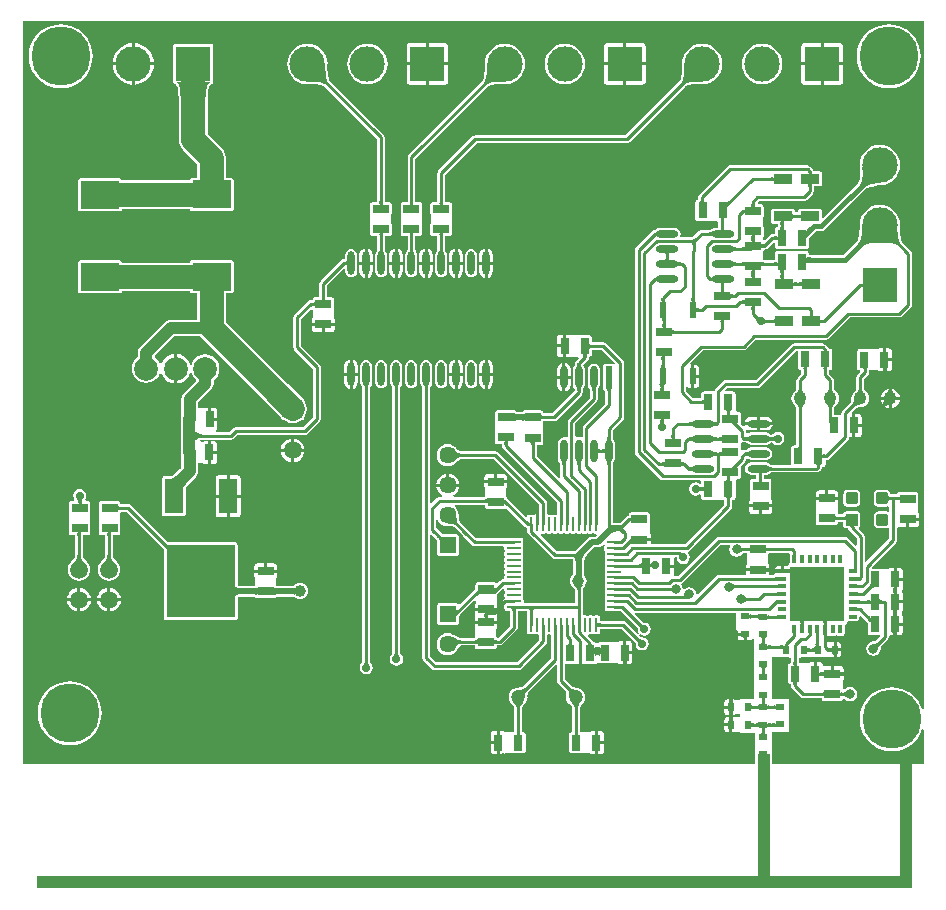
<source format=gtl>
G04 Layer_Physical_Order=1*
G04 Layer_Color=255*
%FSLAX25Y25*%
%MOIN*%
G70*
G01*
G75*
%ADD10R,0.05512X0.03150*%
%ADD11O,0.02362X0.07874*%
%ADD12R,0.12992X0.09449*%
%ADD13O,0.04724X0.00984*%
%ADD14O,0.00984X0.04724*%
%ADD15R,0.03150X0.05512*%
%ADD16R,0.03150X0.01968*%
%ADD17R,0.01968X0.03150*%
%ADD18R,0.06299X0.11811*%
%ADD19R,0.22835X0.24410*%
%ADD20R,0.18110X0.18110*%
G04:AMPARAMS|DCode=21|XSize=29.53mil|YSize=11.81mil|CornerRadius=2.95mil|HoleSize=0mil|Usage=FLASHONLY|Rotation=270.000|XOffset=0mil|YOffset=0mil|HoleType=Round|Shape=RoundedRectangle|*
%AMROUNDEDRECTD21*
21,1,0.02953,0.00591,0,0,270.0*
21,1,0.02362,0.01181,0,0,270.0*
1,1,0.00591,-0.00295,-0.01181*
1,1,0.00591,-0.00295,0.01181*
1,1,0.00591,0.00295,0.01181*
1,1,0.00591,0.00295,-0.01181*
%
%ADD21ROUNDEDRECTD21*%
G04:AMPARAMS|DCode=22|XSize=29.53mil|YSize=11.81mil|CornerRadius=2.95mil|HoleSize=0mil|Usage=FLASHONLY|Rotation=180.000|XOffset=0mil|YOffset=0mil|HoleType=Round|Shape=RoundedRectangle|*
%AMROUNDEDRECTD22*
21,1,0.02953,0.00591,0,0,180.0*
21,1,0.02362,0.01181,0,0,180.0*
1,1,0.00591,-0.01181,0.00295*
1,1,0.00591,0.01181,0.00295*
1,1,0.00591,0.01181,-0.00295*
1,1,0.00591,-0.01181,-0.00295*
%
%ADD22ROUNDEDRECTD22*%
G04:AMPARAMS|DCode=23|XSize=39.37mil|YSize=39.37mil|CornerRadius=5.91mil|HoleSize=0mil|Usage=FLASHONLY|Rotation=0.000|XOffset=0mil|YOffset=0mil|HoleType=Round|Shape=RoundedRectangle|*
%AMROUNDEDRECTD23*
21,1,0.03937,0.02756,0,0,0.0*
21,1,0.02756,0.03937,0,0,0.0*
1,1,0.01181,0.01378,-0.01378*
1,1,0.01181,-0.01378,-0.01378*
1,1,0.01181,-0.01378,0.01378*
1,1,0.01181,0.01378,0.01378*
%
%ADD23ROUNDEDRECTD23*%
%ADD24R,0.03937X0.03937*%
%ADD25R,0.02362X0.05512*%
%ADD26O,0.07480X0.02362*%
%ADD27R,0.02362X0.07480*%
G04:AMPARAMS|DCode=28|XSize=23.62mil|YSize=74.8mil|CornerRadius=10.63mil|HoleSize=0mil|Usage=FLASHONLY|Rotation=0.000|XOffset=0mil|YOffset=0mil|HoleType=Round|Shape=RoundedRectangle|*
%AMROUNDEDRECTD28*
21,1,0.02362,0.05354,0,0,0.0*
21,1,0.00236,0.07480,0,0,0.0*
1,1,0.02126,0.00118,-0.02677*
1,1,0.02126,-0.00118,-0.02677*
1,1,0.02126,-0.00118,0.02677*
1,1,0.02126,0.00118,0.02677*
%
%ADD28ROUNDEDRECTD28*%
%ADD29R,0.06299X0.03543*%
%ADD30C,0.07874*%
%ADD31C,0.00984*%
%ADD32C,0.01968*%
%ADD33C,0.03937*%
%ADD34C,0.01500*%
%ADD35R,0.11811X0.11811*%
%ADD36C,0.11811*%
%ADD37C,0.05709*%
%ADD38R,0.05709X0.05709*%
%ADD39C,0.05905*%
%ADD40R,0.05905X0.05905*%
%ADD41C,0.07874*%
%ADD42C,0.04724*%
%ADD43R,0.11811X0.11811*%
%ADD44C,0.04331*%
%ADD45C,0.19685*%
%ADD46C,0.02756*%
%ADD47C,0.03150*%
%ADD48C,0.03937*%
G36*
X-9431Y87591D02*
X-9441Y87684D01*
X-9471Y87768D01*
X-9521Y87841D01*
X-9590Y87906D01*
X-9680Y87960D01*
X-9790Y88004D01*
X-9919Y88038D01*
X-10069Y88063D01*
X-10238Y88078D01*
X-10427Y88083D01*
Y89067D01*
X-10238Y89072D01*
X-10069Y89087D01*
X-9919Y89111D01*
X-9790Y89146D01*
X-9680Y89190D01*
X-9590Y89244D01*
X-9521Y89308D01*
X-9471Y89382D01*
X-9441Y89466D01*
X-9431Y89559D01*
Y87591D01*
D02*
G37*
G36*
X-13186Y89466D02*
X-13156Y89382D01*
X-13106Y89308D01*
X-13037Y89244D01*
X-12947Y89190D01*
X-12837Y89146D01*
X-12708Y89111D01*
X-12559Y89087D01*
X-12389Y89072D01*
X-12200Y89067D01*
Y88083D01*
X-12389Y88078D01*
X-12559Y88063D01*
X-12708Y88038D01*
X-12837Y88004D01*
X-12947Y87960D01*
X-13037Y87906D01*
X-13106Y87841D01*
X-13156Y87768D01*
X-13186Y87684D01*
X-13196Y87591D01*
Y89559D01*
X-13186Y89466D01*
D02*
G37*
G36*
X-74696Y90716D02*
X-74706Y90809D01*
X-74736Y90893D01*
X-74786Y90967D01*
X-74856Y91031D01*
X-74945Y91085D01*
X-75055Y91129D01*
X-75184Y91164D01*
X-75334Y91188D01*
X-75400Y91194D01*
X-75445Y91189D01*
X-75568Y91165D01*
X-75687Y91132D01*
X-75802Y91090D01*
X-75913Y91038D01*
X-76020Y90976D01*
X-76123Y90905D01*
X-76221Y90825D01*
X-76316Y90735D01*
Y92665D01*
X-76221Y92575D01*
X-76123Y92494D01*
X-76020Y92424D01*
X-75913Y92362D01*
X-75802Y92310D01*
X-75687Y92268D01*
X-75568Y92235D01*
X-75445Y92211D01*
X-75400Y92206D01*
X-75334Y92212D01*
X-75184Y92236D01*
X-75055Y92271D01*
X-74945Y92315D01*
X-74856Y92369D01*
X-74786Y92433D01*
X-74736Y92507D01*
X-74706Y92591D01*
X-74696Y92684D01*
Y90716D01*
D02*
G37*
G36*
X-65563Y88947D02*
X-65646Y88918D01*
X-65720Y88868D01*
X-65784Y88800D01*
X-65838Y88711D01*
X-65883Y88603D01*
X-65917Y88475D01*
X-65942Y88327D01*
X-65956Y88160D01*
X-65961Y87973D01*
X-66946D01*
X-66951Y88160D01*
X-66965Y88327D01*
X-66990Y88475D01*
X-67024Y88603D01*
X-67069Y88711D01*
X-67123Y88800D01*
X-67187Y88868D01*
X-67261Y88918D01*
X-67344Y88947D01*
X-67438Y88957D01*
X-65469D01*
X-65563Y88947D01*
D02*
G37*
G36*
X-146731Y86816D02*
X-146741Y86909D01*
X-146771Y86993D01*
X-146821Y87067D01*
X-146890Y87131D01*
X-146980Y87185D01*
X-147090Y87229D01*
X-147219Y87264D01*
X-147369Y87288D01*
X-147538Y87303D01*
X-147727Y87308D01*
Y88292D01*
X-147538Y88297D01*
X-147369Y88312D01*
X-147219Y88336D01*
X-147090Y88371D01*
X-146980Y88415D01*
X-146890Y88469D01*
X-146821Y88533D01*
X-146771Y88607D01*
X-146741Y88691D01*
X-146731Y88784D01*
Y86816D01*
D02*
G37*
G36*
X-98831Y80736D02*
X-98839Y80796D01*
X-98864Y80850D01*
X-98905Y80898D01*
X-98962Y80940D01*
X-99037Y80975D01*
X-99127Y81003D01*
X-99234Y81026D01*
X-99357Y81042D01*
X-99497Y81051D01*
X-99654Y81054D01*
Y82039D01*
X-99497Y82042D01*
X-99234Y82067D01*
X-99127Y82090D01*
X-99037Y82118D01*
X-98962Y82153D01*
X-98905Y82195D01*
X-98864Y82242D01*
X-98839Y82297D01*
X-98831Y82357D01*
Y80736D01*
D02*
G37*
G36*
X-157140Y82579D02*
X-157086Y81846D01*
X-157037Y81521D01*
X-156974Y81225D01*
X-156897Y80956D01*
X-156805Y80716D01*
X-156699Y80503D01*
X-156578Y80319D01*
X-156443Y80163D01*
X-157135Y79463D01*
X-157292Y79599D01*
X-157477Y79719D01*
X-157690Y79825D01*
X-157930Y79916D01*
X-158198Y79992D01*
X-158494Y80053D01*
X-158818Y80099D01*
X-159169Y80129D01*
X-159955Y80146D01*
X-157146Y82988D01*
X-157140Y82579D01*
D02*
G37*
G36*
X-27332Y80969D02*
X-27342Y81063D01*
X-27372Y81147D01*
X-27421Y81220D01*
X-27491Y81284D01*
X-27581Y81338D01*
X-27690Y81383D01*
X-27820Y81417D01*
X-27969Y81442D01*
X-28139Y81457D01*
X-28328Y81461D01*
Y82446D01*
X-28139Y82451D01*
X-27969Y82465D01*
X-27820Y82490D01*
X-27690Y82524D01*
X-27581Y82569D01*
X-27491Y82623D01*
X-27421Y82687D01*
X-27372Y82761D01*
X-27342Y82844D01*
X-27332Y82938D01*
Y80969D01*
D02*
G37*
G36*
X-30859Y82844D02*
X-30829Y82761D01*
X-30779Y82687D01*
X-30710Y82623D01*
X-30620Y82569D01*
X-30510Y82524D01*
X-30381Y82490D01*
X-30231Y82465D01*
X-30062Y82451D01*
X-29873Y82446D01*
Y81461D01*
X-30062Y81457D01*
X-30231Y81442D01*
X-30381Y81417D01*
X-30510Y81383D01*
X-30620Y81338D01*
X-30710Y81284D01*
X-30779Y81220D01*
X-30829Y81147D01*
X-30859Y81063D01*
X-30869Y80969D01*
Y82938D01*
X-30859Y82844D01*
D02*
G37*
G36*
X-55303Y95103D02*
X-55288Y94934D01*
X-55264Y94784D01*
X-55229Y94655D01*
X-55185Y94545D01*
X-55131Y94456D01*
X-55067Y94386D01*
X-54993Y94336D01*
X-54909Y94306D01*
X-54816Y94296D01*
X-56784D01*
X-56691Y94306D01*
X-56607Y94336D01*
X-56533Y94386D01*
X-56469Y94456D01*
X-56415Y94545D01*
X-56371Y94655D01*
X-56336Y94784D01*
X-56312Y94934D01*
X-56297Y95103D01*
X-56292Y95293D01*
X-55308D01*
X-55303Y95103D01*
D02*
G37*
G36*
X-87731Y99069D02*
X-87741Y99163D01*
X-87771Y99247D01*
X-87821Y99320D01*
X-87890Y99384D01*
X-87980Y99438D01*
X-88090Y99483D01*
X-88219Y99517D01*
X-88368Y99542D01*
X-88538Y99556D01*
X-88727Y99561D01*
Y100546D01*
X-88538Y100551D01*
X-88368Y100565D01*
X-88219Y100590D01*
X-88090Y100624D01*
X-87980Y100669D01*
X-87890Y100723D01*
X-87821Y100787D01*
X-87771Y100861D01*
X-87741Y100944D01*
X-87731Y101038D01*
Y99069D01*
D02*
G37*
G36*
X-35622Y99948D02*
X-35694Y99921D01*
X-35756Y99875D01*
X-35811Y99811D01*
X-35857Y99729D01*
X-35895Y99629D01*
X-35924Y99511D01*
X-35945Y99374D01*
X-35957Y99220D01*
X-35961Y99046D01*
X-36946D01*
X-36950Y99220D01*
X-36962Y99374D01*
X-36983Y99511D01*
X-37013Y99629D01*
X-37050Y99729D01*
X-37096Y99811D01*
X-37151Y99875D01*
X-37214Y99921D01*
X-37285Y99948D01*
X-37364Y99957D01*
X-35543D01*
X-35622Y99948D01*
D02*
G37*
G36*
X-120417Y101167D02*
X-120499Y101125D01*
X-120571Y101057D01*
X-120634Y100960D01*
X-120687Y100836D01*
X-120731Y100685D01*
X-120764Y100506D01*
X-120789Y100300D01*
X-120803Y100066D01*
X-120808Y99804D01*
X-121792D01*
X-121797Y100066D01*
X-121836Y100506D01*
X-121869Y100685D01*
X-121913Y100836D01*
X-121966Y100960D01*
X-122029Y101057D01*
X-122101Y101125D01*
X-122183Y101167D01*
X-122275Y101181D01*
X-120325D01*
X-120417Y101167D01*
D02*
G37*
G36*
X-82259Y100944D02*
X-82229Y100861D01*
X-82179Y100787D01*
X-82110Y100723D01*
X-82020Y100669D01*
X-81910Y100624D01*
X-81781Y100590D01*
X-81631Y100565D01*
X-81462Y100551D01*
X-81273Y100546D01*
Y99561D01*
X-81462Y99556D01*
X-81631Y99542D01*
X-81781Y99517D01*
X-81910Y99483D01*
X-82020Y99438D01*
X-82110Y99384D01*
X-82179Y99320D01*
X-82229Y99247D01*
X-82259Y99163D01*
X-82269Y99069D01*
Y101038D01*
X-82259Y100944D01*
D02*
G37*
G36*
X-63300Y99477D02*
X-63399Y99356D01*
X-63470Y99250D01*
X-63512Y99158D01*
X-63526Y99080D01*
X-63512Y99017D01*
X-63470Y98967D01*
X-63399Y98932D01*
X-63300Y98910D01*
X-63173Y98903D01*
X-65956D01*
X-65819Y98910D01*
X-65682Y98932D01*
X-65544Y98967D01*
X-65405Y99017D01*
X-65266Y99080D01*
X-65127Y99158D01*
X-64987Y99250D01*
X-64847Y99356D01*
X-64706Y99477D01*
X-64565Y99611D01*
X-63173D01*
X-63300Y99477D01*
D02*
G37*
G36*
X-54909Y97357D02*
X-54993Y97327D01*
X-55067Y97277D01*
X-55131Y97207D01*
X-55185Y97118D01*
X-55229Y97008D01*
X-55264Y96878D01*
X-55288Y96729D01*
X-55303Y96560D01*
X-55308Y96370D01*
X-56292D01*
X-56297Y96560D01*
X-56312Y96729D01*
X-56336Y96878D01*
X-56371Y97008D01*
X-56415Y97118D01*
X-56469Y97207D01*
X-56533Y97277D01*
X-56607Y97327D01*
X-56691Y97357D01*
X-56784Y97367D01*
X-54816D01*
X-54909Y97357D01*
D02*
G37*
G36*
X-65563Y95782D02*
X-65646Y95752D01*
X-65720Y95703D01*
X-65784Y95634D01*
X-65838Y95546D01*
X-65883Y95437D01*
X-65917Y95310D01*
X-65942Y95162D01*
X-65946Y95115D01*
X-65942Y95069D01*
X-65917Y94919D01*
X-65883Y94790D01*
X-65838Y94680D01*
X-65784Y94590D01*
X-65720Y94521D01*
X-65646Y94471D01*
X-65563Y94441D01*
X-65469Y94431D01*
X-67438D01*
X-67344Y94441D01*
X-67261Y94471D01*
X-67187Y94521D01*
X-67123Y94590D01*
X-67069Y94680D01*
X-67024Y94790D01*
X-66990Y94919D01*
X-66965Y95069D01*
X-66961Y95115D01*
X-66965Y95162D01*
X-66990Y95310D01*
X-67024Y95437D01*
X-67069Y95546D01*
X-67123Y95634D01*
X-67187Y95703D01*
X-67261Y95752D01*
X-67344Y95782D01*
X-67438Y95792D01*
X-65469D01*
X-65563Y95782D01*
D02*
G37*
G36*
X-53198Y99417D02*
X-53155Y99335D01*
X-53085Y99262D01*
X-52986Y99200D01*
X-52858Y99147D01*
X-52702Y99103D01*
X-52518Y99069D01*
X-52306Y99045D01*
X-52066Y99031D01*
X-51797Y99026D01*
Y98042D01*
X-52066Y98037D01*
X-52518Y97998D01*
X-52702Y97965D01*
X-52858Y97921D01*
X-52986Y97868D01*
X-53085Y97805D01*
X-53155Y97733D01*
X-53198Y97651D01*
X-53212Y97559D01*
Y99509D01*
X-53198Y99417D01*
D02*
G37*
G36*
X-78095Y97559D02*
X-78109Y97651D01*
X-78152Y97733D01*
X-78222Y97805D01*
X-78321Y97868D01*
X-78449Y97921D01*
X-78605Y97965D01*
X-78789Y97998D01*
X-79001Y98022D01*
X-79242Y98037D01*
X-79510Y98042D01*
Y99026D01*
X-79242Y99031D01*
X-78789Y99069D01*
X-78605Y99103D01*
X-78449Y99147D01*
X-78321Y99200D01*
X-78222Y99262D01*
X-78152Y99335D01*
X-78109Y99417D01*
X-78095Y99509D01*
Y97559D01*
D02*
G37*
G36*
X-163181Y81163D02*
X-162597Y80403D01*
X-161837Y79819D01*
X-160951Y79452D01*
X-160000Y79327D01*
X-159888Y79342D01*
X-159213Y79327D01*
X-158909Y79301D01*
X-158631Y79261D01*
X-158389Y79211D01*
X-158182Y79153D01*
X-158011Y79088D01*
X-157877Y79022D01*
X-157779Y78957D01*
X-155065Y76243D01*
X-155017Y76172D01*
X-151949Y73104D01*
X-151526Y72821D01*
X-151027Y72722D01*
X-141553D01*
X-141174Y72222D01*
X-141207Y72058D01*
X-141108Y71559D01*
X-140985Y71376D01*
Y70772D01*
X-141108Y70589D01*
X-141207Y70090D01*
X-141108Y69591D01*
X-140985Y69407D01*
Y68804D01*
X-141108Y68621D01*
X-141207Y68121D01*
X-141108Y67622D01*
X-140985Y67439D01*
Y66835D01*
X-141108Y66652D01*
X-141207Y66153D01*
X-141108Y65654D01*
X-140985Y65470D01*
Y64867D01*
X-141108Y64684D01*
X-141207Y64184D01*
X-141108Y63685D01*
X-140985Y63502D01*
Y62898D01*
X-141108Y62715D01*
X-141207Y62216D01*
X-141174Y62052D01*
X-141553Y61552D01*
X-141753D01*
X-142252Y61453D01*
X-142675Y61170D01*
X-143494Y60351D01*
X-143876Y60389D01*
X-144137Y60563D01*
X-144444Y60624D01*
X-149956D01*
X-150263Y60563D01*
X-150524Y60389D01*
X-150698Y60128D01*
X-150759Y59821D01*
Y58532D01*
X-150923Y58422D01*
X-155974Y53370D01*
X-156578Y53422D01*
X-156838Y53596D01*
X-157146Y53657D01*
X-162854D01*
X-163162Y53596D01*
X-163422Y53422D01*
X-163596Y53162D01*
X-163657Y52854D01*
Y47146D01*
X-163596Y46838D01*
X-163422Y46578D01*
X-163162Y46404D01*
X-162854Y46343D01*
X-157146D01*
X-156838Y46404D01*
X-156578Y46578D01*
X-156404Y46838D01*
X-156343Y47146D01*
Y49054D01*
X-156328Y49097D01*
X-156284Y49194D01*
X-156219Y49311D01*
X-156131Y49445D01*
X-156026Y49588D01*
X-155768Y49887D01*
X-151205Y54450D01*
X-150743Y54258D01*
Y53750D01*
X-150898Y53518D01*
X-150976Y53128D01*
Y52053D01*
X-147200D01*
X-144469D01*
X-144469Y52136D01*
X-144464Y52053D01*
X-143848D01*
X-143761Y52136D01*
X-143734Y52053D01*
X-143424D01*
Y53128D01*
X-143502Y53518D01*
X-143657Y53750D01*
Y56430D01*
X-143121Y57034D01*
X-141677Y58478D01*
X-141327Y58329D01*
X-141201Y58247D01*
X-141108Y57780D01*
X-140985Y57596D01*
Y56993D01*
X-141108Y56810D01*
X-141207Y56310D01*
X-141108Y55811D01*
X-140985Y55628D01*
Y55407D01*
X-141308Y54924D01*
X-141424Y54342D01*
X-141308Y53759D01*
X-140985Y53276D01*
Y53056D01*
X-141108Y52873D01*
X-141207Y52373D01*
X-141108Y51874D01*
X-140985Y51691D01*
Y50995D01*
X-139337D01*
Y46008D01*
X-143187Y42158D01*
X-143367D01*
X-143757Y42425D01*
Y45150D01*
X-143602Y45382D01*
X-143525Y45772D01*
Y46847D01*
X-147300D01*
X-151075D01*
Y45772D01*
X-150998Y45382D01*
X-150843Y45150D01*
Y42425D01*
X-151233Y42158D01*
X-155680D01*
X-155807Y42178D01*
X-156251Y42300D01*
X-156486Y42383D01*
X-157875Y43015D01*
X-158103Y43135D01*
X-158163Y43181D01*
X-159049Y43548D01*
X-160000Y43673D01*
X-160951Y43548D01*
X-161837Y43181D01*
X-162597Y42597D01*
X-163181Y41837D01*
X-163548Y40951D01*
X-163673Y40000D01*
X-163548Y39049D01*
X-163181Y38163D01*
X-162597Y37403D01*
X-161837Y36819D01*
X-160951Y36452D01*
X-160000Y36327D01*
X-159049Y36452D01*
X-158163Y36819D01*
X-157403Y37403D01*
X-156819Y38163D01*
X-156757Y38313D01*
X-156753Y38318D01*
X-156593Y38610D01*
X-156444Y38845D01*
X-156298Y39042D01*
X-156156Y39202D01*
X-156022Y39327D01*
X-155897Y39419D01*
X-155781Y39483D01*
X-155673Y39525D01*
X-155566Y39548D01*
X-155559Y39549D01*
X-150859D01*
Y39079D01*
X-150798Y38772D01*
X-150624Y38511D01*
X-150363Y38337D01*
X-150056Y38276D01*
X-144544D01*
X-144237Y38337D01*
X-143976Y38511D01*
X-143802Y38772D01*
X-143741Y39079D01*
Y39549D01*
X-142647D01*
X-142147Y39648D01*
X-141724Y39931D01*
X-137110Y44545D01*
X-136827Y44969D01*
X-136728Y45468D01*
Y50995D01*
X-135080D01*
Y51069D01*
X-133488D01*
X-133447Y51061D01*
X-133441Y51059D01*
X-133439Y51053D01*
X-133431Y51012D01*
Y49420D01*
X-133505D01*
Y43515D01*
X-132809D01*
X-132626Y43392D01*
X-132127Y43293D01*
X-131628Y43392D01*
X-131444Y43515D01*
X-130841D01*
X-130657Y43392D01*
X-130158Y43293D01*
X-129994Y43326D01*
X-129494Y42947D01*
Y41451D01*
X-136940Y34005D01*
X-163860D01*
X-165895Y36040D01*
Y76397D01*
X-165434Y76588D01*
X-163934Y75089D01*
X-163780Y74924D01*
X-163675Y74792D01*
X-163657Y74767D01*
Y70146D01*
X-163596Y69838D01*
X-163422Y69578D01*
X-163162Y69404D01*
X-162854Y69343D01*
X-157146D01*
X-156838Y69404D01*
X-156578Y69578D01*
X-156404Y69838D01*
X-156343Y70146D01*
Y75854D01*
X-156404Y76162D01*
X-156578Y76422D01*
X-156838Y76596D01*
X-157146Y76657D01*
X-161767D01*
X-161784Y76669D01*
X-162049Y76894D01*
X-163795Y78640D01*
Y81340D01*
X-163295Y81440D01*
X-163181Y81163D01*
D02*
G37*
G36*
X-65847Y72655D02*
X-65972Y72468D01*
X-66155Y71547D01*
X-65972Y70625D01*
X-65450Y69843D01*
X-64668Y69321D01*
X-63747Y69138D01*
X-62825Y69321D01*
X-62043Y69843D01*
X-61963Y69963D01*
X-61882Y70031D01*
X-61804Y70089D01*
X-61728Y70135D01*
X-61656Y70173D01*
X-61586Y70202D01*
X-61517Y70223D01*
X-61449Y70239D01*
X-61423Y70242D01*
X-60323D01*
X-60243Y69775D01*
X-60243Y69775D01*
Y67050D01*
X-60398Y66818D01*
X-60475Y66428D01*
Y65354D01*
X-56700D01*
X-53969D01*
Y65838D01*
X-53959Y65744D01*
X-53929Y65661D01*
X-53879Y65587D01*
X-53810Y65523D01*
X-53720Y65469D01*
X-53610Y65424D01*
X-53481Y65390D01*
X-53332Y65365D01*
X-53196Y65354D01*
X-52925D01*
Y66428D01*
X-53002Y66818D01*
X-53157Y67050D01*
Y69775D01*
X-53157Y69775D01*
X-53157D01*
X-53077Y70242D01*
X-46225D01*
X-46167Y70209D01*
X-45847Y69742D01*
X-45876Y69594D01*
Y67232D01*
X-46245Y66697D01*
X-46576Y66476D01*
X-46797Y66145D01*
X-47095Y65946D01*
X-47332Y65993D01*
X-48013D01*
Y64377D01*
X-48513D01*
Y63877D01*
X-49804D01*
Y63815D01*
X-49834Y63828D01*
X-49881Y63840D01*
X-49946Y63851D01*
X-50127Y63867D01*
X-50392Y63877D01*
X-50974D01*
X-50930Y63659D01*
X-51183Y63159D01*
X-52826D01*
X-52925Y63279D01*
Y64354D01*
X-53196D01*
X-53332Y64342D01*
X-53481Y64317D01*
X-53610Y64283D01*
X-53720Y64238D01*
X-53810Y64184D01*
X-53879Y64120D01*
X-53929Y64047D01*
X-53959Y63963D01*
X-53969Y63869D01*
Y64354D01*
X-56700D01*
X-60475D01*
Y63279D01*
X-60574Y63159D01*
X-69546D01*
X-70045Y63060D01*
X-70468Y62777D01*
X-76614Y56630D01*
X-77135Y56817D01*
X-77275Y57522D01*
X-77797Y58303D01*
X-78578Y58825D01*
X-79500Y59009D01*
X-80422Y58825D01*
X-81164Y58329D01*
X-81414Y58395D01*
X-81660Y58518D01*
X-81832Y59378D01*
X-82021Y59663D01*
X-82190Y60106D01*
X-81766Y60389D01*
X-69059Y73096D01*
X-66082D01*
X-65847Y72655D01*
D02*
G37*
G36*
X-114267Y70300D02*
X-114504Y70004D01*
X-114712Y69697D01*
X-114893Y69378D01*
X-115047Y69048D01*
X-115172Y68706D01*
X-115269Y68353D01*
X-115339Y67988D01*
X-115381Y67612D01*
X-115394Y67224D01*
X-117363Y67139D01*
X-117373Y67513D01*
X-117402Y67848D01*
X-117452Y68143D01*
X-117520Y68399D01*
X-117609Y68616D01*
X-117717Y68793D01*
X-117845Y68931D01*
X-117993Y69029D01*
X-118143Y69082D01*
X-118833Y69106D01*
X-119200Y69108D01*
Y70092D01*
X-118833Y70094D01*
X-117351Y70192D01*
X-117225Y70223D01*
X-117132Y70258D01*
X-117074Y70296D01*
Y69426D01*
X-116379Y69600D01*
X-114003Y70584D01*
X-114267Y70300D01*
D02*
G37*
G36*
X-82400Y70497D02*
X-82145Y70273D01*
X-82097Y70240D01*
X-82056Y70215D01*
X-82021Y70199D01*
X-81993Y70193D01*
X-81971Y70195D01*
X-82795Y69371D01*
X-82793Y69393D01*
X-82799Y69421D01*
X-82815Y69456D01*
X-82840Y69497D01*
X-82873Y69545D01*
X-82916Y69599D01*
X-83028Y69727D01*
X-83175Y69880D01*
X-82480Y70575D01*
X-82400Y70497D01*
D02*
G37*
G36*
X-92287Y67191D02*
X-92257Y67107D01*
X-92207Y67033D01*
X-92137Y66969D01*
X-92048Y66915D01*
X-91938Y66871D01*
X-91808Y66836D01*
X-91659Y66812D01*
X-91490Y66797D01*
X-91300Y66792D01*
Y65808D01*
X-91490Y65803D01*
X-91659Y65788D01*
X-91808Y65764D01*
X-91938Y65729D01*
X-92048Y65685D01*
X-92137Y65631D01*
X-92207Y65567D01*
X-92257Y65493D01*
X-92287Y65409D01*
X-92297Y65316D01*
Y65774D01*
X-92330Y65781D01*
X-92400Y65790D01*
X-92575Y65803D01*
X-92793Y65808D01*
Y66792D01*
X-92678Y66793D01*
X-92330Y66819D01*
X-92297Y66826D01*
Y67284D01*
X-92287Y67191D01*
D02*
G37*
G36*
X-23652Y65786D02*
X-23640Y64783D01*
X-25128Y64949D01*
X-25035Y64949D01*
X-24951Y64972D01*
X-24877Y65016D01*
X-24813Y65082D01*
X-24759Y65171D01*
X-24715Y65281D01*
X-24680Y65414D01*
X-24656Y65569D01*
X-24641Y65746D01*
X-24636Y65946D01*
X-23652Y65786D01*
D02*
G37*
G36*
X-115394Y63810D02*
X-115391Y63598D01*
X-115362Y63215D01*
X-115337Y63045D01*
X-115305Y62889D01*
X-115266Y62747D01*
X-115220Y62618D01*
X-115166Y62504D01*
X-115106Y62404D01*
X-115038Y62318D01*
X-117789Y62488D01*
X-117708Y62569D01*
X-117636Y62665D01*
X-117572Y62774D01*
X-117516Y62899D01*
X-117469Y63038D01*
X-117431Y63191D01*
X-117401Y63359D01*
X-117380Y63542D01*
X-117363Y63950D01*
X-115394Y63810D01*
D02*
G37*
G36*
X-95396Y65168D02*
X-95406Y65262D01*
X-95436Y65346D01*
X-95486Y65420D01*
X-95556Y65483D01*
X-95645Y65538D01*
X-95755Y65582D01*
X-95884Y65616D01*
X-96034Y65641D01*
X-96203Y65656D01*
X-96393Y65661D01*
Y66645D01*
X-96203Y66650D01*
X-96034Y66665D01*
X-95884Y66689D01*
X-95755Y66724D01*
X-95645Y66768D01*
X-95556Y66822D01*
X-95486Y66886D01*
X-95436Y66960D01*
X-95406Y67044D01*
X-95396Y67137D01*
Y65168D01*
D02*
G37*
G36*
X-45830Y63393D02*
X-45840Y63486D01*
X-45870Y63570D01*
X-45920Y63644D01*
X-45990Y63708D01*
X-46079Y63762D01*
X-46189Y63806D01*
X-46318Y63841D01*
X-46468Y63865D01*
X-46532Y63871D01*
X-47191Y63828D01*
X-47221Y63815D01*
Y64939D01*
X-47191Y64926D01*
X-47144Y64914D01*
X-47080Y64904D01*
X-46898Y64887D01*
X-46612Y64876D01*
X-46468Y64889D01*
X-46318Y64914D01*
X-46189Y64948D01*
X-46079Y64992D01*
X-45990Y65046D01*
X-45920Y65110D01*
X-45870Y65184D01*
X-45840Y65268D01*
X-45830Y65361D01*
Y63393D01*
D02*
G37*
G36*
X-43984Y70600D02*
X-43928Y69734D01*
X-43915Y69704D01*
X-45039D01*
X-45026Y69734D01*
X-45014Y69781D01*
X-45004Y69846D01*
X-44987Y70027D01*
X-44972Y70431D01*
X-44969Y70787D01*
X-43985D01*
X-43984Y70600D01*
D02*
G37*
G36*
X-110972Y76857D02*
X-110499Y76763D01*
X-110428Y76656D01*
X-110265Y76289D01*
X-110722Y75833D01*
X-111952D01*
X-112643Y75696D01*
X-113229Y75304D01*
X-117550Y70984D01*
X-118745Y70905D01*
X-123661D01*
X-128935Y76178D01*
X-128840Y76791D01*
X-128699Y76864D01*
X-128689Y76857D01*
X-128190Y76758D01*
X-127690Y76857D01*
X-127507Y76980D01*
X-126904D01*
X-126720Y76857D01*
X-126221Y76758D01*
X-125722Y76857D01*
X-125539Y76980D01*
X-124935D01*
X-124752Y76857D01*
X-124253Y76758D01*
X-123753Y76857D01*
X-123570Y76980D01*
X-122967D01*
X-122784Y76857D01*
X-122284Y76758D01*
X-121785Y76857D01*
X-121601Y76980D01*
X-120999D01*
X-120815Y76857D01*
X-120316Y76758D01*
X-119817Y76857D01*
X-119633Y76980D01*
X-119030D01*
X-118846Y76857D01*
X-118347Y76758D01*
X-117848Y76857D01*
X-117665Y76980D01*
X-117061D01*
X-116878Y76857D01*
X-116379Y76758D01*
X-115879Y76857D01*
X-115696Y76980D01*
X-115093D01*
X-114910Y76857D01*
X-114410Y76758D01*
X-113911Y76857D01*
X-113727Y76980D01*
X-113125D01*
X-112941Y76857D01*
X-112442Y76758D01*
X-111943Y76857D01*
X-111759Y76980D01*
X-111156D01*
X-110972Y76857D01*
D02*
G37*
G36*
X-100257Y80247D02*
X-100515Y79986D01*
X-101493Y78869D01*
X-101513Y78838D01*
X-101542Y78739D01*
X-101556Y78600D01*
X-101542Y78461D01*
X-101535Y78437D01*
X-101509Y78385D01*
X-101432Y78261D01*
X-101335Y78123D01*
X-101082Y77811D01*
X-100749Y77448D01*
X-100552Y77248D01*
X-101248Y76552D01*
X-101448Y76749D01*
X-102123Y77335D01*
X-102261Y77432D01*
X-102385Y77509D01*
X-102497Y77566D01*
X-102597Y77602D01*
X-102684Y77619D01*
X-102002Y78301D01*
X-102600Y78600D01*
X-101944Y78928D01*
X-102601Y79584D01*
X-102532Y79598D01*
X-102442Y79639D01*
X-102331Y79707D01*
X-102198Y79802D01*
X-101869Y80073D01*
X-101214Y80685D01*
X-100953Y80943D01*
X-100257Y80247D01*
D02*
G37*
G36*
X-132604Y79316D02*
X-132611Y79340D01*
X-132629Y79361D01*
X-132661Y79379D01*
X-132705Y79396D01*
X-132761Y79409D01*
X-132830Y79420D01*
X-132912Y79429D01*
X-133113Y79439D01*
X-133232Y79440D01*
Y80424D01*
X-133113Y80426D01*
X-132830Y80444D01*
X-132761Y80455D01*
X-132705Y80469D01*
X-132661Y80485D01*
X-132629Y80504D01*
X-132611Y80525D01*
X-132604Y80548D01*
Y79316D01*
D02*
G37*
G36*
X-24773Y79526D02*
X-24799Y79507D01*
X-24821Y79475D01*
X-24841Y79430D01*
X-24858Y79372D01*
X-24872Y79301D01*
X-24882Y79217D01*
X-24894Y79011D01*
X-24896Y78888D01*
X-25880D01*
X-25882Y79011D01*
X-25905Y79301D01*
X-25918Y79372D01*
X-25935Y79430D01*
X-25955Y79475D01*
X-25978Y79507D01*
X-26004Y79526D01*
X-26033Y79533D01*
X-24744D01*
X-24773Y79526D01*
D02*
G37*
G36*
X-105906Y79806D02*
X-105856Y79768D01*
X-105801Y79732D01*
X-105741Y79700D01*
X-105676Y79672D01*
X-105607Y79646D01*
X-105534Y79624D01*
X-105455Y79605D01*
X-105285Y79577D01*
X-105998Y78864D01*
X-105400Y78600D01*
X-103024Y77616D01*
X-103412Y77602D01*
X-103788Y77560D01*
X-104153Y77491D01*
X-104506Y77393D01*
X-104848Y77268D01*
X-105178Y77115D01*
X-105497Y76934D01*
X-105804Y76725D01*
X-106100Y76488D01*
X-106384Y76224D01*
X-107836Y77556D01*
X-107343Y78065D01*
X-106978Y78479D01*
X-106843Y78651D01*
X-106740Y78799D01*
X-106669Y78923D01*
X-106630Y79023D01*
X-106623Y79099D01*
X-106648Y79152D01*
X-105952Y79848D01*
X-105906Y79806D01*
D02*
G37*
G36*
X-59431Y70562D02*
X-59441Y70656D01*
X-59471Y70739D01*
X-59521Y70813D01*
X-59590Y70877D01*
X-59680Y70931D01*
X-59790Y70976D01*
X-59919Y71010D01*
X-60069Y71035D01*
X-60238Y71049D01*
X-60427Y71054D01*
Y72039D01*
X-60238Y72044D01*
X-60069Y72058D01*
X-59919Y72083D01*
X-59790Y72117D01*
X-59680Y72162D01*
X-59590Y72216D01*
X-59521Y72280D01*
X-59471Y72354D01*
X-59441Y72437D01*
X-59431Y72531D01*
Y70562D01*
D02*
G37*
G36*
X-62501Y72533D02*
X-62378Y72429D01*
X-62252Y72338D01*
X-62124Y72258D01*
X-61994Y72191D01*
X-61861Y72136D01*
X-61726Y72093D01*
X-61588Y72063D01*
X-61448Y72045D01*
X-61306Y72039D01*
Y71054D01*
X-61448Y71048D01*
X-61588Y71030D01*
X-61726Y70999D01*
X-61861Y70957D01*
X-61994Y70902D01*
X-62124Y70835D01*
X-62252Y70755D01*
X-62378Y70664D01*
X-62501Y70560D01*
X-62622Y70444D01*
Y72649D01*
X-62501Y72533D01*
D02*
G37*
G36*
X-162638Y76341D02*
X-162275Y76033D01*
X-162115Y75920D01*
X-161968Y75835D01*
X-161836Y75779D01*
X-161718Y75749D01*
X-161615Y75748D01*
X-161525Y75775D01*
X-161449Y75829D01*
X-162829Y74449D01*
X-162775Y74525D01*
X-162748Y74615D01*
X-162749Y74718D01*
X-162778Y74836D01*
X-162835Y74968D01*
X-162920Y75115D01*
X-163033Y75275D01*
X-163173Y75450D01*
X-163537Y75841D01*
X-162841Y76537D01*
X-162638Y76341D01*
D02*
G37*
G36*
X-53959Y72437D02*
X-53929Y72354D01*
X-53879Y72280D01*
X-53810Y72216D01*
X-53720Y72162D01*
X-53610Y72117D01*
X-53481Y72083D01*
X-53332Y72058D01*
X-53162Y72044D01*
X-52973Y72039D01*
Y71054D01*
X-53162Y71049D01*
X-53332Y71035D01*
X-53481Y71010D01*
X-53610Y70976D01*
X-53720Y70931D01*
X-53810Y70877D01*
X-53879Y70813D01*
X-53929Y70739D01*
X-53959Y70656D01*
X-53969Y70562D01*
Y72531D01*
X-53959Y72437D01*
D02*
G37*
G36*
X-115417Y101167D02*
X-115499Y101125D01*
X-115571Y101057D01*
X-115634Y100960D01*
X-115687Y100836D01*
X-115731Y100685D01*
X-115764Y100506D01*
X-115789Y100300D01*
X-115803Y100066D01*
X-115808Y99804D01*
X-116792D01*
X-116797Y100066D01*
X-116836Y100506D01*
X-116869Y100685D01*
X-116913Y100836D01*
X-116966Y100960D01*
X-117029Y101057D01*
X-117101Y101125D01*
X-117183Y101167D01*
X-117275Y101181D01*
X-115325D01*
X-115417Y101167D01*
D02*
G37*
G36*
X-32003Y116439D02*
X-31988Y116270D01*
X-31964Y116121D01*
X-31929Y115992D01*
X-31885Y115882D01*
X-31831Y115792D01*
X-31767Y115722D01*
X-31693Y115672D01*
X-31609Y115642D01*
X-31516Y115631D01*
X-32908Y115643D01*
X-32992Y116627D01*
X-32008D01*
X-32003Y116439D01*
D02*
G37*
G36*
X-131046Y116304D02*
X-130954Y116269D01*
X-130827Y116239D01*
X-130666Y116212D01*
X-130241Y116171D01*
X-129346Y116141D01*
X-128979Y116139D01*
Y115154D01*
X-129346Y115152D01*
X-130827Y115054D01*
X-130954Y115024D01*
X-131046Y114989D01*
X-131105Y114950D01*
Y116343D01*
X-131046Y116304D01*
D02*
G37*
G36*
X-41179Y120154D02*
X-41506Y119765D01*
X-41639Y119574D01*
X-41752Y119387D01*
X-41844Y119202D01*
X-41916Y119020D01*
X-41967Y118841D01*
X-41998Y118665D01*
X-42008Y118492D01*
X-42992D01*
X-43002Y118665D01*
X-43033Y118841D01*
X-43084Y119020D01*
X-43156Y119202D01*
X-43248Y119387D01*
X-43361Y119574D01*
X-43494Y119765D01*
X-43647Y119958D01*
X-43821Y120154D01*
X-44016Y120354D01*
X-40984D01*
X-41179Y120154D01*
D02*
G37*
G36*
X-65563Y117947D02*
X-65646Y117918D01*
X-65720Y117868D01*
X-65784Y117800D01*
X-65838Y117711D01*
X-65883Y117603D01*
X-65917Y117475D01*
X-65942Y117327D01*
X-65946Y117281D01*
X-65942Y117234D01*
X-65917Y117084D01*
X-65883Y116955D01*
X-65838Y116845D01*
X-65784Y116756D01*
X-65720Y116686D01*
X-65646Y116636D01*
X-65563Y116606D01*
X-65469Y116596D01*
X-67438D01*
X-67344Y116606D01*
X-67261Y116636D01*
X-67187Y116686D01*
X-67123Y116756D01*
X-67069Y116845D01*
X-67024Y116955D01*
X-66990Y117084D01*
X-66965Y117234D01*
X-66961Y117281D01*
X-66965Y117327D01*
X-66990Y117475D01*
X-67024Y117603D01*
X-67069Y117711D01*
X-67123Y117800D01*
X-67187Y117868D01*
X-67261Y117918D01*
X-67344Y117947D01*
X-67438Y117957D01*
X-65469D01*
X-65563Y117947D01*
D02*
G37*
G36*
X-128959Y116537D02*
X-128929Y116454D01*
X-128879Y116380D01*
X-128810Y116316D01*
X-128720Y116262D01*
X-128610Y116217D01*
X-128481Y116183D01*
X-128331Y116158D01*
X-128162Y116144D01*
X-127973Y116139D01*
Y115154D01*
X-128162Y115149D01*
X-128331Y115135D01*
X-128481Y115110D01*
X-128610Y115076D01*
X-128720Y115031D01*
X-128810Y114977D01*
X-128879Y114913D01*
X-128929Y114839D01*
X-128959Y114756D01*
X-128969Y114662D01*
Y116631D01*
X-128959Y116537D01*
D02*
G37*
G36*
X-71411Y114189D02*
X-71382Y114155D01*
X-71334Y114125D01*
X-71268Y114099D01*
X-71182Y114076D01*
X-71077Y114058D01*
X-70953Y114044D01*
X-70647Y114028D01*
X-70466Y114026D01*
Y113042D01*
X-70647Y113040D01*
X-71077Y113010D01*
X-71182Y112991D01*
X-71268Y112969D01*
X-71334Y112943D01*
X-71382Y112913D01*
X-71411Y112878D01*
X-71420Y112840D01*
Y114228D01*
X-71411Y114189D01*
D02*
G37*
G36*
X-63142Y113478D02*
X-63204Y113457D01*
X-63242Y113422D01*
X-63256Y113373D01*
X-63247Y113311D01*
X-63214Y113234D01*
X-63157Y113144D01*
X-63077Y113039D01*
X-62974Y112921D01*
X-62846Y112789D01*
X-64238D01*
X-64377Y112921D01*
X-64517Y113039D01*
X-64656Y113144D01*
X-64795Y113234D01*
X-64934Y113311D01*
X-65073Y113373D01*
X-65213Y113422D01*
X-65352Y113457D01*
X-65491Y113478D01*
X-65630Y113485D01*
X-63057D01*
X-63142Y113478D01*
D02*
G37*
G36*
X-137837Y117098D02*
X-137778Y117000D01*
X-137680Y116914D01*
X-137542Y116839D01*
X-137365Y116775D01*
X-137148Y116723D01*
X-136892Y116683D01*
X-136597Y116654D01*
X-136037Y116636D01*
X-135152Y116707D01*
X-134935Y116750D01*
X-134758Y116803D01*
X-134620Y116865D01*
X-134522Y116936D01*
X-134463Y117017D01*
X-134443Y117108D01*
Y113985D01*
X-134463Y114113D01*
X-134522Y114229D01*
X-134620Y114330D01*
X-134758Y114418D01*
X-134935Y114493D01*
X-135152Y114554D01*
X-135407Y114601D01*
X-135703Y114635D01*
X-136037Y114655D01*
X-136171Y114658D01*
X-136263Y114656D01*
X-136892Y114610D01*
X-137148Y114570D01*
X-137365Y114518D01*
X-137542Y114454D01*
X-137680Y114379D01*
X-137778Y114293D01*
X-137837Y114194D01*
X-137857Y114085D01*
Y117208D01*
X-137837Y117098D01*
D02*
G37*
G36*
X-87709Y114682D02*
X-87793Y114652D01*
X-87867Y114603D01*
X-87931Y114534D01*
X-87985Y114446D01*
X-88029Y114337D01*
X-88064Y114209D01*
X-88080Y114110D01*
X-88065Y114032D01*
X-88032Y113913D01*
X-87990Y113798D01*
X-87938Y113687D01*
X-87876Y113580D01*
X-87805Y113477D01*
X-87725Y113379D01*
X-87635Y113284D01*
X-89565D01*
X-89475Y113379D01*
X-89394Y113477D01*
X-89324Y113580D01*
X-89262Y113687D01*
X-89210Y113798D01*
X-89168Y113913D01*
X-89135Y114032D01*
X-89120Y114110D01*
X-89136Y114209D01*
X-89171Y114337D01*
X-89215Y114446D01*
X-89269Y114534D01*
X-89333Y114603D01*
X-89407Y114652D01*
X-89491Y114682D01*
X-89584Y114692D01*
X-87616D01*
X-87709Y114682D01*
D02*
G37*
G36*
X-31179Y120154D02*
X-31506Y119765D01*
X-31639Y119574D01*
X-31752Y119387D01*
X-31844Y119202D01*
X-31916Y119020D01*
X-31967Y118841D01*
X-31998Y118665D01*
X-32008Y118492D01*
X-32992D01*
X-33002Y118665D01*
X-33033Y118841D01*
X-33084Y119020D01*
X-33156Y119202D01*
X-33248Y119387D01*
X-33361Y119574D01*
X-33494Y119765D01*
X-33647Y119958D01*
X-33821Y120154D01*
X-34016Y120354D01*
X-30984D01*
X-31179Y120154D01*
D02*
G37*
G36*
X-115417Y125671D02*
X-115499Y125629D01*
X-115571Y125560D01*
X-115634Y125464D01*
X-115687Y125340D01*
X-115731Y125189D01*
X-115764Y125010D01*
X-115789Y124803D01*
X-115803Y124569D01*
X-115808Y124308D01*
X-116792D01*
X-116797Y124569D01*
X-116836Y125010D01*
X-116869Y125189D01*
X-116913Y125340D01*
X-116966Y125464D01*
X-117029Y125560D01*
X-117101Y125629D01*
X-117183Y125671D01*
X-117275Y125684D01*
X-115325D01*
X-115417Y125671D01*
D02*
G37*
G36*
X-105409Y125215D02*
X-105493Y125185D01*
X-105567Y125136D01*
X-105631Y125067D01*
X-105685Y124979D01*
X-105729Y124871D01*
X-105764Y124742D01*
X-105788Y124595D01*
X-105803Y124428D01*
X-105808Y124241D01*
X-106792D01*
X-106797Y124428D01*
X-106812Y124595D01*
X-106836Y124742D01*
X-106871Y124871D01*
X-106915Y124979D01*
X-106969Y125067D01*
X-107033Y125136D01*
X-107107Y125185D01*
X-107191Y125215D01*
X-107284Y125225D01*
X-105316D01*
X-105409Y125215D01*
D02*
G37*
G36*
X-88103Y125303D02*
X-88088Y125134D01*
X-88064Y124984D01*
X-88029Y124855D01*
X-87985Y124745D01*
X-87931Y124656D01*
X-87867Y124586D01*
X-87793Y124536D01*
X-87709Y124506D01*
X-87616Y124496D01*
X-89584D01*
X-89491Y124506D01*
X-89407Y124536D01*
X-89333Y124586D01*
X-89269Y124656D01*
X-89215Y124745D01*
X-89171Y124855D01*
X-89136Y124984D01*
X-89112Y125134D01*
X-89097Y125303D01*
X-89092Y125493D01*
X-88108D01*
X-88103Y125303D01*
D02*
G37*
G36*
X-110417Y125671D02*
X-110499Y125629D01*
X-110571Y125560D01*
X-110634Y125464D01*
X-110687Y125340D01*
X-110731Y125189D01*
X-110764Y125010D01*
X-110789Y124803D01*
X-110803Y124569D01*
X-110808Y124308D01*
X-111792D01*
X-111797Y124569D01*
X-111836Y125010D01*
X-111869Y125189D01*
X-111913Y125340D01*
X-111966Y125464D01*
X-112029Y125560D01*
X-112101Y125629D01*
X-112183Y125671D01*
X-112275Y125684D01*
X-110325D01*
X-110417Y125671D01*
D02*
G37*
G36*
X-21998Y125135D02*
X-21967Y124959D01*
X-21916Y124780D01*
X-21844Y124598D01*
X-21752Y124413D01*
X-21639Y124226D01*
X-21506Y124035D01*
X-21353Y123842D01*
X-21179Y123646D01*
X-20984Y123446D01*
X-24016D01*
X-23821Y123646D01*
X-23494Y124035D01*
X-23361Y124226D01*
X-23248Y124413D01*
X-23156Y124598D01*
X-23084Y124780D01*
X-23033Y124959D01*
X-23002Y125135D01*
X-22992Y125308D01*
X-22008D01*
X-21998Y125135D01*
D02*
G37*
G36*
X-74696Y119716D02*
X-74706Y119809D01*
X-74736Y119893D01*
X-74786Y119967D01*
X-74856Y120031D01*
X-74945Y120085D01*
X-75055Y120129D01*
X-75184Y120164D01*
X-75334Y120188D01*
X-75503Y120203D01*
X-75692Y120208D01*
Y121192D01*
X-75503Y121197D01*
X-75334Y121212D01*
X-75184Y121236D01*
X-75055Y121271D01*
X-74945Y121315D01*
X-74856Y121369D01*
X-74786Y121433D01*
X-74736Y121507D01*
X-74706Y121591D01*
X-74696Y121684D01*
Y119716D01*
D02*
G37*
G36*
X-22522Y119735D02*
X-22800Y119731D01*
X-23307Y119687D01*
X-23536Y119647D01*
X-23748Y119594D01*
X-23944Y119528D01*
X-24123Y119450D01*
X-24286Y119360D01*
X-24432Y119257D01*
X-24562Y119142D01*
X-25258Y119838D01*
X-25143Y119968D01*
X-25040Y120114D01*
X-24949Y120277D01*
X-24872Y120456D01*
X-24806Y120652D01*
X-24753Y120864D01*
X-24712Y121093D01*
X-24684Y121338D01*
X-24669Y121600D01*
X-24665Y121878D01*
X-22522Y119735D01*
D02*
G37*
G36*
X-31998Y125135D02*
X-31967Y124959D01*
X-31916Y124780D01*
X-31844Y124598D01*
X-31752Y124413D01*
X-31639Y124226D01*
X-31506Y124035D01*
X-31353Y123842D01*
X-31179Y123646D01*
X-30984Y123446D01*
X-34016D01*
X-33821Y123646D01*
X-33494Y124035D01*
X-33361Y124226D01*
X-33248Y124413D01*
X-33156Y124598D01*
X-33084Y124780D01*
X-33033Y124959D01*
X-33002Y125135D01*
X-32992Y125308D01*
X-32008D01*
X-31998Y125135D01*
D02*
G37*
G36*
X-41998D02*
X-41967Y124959D01*
X-41916Y124780D01*
X-41844Y124598D01*
X-41752Y124413D01*
X-41639Y124226D01*
X-41506Y124035D01*
X-41353Y123842D01*
X-41179Y123646D01*
X-40984Y123446D01*
X-44016D01*
X-43821Y123646D01*
X-43494Y124035D01*
X-43361Y124226D01*
X-43248Y124413D01*
X-43156Y124598D01*
X-43084Y124780D01*
X-43033Y124959D01*
X-43002Y125135D01*
X-42992Y125308D01*
X-42008D01*
X-41998Y125135D01*
D02*
G37*
G36*
X-110124Y105339D02*
X-110094Y105255D01*
X-110044Y105181D01*
X-109974Y105117D01*
X-109885Y105063D01*
X-109775Y105019D01*
X-109646Y104984D01*
X-109496Y104960D01*
X-109327Y104945D01*
X-109138Y104940D01*
Y103956D01*
X-109327Y103951D01*
X-109496Y103936D01*
X-109646Y103912D01*
X-109775Y103877D01*
X-109885Y103833D01*
X-109974Y103779D01*
X-110044Y103715D01*
X-110094Y103641D01*
X-110124Y103557D01*
X-110134Y103464D01*
Y105432D01*
X-110124Y105339D01*
D02*
G37*
G36*
X-59791Y102715D02*
X-59802Y102777D01*
X-59838Y102832D01*
X-59896Y102882D01*
X-59979Y102924D01*
X-60084Y102960D01*
X-60214Y102989D01*
X-60367Y103012D01*
X-60543Y103029D01*
X-60966Y103042D01*
Y104026D01*
X-60743Y104029D01*
X-60367Y104055D01*
X-60214Y104078D01*
X-60084Y104108D01*
X-59979Y104144D01*
X-59896Y104186D01*
X-59838Y104235D01*
X-59802Y104291D01*
X-59791Y104353D01*
Y102715D01*
D02*
G37*
G36*
X-42004Y106240D02*
X-41991Y106073D01*
X-41970Y105925D01*
X-41940Y105797D01*
X-41902Y105689D01*
X-41855Y105600D01*
X-41800Y105532D01*
X-41737Y105482D01*
X-41665Y105453D01*
X-41585Y105443D01*
X-43484Y105431D01*
X-43391Y105441D01*
X-43307Y105472D01*
X-43233Y105522D01*
X-43169Y105592D01*
X-43115Y105682D01*
X-43071Y105791D01*
X-43036Y105920D01*
X-43012Y106070D01*
X-42997Y106238D01*
X-42992Y106427D01*
X-42008D01*
X-42004Y106240D01*
D02*
G37*
G36*
X-107466Y103464D02*
X-107476Y103557D01*
X-107506Y103641D01*
X-107556Y103715D01*
X-107626Y103779D01*
X-107715Y103833D01*
X-107825Y103877D01*
X-107954Y103912D01*
X-108104Y103936D01*
X-108273Y103951D01*
X-108462Y103956D01*
Y104940D01*
X-108273Y104945D01*
X-108104Y104960D01*
X-107954Y104984D01*
X-107825Y105019D01*
X-107715Y105063D01*
X-107626Y105117D01*
X-107556Y105181D01*
X-107506Y105255D01*
X-107476Y105339D01*
X-107466Y105432D01*
Y103464D01*
D02*
G37*
G36*
X-71702Y104417D02*
X-71659Y104335D01*
X-71589Y104262D01*
X-71490Y104200D01*
X-71362Y104147D01*
X-71206Y104103D01*
X-71022Y104069D01*
X-70810Y104045D01*
X-70570Y104031D01*
X-70301Y104026D01*
Y103042D01*
X-70570Y103037D01*
X-71022Y102998D01*
X-71206Y102964D01*
X-71362Y102921D01*
X-71490Y102868D01*
X-71589Y102805D01*
X-71659Y102733D01*
X-71702Y102651D01*
X-71716Y102559D01*
Y104509D01*
X-71702Y104417D01*
D02*
G37*
G36*
X-157671Y104712D02*
X-157118Y104230D01*
X-156855Y104034D01*
X-156602Y103869D01*
X-156358Y103733D01*
X-156124Y103628D01*
X-155898Y103552D01*
X-155682Y103507D01*
X-155476Y103492D01*
Y102508D01*
X-155682Y102493D01*
X-155898Y102448D01*
X-156124Y102372D01*
X-156358Y102267D01*
X-156602Y102131D01*
X-156855Y101966D01*
X-157118Y101770D01*
X-157390Y101544D01*
X-157962Y101002D01*
Y104998D01*
X-157671Y104712D01*
D02*
G37*
G36*
X-105417Y101167D02*
X-105499Y101125D01*
X-105571Y101057D01*
X-105634Y100960D01*
X-105687Y100836D01*
X-105731Y100685D01*
X-105764Y100506D01*
X-105789Y100300D01*
X-105803Y100066D01*
X-105808Y99804D01*
X-106792D01*
X-106797Y100066D01*
X-106836Y100506D01*
X-106869Y100685D01*
X-106913Y100836D01*
X-106966Y100960D01*
X-107029Y101057D01*
X-107101Y101125D01*
X-107183Y101167D01*
X-107275Y101181D01*
X-105325D01*
X-105417Y101167D01*
D02*
G37*
G36*
X-68531Y102550D02*
X-68541Y102643D01*
X-68571Y102727D01*
X-68621Y102801D01*
X-68690Y102865D01*
X-68780Y102919D01*
X-68890Y102963D01*
X-69019Y102997D01*
X-69169Y103022D01*
X-69338Y103037D01*
X-69527Y103042D01*
Y104026D01*
X-69338Y104031D01*
X-69169Y104046D01*
X-69019Y104070D01*
X-68890Y104105D01*
X-68780Y104149D01*
X-68690Y104203D01*
X-68621Y104267D01*
X-68571Y104341D01*
X-68541Y104425D01*
X-68531Y104518D01*
Y102550D01*
D02*
G37*
G36*
X-34894Y103591D02*
X-34864Y103507D01*
X-34814Y103433D01*
X-34744Y103369D01*
X-34655Y103315D01*
X-34545Y103271D01*
X-34416Y103236D01*
X-34266Y103212D01*
X-34097Y103197D01*
X-33907Y103192D01*
Y102208D01*
X-34097Y102203D01*
X-34266Y102188D01*
X-34416Y102164D01*
X-34545Y102129D01*
X-34655Y102085D01*
X-34744Y102031D01*
X-34814Y101967D01*
X-34864Y101893D01*
X-34894Y101809D01*
X-34904Y101716D01*
Y103684D01*
X-34894Y103591D01*
D02*
G37*
G36*
X-130809Y107282D02*
X-130893Y107252D01*
X-130967Y107203D01*
X-131031Y107134D01*
X-131085Y107046D01*
X-131129Y106937D01*
X-131164Y106809D01*
X-131188Y106662D01*
X-131203Y106494D01*
X-131208Y106307D01*
X-132192D01*
X-132197Y106494D01*
X-132212Y106662D01*
X-132236Y106809D01*
X-132271Y106937D01*
X-132315Y107046D01*
X-132369Y107134D01*
X-132433Y107203D01*
X-132507Y107252D01*
X-132591Y107282D01*
X-132684Y107292D01*
X-130716D01*
X-130809Y107282D01*
D02*
G37*
G36*
X-105803Y108830D02*
X-105764Y108390D01*
X-105731Y108211D01*
X-105687Y108060D01*
X-105634Y107936D01*
X-105571Y107839D01*
X-105499Y107771D01*
X-105417Y107729D01*
X-105325Y107716D01*
X-107275D01*
X-107183Y107729D01*
X-107101Y107771D01*
X-107029Y107839D01*
X-106966Y107936D01*
X-106913Y108060D01*
X-106869Y108211D01*
X-106836Y108390D01*
X-106811Y108597D01*
X-106797Y108830D01*
X-106792Y109092D01*
X-105808D01*
X-105803Y108830D01*
D02*
G37*
G36*
X-59624Y107585D02*
X-59638Y107672D01*
X-59680Y107749D01*
X-59749Y107818D01*
X-59846Y107877D01*
X-59970Y107928D01*
X-60122Y107969D01*
X-60302Y108001D01*
X-60509Y108024D01*
X-61006Y108042D01*
Y109026D01*
X-60744Y109030D01*
X-60302Y109067D01*
X-60122Y109099D01*
X-59970Y109140D01*
X-59846Y109190D01*
X-59749Y109250D01*
X-59680Y109318D01*
X-59638Y109396D01*
X-59624Y109483D01*
Y107585D01*
D02*
G37*
G36*
X-78095Y112559D02*
X-78109Y112651D01*
X-78152Y112733D01*
X-78222Y112805D01*
X-78321Y112868D01*
X-78449Y112921D01*
X-78605Y112964D01*
X-78789Y112998D01*
X-79001Y113022D01*
X-79242Y113037D01*
X-79510Y113042D01*
Y114026D01*
X-79242Y114031D01*
X-78789Y114069D01*
X-78605Y114103D01*
X-78449Y114147D01*
X-78321Y114200D01*
X-78222Y114262D01*
X-78152Y114335D01*
X-78109Y114417D01*
X-78095Y114509D01*
Y112559D01*
D02*
G37*
G36*
X-84503Y109503D02*
X-84488Y109334D01*
X-84464Y109184D01*
X-84429Y109055D01*
X-84385Y108945D01*
X-84331Y108856D01*
X-84267Y108786D01*
X-84193Y108736D01*
X-84109Y108706D01*
X-84016Y108696D01*
X-85984D01*
X-85891Y108706D01*
X-85807Y108736D01*
X-85733Y108786D01*
X-85669Y108856D01*
X-85615Y108945D01*
X-85571Y109055D01*
X-85536Y109184D01*
X-85512Y109334D01*
X-85497Y109503D01*
X-85492Y109693D01*
X-84508D01*
X-84503Y109503D01*
D02*
G37*
G36*
X-53198Y109417D02*
X-53155Y109335D01*
X-53085Y109263D01*
X-52986Y109200D01*
X-52858Y109147D01*
X-52702Y109103D01*
X-52518Y109069D01*
X-52306Y109045D01*
X-52066Y109031D01*
X-51986Y109029D01*
X-51949Y109031D01*
X-51822Y109045D01*
X-51698Y109069D01*
X-51579Y109102D01*
X-51464Y109144D01*
X-51353Y109196D01*
X-51246Y109257D01*
X-51144Y109328D01*
X-51045Y109409D01*
X-50950Y109498D01*
Y107569D01*
X-51045Y107659D01*
X-51144Y107739D01*
X-51246Y107810D01*
X-51353Y107872D01*
X-51464Y107924D01*
X-51579Y107966D01*
X-51698Y107999D01*
X-51822Y108023D01*
X-51949Y108037D01*
X-51986Y108038D01*
X-52066Y108037D01*
X-52518Y107998D01*
X-52702Y107965D01*
X-52858Y107921D01*
X-52986Y107868D01*
X-53085Y107805D01*
X-53155Y107733D01*
X-53198Y107651D01*
X-53212Y107559D01*
Y109509D01*
X-53198Y109417D01*
D02*
G37*
G36*
X-68531Y107550D02*
X-68541Y107643D01*
X-68571Y107727D01*
X-68621Y107801D01*
X-68690Y107865D01*
X-68780Y107919D01*
X-68890Y107963D01*
X-69019Y107997D01*
X-69169Y108022D01*
X-69338Y108037D01*
X-69527Y108042D01*
Y109026D01*
X-69338Y109031D01*
X-69169Y109046D01*
X-69019Y109070D01*
X-68890Y109105D01*
X-68780Y109149D01*
X-68690Y109203D01*
X-68621Y109267D01*
X-68571Y109341D01*
X-68541Y109425D01*
X-68531Y109518D01*
Y107550D01*
D02*
G37*
G36*
X-139709Y107382D02*
X-139793Y107352D01*
X-139867Y107303D01*
X-139931Y107234D01*
X-139985Y107146D01*
X-140029Y107037D01*
X-140064Y106909D01*
X-140088Y106762D01*
X-140103Y106595D01*
X-140108Y106407D01*
X-141092D01*
X-141097Y106595D01*
X-141112Y106762D01*
X-141136Y106909D01*
X-141171Y107037D01*
X-141215Y107146D01*
X-141269Y107234D01*
X-141333Y107303D01*
X-141407Y107352D01*
X-141491Y107382D01*
X-141584Y107392D01*
X-139616D01*
X-139709Y107382D01*
D02*
G37*
G36*
X-71702Y109417D02*
X-71659Y109335D01*
X-71589Y109263D01*
X-71490Y109200D01*
X-71362Y109147D01*
X-71206Y109103D01*
X-71022Y109069D01*
X-70810Y109045D01*
X-70570Y109031D01*
X-70301Y109026D01*
Y108042D01*
X-70570Y108037D01*
X-71022Y107998D01*
X-71206Y107965D01*
X-71362Y107921D01*
X-71490Y107868D01*
X-71589Y107805D01*
X-71659Y107733D01*
X-71702Y107651D01*
X-71716Y107559D01*
Y109509D01*
X-71702Y109417D01*
D02*
G37*
G36*
X-78095Y107559D02*
X-78109Y107651D01*
X-78152Y107733D01*
X-78222Y107805D01*
X-78321Y107868D01*
X-78449Y107921D01*
X-78605Y107965D01*
X-78789Y107998D01*
X-79001Y108022D01*
X-79242Y108037D01*
X-79510Y108042D01*
Y109026D01*
X-79242Y109031D01*
X-78789Y109069D01*
X-78605Y109103D01*
X-78449Y109147D01*
X-78321Y109200D01*
X-78222Y109263D01*
X-78152Y109335D01*
X-78109Y109417D01*
X-78095Y109509D01*
Y107559D01*
D02*
G37*
G36*
X-23768Y62367D02*
X-23726Y62355D01*
X-23670Y62344D01*
X-23599Y62335D01*
X-23304Y62317D01*
X-22882Y62310D01*
Y61326D01*
X-23037Y61325D01*
X-23726Y61281D01*
X-23768Y61269D01*
X-23796Y61256D01*
Y62380D01*
X-23768Y62367D01*
D02*
G37*
G36*
X-40280Y39091D02*
X-40250Y39007D01*
X-40200Y38933D01*
X-40130Y38869D01*
X-40040Y38815D01*
X-39931Y38771D01*
X-39801Y38736D01*
X-39652Y38712D01*
X-39483Y38697D01*
X-39293Y38692D01*
Y37708D01*
X-39483Y37703D01*
X-39652Y37688D01*
X-39801Y37664D01*
X-39931Y37629D01*
X-40040Y37585D01*
X-40130Y37531D01*
X-40200Y37467D01*
X-40250Y37393D01*
X-40280Y37309D01*
X-40290Y37216D01*
Y39184D01*
X-40280Y39091D01*
D02*
G37*
G36*
X-43803Y33738D02*
X-43788Y33569D01*
X-43764Y33419D01*
X-43729Y33290D01*
X-43685Y33180D01*
X-43631Y33090D01*
X-43567Y33021D01*
X-43493Y32971D01*
X-43409Y32941D01*
X-43316Y32931D01*
X-45284D01*
X-45191Y32941D01*
X-45107Y32971D01*
X-45033Y33021D01*
X-44969Y33090D01*
X-44915Y33180D01*
X-44871Y33290D01*
X-44836Y33419D01*
X-44812Y33569D01*
X-44797Y33738D01*
X-44792Y33927D01*
X-43808D01*
X-43803Y33738D01*
D02*
G37*
G36*
X-31806Y37216D02*
X-31817Y37309D01*
X-31846Y37393D01*
X-31896Y37467D01*
X-31966Y37531D01*
X-32056Y37585D01*
X-32165Y37629D01*
X-32295Y37664D01*
X-32444Y37688D01*
X-32614Y37703D01*
X-32803Y37708D01*
Y38692D01*
X-32614Y38697D01*
X-32444Y38712D01*
X-32295Y38736D01*
X-32165Y38771D01*
X-32056Y38815D01*
X-31966Y38869D01*
X-31896Y38933D01*
X-31846Y39007D01*
X-31817Y39091D01*
X-31806Y39184D01*
Y37216D01*
D02*
G37*
G36*
X-37712D02*
X-37722Y37309D01*
X-37752Y37393D01*
X-37802Y37467D01*
X-37871Y37531D01*
X-37961Y37585D01*
X-38071Y37629D01*
X-38200Y37664D01*
X-38350Y37688D01*
X-38519Y37703D01*
X-38708Y37708D01*
Y38692D01*
X-38519Y38697D01*
X-38350Y38712D01*
X-38200Y38736D01*
X-38071Y38771D01*
X-37961Y38815D01*
X-37871Y38869D01*
X-37802Y38933D01*
X-37752Y39007D01*
X-37722Y39091D01*
X-37712Y39184D01*
Y37216D01*
D02*
G37*
G36*
X-53909Y32266D02*
X-53993Y32237D01*
X-54067Y32187D01*
X-54131Y32118D01*
X-54185Y32030D01*
X-54229Y31922D01*
X-54264Y31794D01*
X-54288Y31646D01*
X-54303Y31479D01*
X-54308Y31292D01*
X-55292D01*
X-55297Y31479D01*
X-55312Y31646D01*
X-55336Y31794D01*
X-55371Y31922D01*
X-55415Y32030D01*
X-55469Y32118D01*
X-55533Y32187D01*
X-55607Y32237D01*
X-55691Y32266D01*
X-55784Y32276D01*
X-53816D01*
X-53909Y32266D01*
D02*
G37*
G36*
X-43409Y27447D02*
X-43493Y27418D01*
X-43567Y27369D01*
X-43631Y27300D01*
X-43685Y27211D01*
X-43729Y27103D01*
X-43764Y26975D01*
X-43788Y26827D01*
X-43803Y26660D01*
X-43808Y26473D01*
X-44792D01*
X-44797Y26660D01*
X-44812Y26827D01*
X-44836Y26975D01*
X-44871Y27103D01*
X-44915Y27211D01*
X-44969Y27300D01*
X-45033Y27369D01*
X-45107Y27418D01*
X-45191Y27447D01*
X-45284Y27457D01*
X-43316D01*
X-43409Y27447D01*
D02*
G37*
G36*
X-27071Y22251D02*
X-27192Y22367D01*
X-27315Y22471D01*
X-27441Y22562D01*
X-27569Y22642D01*
X-27699Y22709D01*
X-27832Y22764D01*
X-27967Y22806D01*
X-28105Y22837D01*
X-28245Y22855D01*
X-28266Y22856D01*
X-28431Y22842D01*
X-28581Y22817D01*
X-28710Y22783D01*
X-28820Y22738D01*
X-28910Y22684D01*
X-28979Y22620D01*
X-29029Y22546D01*
X-29059Y22463D01*
X-29069Y22369D01*
Y24338D01*
X-29059Y24244D01*
X-29029Y24161D01*
X-28979Y24087D01*
X-28910Y24023D01*
X-28820Y23969D01*
X-28710Y23924D01*
X-28581Y23890D01*
X-28431Y23865D01*
X-28266Y23851D01*
X-28245Y23852D01*
X-28105Y23870D01*
X-27967Y23901D01*
X-27832Y23943D01*
X-27699Y23998D01*
X-27569Y24065D01*
X-27441Y24145D01*
X-27315Y24236D01*
X-27192Y24340D01*
X-27071Y24456D01*
Y22251D01*
D02*
G37*
G36*
X-34531Y29216D02*
X-34541Y29309D01*
X-34571Y29393D01*
X-34621Y29467D01*
X-34690Y29531D01*
X-34780Y29585D01*
X-34890Y29629D01*
X-35019Y29664D01*
X-35168Y29688D01*
X-35217Y29692D01*
X-35266Y29688D01*
X-35416Y29664D01*
X-35545Y29629D01*
X-35655Y29585D01*
X-35744Y29531D01*
X-35814Y29467D01*
X-35864Y29393D01*
X-35894Y29309D01*
X-35904Y29216D01*
Y31184D01*
X-35894Y31091D01*
X-35864Y31007D01*
X-35814Y30933D01*
X-35744Y30869D01*
X-35655Y30815D01*
X-35545Y30771D01*
X-35416Y30736D01*
X-35266Y30712D01*
X-35217Y30708D01*
X-35168Y30712D01*
X-35019Y30736D01*
X-34890Y30771D01*
X-34780Y30815D01*
X-34690Y30869D01*
X-34621Y30933D01*
X-34571Y31007D01*
X-34541Y31091D01*
X-34531Y31184D01*
Y29216D01*
D02*
G37*
G36*
X-54303Y30821D02*
X-54288Y30651D01*
X-54264Y30502D01*
X-54229Y30372D01*
X-54185Y30263D01*
X-54131Y30173D01*
X-54067Y30103D01*
X-53993Y30053D01*
X-53909Y30024D01*
X-53816Y30014D01*
X-55784D01*
X-55691Y30024D01*
X-55607Y30053D01*
X-55533Y30103D01*
X-55469Y30173D01*
X-55415Y30263D01*
X-55371Y30372D01*
X-55336Y30502D01*
X-55312Y30651D01*
X-55297Y30821D01*
X-55292Y31010D01*
X-54308D01*
X-54303Y30821D01*
D02*
G37*
G36*
X-48114Y38168D02*
X-48124Y38262D01*
X-48155Y38346D01*
X-48205Y38419D01*
X-48275Y38484D01*
X-48364Y38538D01*
X-48474Y38582D01*
X-48603Y38616D01*
X-48752Y38641D01*
X-48921Y38656D01*
X-49110Y38661D01*
Y39645D01*
X-48923Y39646D01*
X-48283Y39687D01*
X-48214Y39702D01*
X-48165Y39720D01*
X-48135Y39740D01*
X-48126Y39762D01*
X-48114Y38168D01*
D02*
G37*
G36*
X-150031Y39869D02*
X-150041Y39963D01*
X-150071Y40047D01*
X-150121Y40120D01*
X-150190Y40184D01*
X-150280Y40238D01*
X-150390Y40283D01*
X-150519Y40317D01*
X-150669Y40342D01*
X-150838Y40356D01*
X-151027Y40361D01*
Y41346D01*
X-150838Y41351D01*
X-150669Y41365D01*
X-150519Y41390D01*
X-150390Y41424D01*
X-150280Y41469D01*
X-150190Y41523D01*
X-150121Y41587D01*
X-150071Y41661D01*
X-150041Y41744D01*
X-150031Y41838D01*
Y39869D01*
D02*
G37*
G36*
X-36303Y40557D02*
X-36288Y40388D01*
X-36264Y40239D01*
X-36229Y40110D01*
X-36185Y40000D01*
X-36131Y39911D01*
X-36067Y39841D01*
X-35993Y39791D01*
X-35909Y39760D01*
X-35816Y39750D01*
X-37724Y39762D01*
X-37642Y39772D01*
X-37569Y39801D01*
X-37504Y39850D01*
X-37448Y39919D01*
X-37400Y40008D01*
X-37361Y40116D01*
X-37331Y40244D01*
X-37309Y40392D01*
X-37296Y40559D01*
X-37292Y40746D01*
X-36308D01*
X-36303Y40557D01*
D02*
G37*
G36*
X-54303Y40919D02*
X-54288Y40750D01*
X-54264Y40600D01*
X-54229Y40471D01*
X-54185Y40361D01*
X-54131Y40271D01*
X-54067Y40202D01*
X-53993Y40152D01*
X-53909Y40122D01*
X-53816Y40112D01*
X-55784D01*
X-55691Y40122D01*
X-55607Y40152D01*
X-55533Y40202D01*
X-55469Y40271D01*
X-55415Y40361D01*
X-55371Y40471D01*
X-55336Y40600D01*
X-55312Y40750D01*
X-55297Y40919D01*
X-55292Y41108D01*
X-54308D01*
X-54303Y40919D01*
D02*
G37*
G36*
X-144559Y41744D02*
X-144529Y41661D01*
X-144479Y41587D01*
X-144410Y41523D01*
X-144320Y41469D01*
X-144210Y41424D01*
X-144081Y41390D01*
X-143931Y41365D01*
X-143762Y41351D01*
X-143573Y41346D01*
Y40361D01*
X-143762Y40356D01*
X-143931Y40342D01*
X-144081Y40317D01*
X-144210Y40283D01*
X-144320Y40238D01*
X-144410Y40184D01*
X-144479Y40120D01*
X-144529Y40047D01*
X-144559Y39963D01*
X-144569Y39869D01*
Y41838D01*
X-144559Y41744D01*
D02*
G37*
G36*
X-118649Y40538D02*
X-118635Y40369D01*
X-118610Y40219D01*
X-118576Y40090D01*
X-118531Y39980D01*
X-118477Y39890D01*
X-118413Y39821D01*
X-118339Y39771D01*
X-118256Y39741D01*
X-118162Y39731D01*
X-120131D01*
X-120037Y39741D01*
X-119954Y39771D01*
X-119880Y39821D01*
X-119816Y39890D01*
X-119762Y39980D01*
X-119717Y40090D01*
X-119683Y40219D01*
X-119658Y40369D01*
X-119643Y40538D01*
X-119639Y40727D01*
X-118654D01*
X-118649Y40538D01*
D02*
G37*
G36*
X-16026Y39878D02*
X-16123Y39773D01*
X-16208Y39661D01*
X-16284Y39542D01*
X-16350Y39416D01*
X-16405Y39283D01*
X-16450Y39144D01*
X-16484Y38997D01*
X-16508Y38844D01*
X-16522Y38683D01*
X-16525Y38516D01*
X-18084Y40075D01*
X-17917Y40078D01*
X-17756Y40092D01*
X-17603Y40116D01*
X-17456Y40150D01*
X-17316Y40195D01*
X-17184Y40250D01*
X-17058Y40316D01*
X-16939Y40391D01*
X-16827Y40477D01*
X-16722Y40574D01*
X-16026Y39878D01*
D02*
G37*
G36*
X-53228Y40033D02*
X-53199Y39952D01*
X-53150Y39880D01*
X-53081Y39817D01*
X-52992Y39765D01*
X-52884Y39722D01*
X-52756Y39688D01*
X-52608Y39664D01*
X-52441Y39650D01*
X-52254Y39645D01*
Y38661D01*
X-52441Y38656D01*
X-52608Y38642D01*
X-52756Y38618D01*
X-52884Y38584D01*
X-52992Y38541D01*
X-53081Y38488D01*
X-53150Y38426D01*
X-53199Y38354D01*
X-53228Y38273D01*
X-53238Y38181D01*
Y40124D01*
X-53228Y40033D01*
D02*
G37*
G36*
X-109296Y38694D02*
X-108923Y38684D01*
Y36716D01*
X-109296Y36706D01*
Y35732D01*
X-109316Y35919D01*
X-109376Y36086D01*
X-109475Y36233D01*
X-109613Y36361D01*
X-109791Y36470D01*
X-110009Y36558D01*
X-110100Y36583D01*
X-110191Y36558D01*
X-110409Y36470D01*
X-110587Y36361D01*
X-110725Y36233D01*
X-110825Y36086D01*
X-110884Y35919D01*
X-110904Y35732D01*
Y36706D01*
X-111277Y36716D01*
Y38684D01*
X-110904Y38694D01*
Y39669D01*
X-110884Y39481D01*
X-110825Y39314D01*
X-110725Y39167D01*
X-110587Y39039D01*
X-110409Y38930D01*
X-110191Y38842D01*
X-110100Y38817D01*
X-110009Y38842D01*
X-109791Y38930D01*
X-109613Y39039D01*
X-109475Y39167D01*
X-109376Y39314D01*
X-109316Y39481D01*
X-109296Y39669D01*
Y38694D01*
D02*
G37*
G36*
X-158228Y42294D02*
X-156788Y41638D01*
X-156491Y41533D01*
X-155976Y41392D01*
X-155757Y41357D01*
X-155564Y41346D01*
X-155456Y40361D01*
X-155684Y40345D01*
X-155906Y40295D01*
X-156121Y40212D01*
X-156331Y40096D01*
X-156534Y39947D01*
X-156731Y39764D01*
X-156922Y39549D01*
X-157107Y39300D01*
X-157285Y39018D01*
X-157457Y38703D01*
X-158652Y42516D01*
X-158228Y42294D01*
D02*
G37*
G36*
X-53228Y14039D02*
X-53199Y13966D01*
X-53150Y13902D01*
X-53081Y13846D01*
X-52992Y13799D01*
X-52884Y13761D01*
X-52756Y13731D01*
X-52608Y13709D01*
X-52441Y13696D01*
X-52254Y13692D01*
Y12708D01*
X-52443Y12703D01*
X-52612Y12688D01*
X-52761Y12664D01*
X-52890Y12629D01*
X-53000Y12585D01*
X-53089Y12531D01*
X-53159Y12467D01*
X-53209Y12393D01*
X-53240Y12309D01*
X-53250Y12216D01*
X-53238Y14120D01*
X-53228Y14039D01*
D02*
G37*
G36*
X-56350Y12216D02*
X-56360Y12309D01*
X-56391Y12393D01*
X-56441Y12467D01*
X-56511Y12531D01*
X-56600Y12585D01*
X-56710Y12629D01*
X-56839Y12664D01*
X-56988Y12688D01*
X-57157Y12703D01*
X-57346Y12708D01*
Y13692D01*
X-57159Y13696D01*
X-56992Y13709D01*
X-56844Y13731D01*
X-56716Y13761D01*
X-56608Y13799D01*
X-56519Y13846D01*
X-56450Y13902D01*
X-56401Y13966D01*
X-56372Y14039D01*
X-56362Y14120D01*
X-56350Y12216D01*
D02*
G37*
G36*
X-58878Y19891D02*
X-58848Y19807D01*
X-58798Y19733D01*
X-58729Y19669D01*
X-58639Y19615D01*
X-58529Y19571D01*
X-58400Y19536D01*
X-58250Y19512D01*
X-58081Y19497D01*
X-57892Y19492D01*
Y18508D01*
X-58081Y18503D01*
X-58250Y18488D01*
X-58400Y18464D01*
X-58529Y18429D01*
X-58639Y18385D01*
X-58729Y18331D01*
X-58798Y18267D01*
X-58848Y18193D01*
X-58878Y18109D01*
X-58888Y18016D01*
Y19984D01*
X-58878Y19891D01*
D02*
G37*
G36*
X-50862Y12276D02*
X-50872Y12358D01*
X-50901Y12432D01*
X-50950Y12496D01*
X-51019Y12552D01*
X-51108Y12600D01*
X-51216Y12639D01*
X-51344Y12669D01*
X-51492Y12691D01*
X-51659Y12704D01*
X-51846Y12708D01*
Y13692D01*
X-51657Y13697D01*
X-51488Y13712D01*
X-51339Y13736D01*
X-51210Y13771D01*
X-51100Y13815D01*
X-51011Y13869D01*
X-50941Y13933D01*
X-50891Y14007D01*
X-50860Y14091D01*
X-50850Y14184D01*
X-50862Y12276D01*
D02*
G37*
G36*
X-58878Y14091D02*
X-58848Y14007D01*
X-58798Y13933D01*
X-58729Y13869D01*
X-58639Y13815D01*
X-58529Y13771D01*
X-58400Y13736D01*
X-58250Y13712D01*
X-58081Y13697D01*
X-57892Y13692D01*
Y12708D01*
X-58081Y12703D01*
X-58250Y12688D01*
X-58400Y12664D01*
X-58529Y12629D01*
X-58639Y12585D01*
X-58729Y12531D01*
X-58798Y12467D01*
X-58848Y12393D01*
X-58878Y12309D01*
X-58888Y12216D01*
Y14184D01*
X-58878Y14091D01*
D02*
G37*
G36*
X-116649Y10738D02*
X-116635Y10569D01*
X-116610Y10419D01*
X-116576Y10290D01*
X-116531Y10180D01*
X-116477Y10090D01*
X-116413Y10021D01*
X-116339Y9971D01*
X-116256Y9941D01*
X-116162Y9931D01*
X-118131D01*
X-118037Y9941D01*
X-117954Y9971D01*
X-117880Y10021D01*
X-117816Y10090D01*
X-117762Y10180D01*
X-117717Y10290D01*
X-117683Y10419D01*
X-117658Y10569D01*
X-117643Y10738D01*
X-117639Y10927D01*
X-116654D01*
X-116649Y10738D01*
D02*
G37*
G36*
X-135957D02*
X-135942Y10569D01*
X-135917Y10419D01*
X-135883Y10290D01*
X-135838Y10180D01*
X-135784Y10090D01*
X-135720Y10021D01*
X-135646Y9971D01*
X-135563Y9941D01*
X-135469Y9931D01*
X-137438D01*
X-137344Y9941D01*
X-137261Y9971D01*
X-137187Y10021D01*
X-137123Y10090D01*
X-137069Y10180D01*
X-137024Y10290D01*
X-136990Y10419D01*
X-136965Y10569D01*
X-136951Y10738D01*
X-136946Y10927D01*
X-135961D01*
X-135957Y10738D01*
D02*
G37*
G36*
X-53909Y12168D02*
X-53993Y12138D01*
X-54067Y12089D01*
X-54131Y12020D01*
X-54185Y11931D01*
X-54229Y11823D01*
X-54264Y11695D01*
X-54288Y11548D01*
X-54303Y11380D01*
X-54308Y11193D01*
X-55292D01*
X-55297Y11380D01*
X-55312Y11548D01*
X-55336Y11695D01*
X-55371Y11823D01*
X-55415Y11931D01*
X-55469Y12020D01*
X-55533Y12089D01*
X-55607Y12138D01*
X-55691Y12168D01*
X-55784Y12178D01*
X-53816D01*
X-53909Y12168D01*
D02*
G37*
G36*
X-54303Y10919D02*
X-54288Y10750D01*
X-54264Y10600D01*
X-54229Y10471D01*
X-54185Y10361D01*
X-54131Y10271D01*
X-54067Y10202D01*
X-53993Y10152D01*
X-53909Y10122D01*
X-53816Y10112D01*
X-55784D01*
X-55691Y10122D01*
X-55607Y10152D01*
X-55533Y10202D01*
X-55469Y10271D01*
X-55415Y10361D01*
X-55371Y10471D01*
X-55336Y10600D01*
X-55312Y10750D01*
X-55297Y10919D01*
X-55292Y11108D01*
X-54308D01*
X-54303Y10919D01*
D02*
G37*
G36*
X-56362Y18083D02*
X-56372Y18164D01*
X-56401Y18236D01*
X-56450Y18300D01*
X-56519Y18355D01*
X-56608Y18402D01*
X-56716Y18440D01*
X-56844Y18470D01*
X-56992Y18491D01*
X-57159Y18504D01*
X-57346Y18508D01*
Y19492D01*
X-57157Y19497D01*
X-56988Y19512D01*
X-56839Y19536D01*
X-56710Y19571D01*
X-56600Y19615D01*
X-56511Y19669D01*
X-56441Y19733D01*
X-56391Y19807D01*
X-56360Y19891D01*
X-56350Y19984D01*
X-56362Y18083D01*
D02*
G37*
G36*
X-34531Y22369D02*
X-34541Y22463D01*
X-34571Y22546D01*
X-34621Y22620D01*
X-34690Y22684D01*
X-34780Y22738D01*
X-34890Y22783D01*
X-35019Y22817D01*
X-35168Y22842D01*
X-35338Y22857D01*
X-35527Y22861D01*
Y23846D01*
X-35338Y23851D01*
X-35168Y23865D01*
X-35019Y23890D01*
X-34890Y23924D01*
X-34780Y23969D01*
X-34690Y24023D01*
X-34621Y24087D01*
X-34571Y24161D01*
X-34541Y24244D01*
X-34531Y24338D01*
Y22369D01*
D02*
G37*
G36*
X-53909Y22168D02*
X-53993Y22138D01*
X-54067Y22089D01*
X-54131Y22020D01*
X-54185Y21932D01*
X-54229Y21823D01*
X-54264Y21695D01*
X-54288Y21548D01*
X-54303Y21380D01*
X-54308Y21193D01*
X-55292D01*
X-55297Y21380D01*
X-55312Y21548D01*
X-55336Y21695D01*
X-55371Y21823D01*
X-55415Y21932D01*
X-55469Y22020D01*
X-55533Y22089D01*
X-55607Y22138D01*
X-55691Y22168D01*
X-55784Y22178D01*
X-53816D01*
X-53909Y22168D01*
D02*
G37*
G36*
X-119182Y25398D02*
X-119032Y25293D01*
X-118860Y25194D01*
X-118665Y25101D01*
X-118447Y25015D01*
X-118206Y24935D01*
X-117656Y24794D01*
X-117346Y24733D01*
X-117014Y24679D01*
X-119691Y22738D01*
X-119649Y23031D01*
X-119626Y23308D01*
X-119622Y23568D01*
X-119636Y23812D01*
X-119670Y24039D01*
X-119722Y24250D01*
X-119793Y24444D01*
X-119882Y24622D01*
X-119991Y24783D01*
X-120118Y24928D01*
X-119308Y25510D01*
X-119182Y25398D01*
D02*
G37*
G36*
X-133668Y24742D02*
X-133792Y24602D01*
X-133900Y24443D01*
X-133993Y24265D01*
X-134071Y24069D01*
X-134133Y23854D01*
X-134181Y23620D01*
X-134213Y23368D01*
X-134230Y23097D01*
X-134231Y22808D01*
X-134218Y22500D01*
X-136685Y24702D01*
X-136363Y24723D01*
X-135782Y24797D01*
X-135522Y24851D01*
X-135284Y24915D01*
X-135066Y24990D01*
X-134869Y25076D01*
X-134694Y25172D01*
X-134538Y25280D01*
X-134404Y25398D01*
X-133668Y24742D01*
D02*
G37*
G36*
X-54303Y20821D02*
X-54288Y20651D01*
X-54264Y20502D01*
X-54229Y20372D01*
X-54185Y20263D01*
X-54131Y20173D01*
X-54067Y20103D01*
X-53993Y20053D01*
X-53909Y20024D01*
X-53816Y20014D01*
X-55784D01*
X-55691Y20024D01*
X-55607Y20053D01*
X-55533Y20103D01*
X-55469Y20173D01*
X-55415Y20263D01*
X-55371Y20372D01*
X-55336Y20502D01*
X-55312Y20651D01*
X-55297Y20821D01*
X-55292Y21010D01*
X-54308D01*
X-54303Y20821D01*
D02*
G37*
G36*
X-50862Y18181D02*
X-50872Y18244D01*
X-50901Y18299D01*
X-50950Y18348D01*
X-51019Y18390D01*
X-51108Y18426D01*
X-51216Y18456D01*
X-51344Y18478D01*
X-51492Y18495D01*
X-51846Y18508D01*
Y19492D01*
X-51657Y19497D01*
X-51489Y19512D01*
X-51339Y19536D01*
X-51210Y19571D01*
X-51100Y19615D01*
X-51011Y19669D01*
X-50941Y19733D01*
X-50891Y19807D01*
X-50860Y19891D01*
X-50850Y19984D01*
X-50862Y18181D01*
D02*
G37*
G36*
X-53240Y19891D02*
X-53209Y19807D01*
X-53159Y19733D01*
X-53089Y19669D01*
X-53000Y19615D01*
X-52890Y19571D01*
X-52761Y19536D01*
X-52612Y19512D01*
X-52443Y19497D01*
X-52254Y19492D01*
Y18508D01*
X-52441Y18504D01*
X-52608Y18491D01*
X-52756Y18470D01*
X-52884Y18440D01*
X-52992Y18402D01*
X-53081Y18355D01*
X-53150Y18300D01*
X-53199Y18236D01*
X-53228Y18164D01*
X-53238Y18083D01*
X-53250Y19984D01*
X-53240Y19891D01*
D02*
G37*
G36*
X-135050Y20502D02*
X-135410Y20041D01*
X-135557Y19820D01*
X-135680Y19607D01*
X-135782Y19401D01*
X-135860Y19201D01*
X-135916Y19009D01*
X-135950Y18823D01*
X-135961Y18644D01*
X-136946Y18592D01*
X-136958Y18779D01*
X-136993Y18968D01*
X-137053Y19159D01*
X-137137Y19353D01*
X-137244Y19550D01*
X-137375Y19749D01*
X-137531Y19951D01*
X-137710Y20156D01*
X-137913Y20363D01*
X-138140Y20573D01*
X-134837Y20743D01*
X-135050Y20502D01*
D02*
G37*
G36*
X-115769Y20561D02*
X-116119Y20080D01*
X-116261Y19853D01*
X-116381Y19635D01*
X-116480Y19425D01*
X-116556Y19223D01*
X-116611Y19031D01*
X-116643Y18847D01*
X-116654Y18672D01*
X-117639Y18579D01*
X-117651Y18768D01*
X-117687Y18958D01*
X-117748Y19148D01*
X-117833Y19340D01*
X-117943Y19533D01*
X-118076Y19726D01*
X-118235Y19921D01*
X-118417Y20117D01*
X-118624Y20314D01*
X-118855Y20512D01*
X-115561Y20814D01*
X-115769Y20561D01*
D02*
G37*
G36*
X-96250Y41853D02*
X-96151Y41773D01*
X-96047Y41703D01*
X-95939Y41642D01*
X-95828Y41591D01*
X-95713Y41549D01*
X-95594Y41517D01*
X-95471Y41494D01*
X-95344Y41481D01*
X-95214Y41478D01*
X-96578Y40114D01*
X-96581Y40244D01*
X-96594Y40371D01*
X-96617Y40494D01*
X-96649Y40613D01*
X-96691Y40728D01*
X-96742Y40839D01*
X-96803Y40947D01*
X-96873Y41051D01*
X-96953Y41151D01*
X-97043Y41247D01*
X-96347Y41943D01*
X-96250Y41853D01*
D02*
G37*
G36*
X-147559Y85879D02*
X-147498Y85571D01*
X-147324Y85311D01*
X-147063Y85137D01*
X-146756Y85076D01*
X-141244D01*
X-140937Y85137D01*
X-140676Y85311D01*
X-140476Y85331D01*
X-134155Y79010D01*
X-133731Y78727D01*
X-133505Y78682D01*
Y76980D01*
X-133301D01*
X-133049Y76603D01*
X-125124Y68678D01*
X-124701Y68395D01*
X-124202Y68295D01*
X-118625D01*
X-118348Y68286D01*
X-118328Y68252D01*
X-118283Y68142D01*
X-118237Y67973D01*
X-118199Y67747D01*
X-118185Y67585D01*
Y63569D01*
X-118196Y63476D01*
X-118217Y63359D01*
X-118240Y63264D01*
X-118265Y63191D01*
X-118288Y63140D01*
X-118305Y63110D01*
X-118315Y63098D01*
X-118357Y63055D01*
X-118366Y63042D01*
X-118465Y62966D01*
X-118907Y62390D01*
X-119185Y61719D01*
X-119280Y61000D01*
X-119185Y60281D01*
X-118907Y59610D01*
X-118465Y59035D01*
X-118350Y58945D01*
X-118330Y58919D01*
X-118173Y58776D01*
X-118051Y58651D01*
X-117949Y58532D01*
X-117866Y58419D01*
X-117801Y58314D01*
X-117751Y58216D01*
X-117716Y58126D01*
X-117692Y58042D01*
X-117683Y57988D01*
Y53678D01*
X-134263D01*
X-134673Y54178D01*
X-134641Y54342D01*
X-134757Y54924D01*
X-135080Y55407D01*
Y55628D01*
X-134957Y55811D01*
X-134858Y56310D01*
X-134957Y56810D01*
X-135080Y56993D01*
Y57596D01*
X-134957Y57780D01*
X-134858Y58279D01*
X-134957Y58778D01*
X-135080Y58961D01*
Y59565D01*
X-134957Y59748D01*
X-134858Y60247D01*
X-134957Y60747D01*
X-135080Y60930D01*
Y61533D01*
X-134957Y61717D01*
X-134858Y62216D01*
X-134957Y62715D01*
X-135080Y62898D01*
Y63502D01*
X-134957Y63685D01*
X-134858Y64184D01*
X-134957Y64684D01*
X-135080Y64867D01*
Y65470D01*
X-134957Y65654D01*
X-134858Y66153D01*
X-134957Y66652D01*
X-135080Y66835D01*
Y67439D01*
X-134957Y67622D01*
X-134858Y68121D01*
X-134957Y68621D01*
X-135080Y68804D01*
Y69407D01*
X-134957Y69591D01*
X-134858Y70090D01*
X-134957Y70589D01*
X-135080Y70772D01*
Y71376D01*
X-134957Y71559D01*
X-134858Y72058D01*
X-134957Y72557D01*
X-135080Y72741D01*
Y73344D01*
X-134957Y73527D01*
X-134858Y74027D01*
X-134957Y74526D01*
X-135080Y74709D01*
Y75405D01*
X-140985D01*
Y75331D01*
X-150486D01*
X-153124Y77969D01*
X-153172Y78041D01*
X-155938Y80806D01*
X-156002Y80904D01*
X-156069Y81040D01*
X-156135Y81211D01*
X-156195Y81420D01*
X-156247Y81665D01*
X-156288Y81935D01*
X-156338Y82614D01*
X-156342Y82889D01*
X-156327Y83000D01*
X-156452Y83951D01*
X-156819Y84837D01*
X-157403Y85597D01*
X-157922Y85995D01*
X-157752Y86495D01*
X-147559D01*
Y85879D01*
D02*
G37*
G36*
X-23766Y54690D02*
X-23719Y54678D01*
X-23654Y54667D01*
X-23473Y54651D01*
X-23069Y54636D01*
X-22713Y54633D01*
Y53649D01*
X-22900Y53648D01*
X-23766Y53592D01*
X-23796Y53579D01*
Y54703D01*
X-23766Y54690D01*
D02*
G37*
G36*
X-79836Y55061D02*
X-79894Y55071D01*
X-79980Y55079D01*
X-80601Y55102D01*
X-81663Y55110D01*
X-81936Y56094D01*
X-81782Y56101D01*
X-81642Y56120D01*
X-81518Y56153D01*
X-81409Y56198D01*
X-81314Y56256D01*
X-81235Y56327D01*
X-81171Y56411D01*
X-81122Y56508D01*
X-81088Y56618D01*
X-81068Y56740D01*
X-79836Y55061D01*
D02*
G37*
G36*
X-61155Y55886D02*
X-61031Y55783D01*
X-60906Y55691D01*
X-60778Y55612D01*
X-60647Y55545D01*
X-60514Y55490D01*
X-60379Y55447D01*
X-60242Y55417D01*
X-60102Y55398D01*
X-59959Y55392D01*
Y54408D01*
X-60102Y54402D01*
X-60242Y54383D01*
X-60379Y54353D01*
X-60514Y54310D01*
X-60647Y54255D01*
X-60778Y54188D01*
X-60906Y54109D01*
X-61031Y54017D01*
X-61155Y53914D01*
X-61275Y53798D01*
Y56002D01*
X-61155Y55886D01*
D02*
G37*
G36*
X-49804Y53579D02*
X-49832Y53592D01*
X-49872Y53604D01*
X-49925Y53614D01*
X-49991Y53624D01*
X-50162Y53638D01*
X-50659Y53649D01*
Y54633D01*
X-50516Y54634D01*
X-49872Y54678D01*
X-49832Y54690D01*
X-49804Y54703D01*
Y53579D01*
D02*
G37*
G36*
X-156115Y50689D02*
X-156315Y50482D01*
X-156653Y50089D01*
X-156790Y49904D01*
X-156907Y49726D01*
X-157002Y49556D01*
X-157076Y49393D01*
X-157128Y49238D01*
X-157160Y49090D01*
X-157171Y48949D01*
Y51733D01*
X-157164Y51606D01*
X-157142Y51507D01*
X-157107Y51436D01*
X-157057Y51393D01*
X-156994Y51379D01*
X-156916Y51393D01*
X-156824Y51436D01*
X-156718Y51507D01*
X-156597Y51606D01*
X-156463Y51733D01*
X-156115Y50689D01*
D02*
G37*
G36*
X-23766Y52131D02*
X-23719Y52119D01*
X-23654Y52108D01*
X-23473Y52091D01*
X-23069Y52077D01*
X-22713Y52074D01*
Y51090D01*
X-22900Y51089D01*
X-23766Y51033D01*
X-23796Y51020D01*
Y52144D01*
X-23766Y52131D01*
D02*
G37*
G36*
X-16087Y55091D02*
X-16057Y55007D01*
X-16007Y54933D01*
X-15937Y54869D01*
X-15848Y54815D01*
X-15738Y54771D01*
X-15608Y54736D01*
X-15459Y54712D01*
X-15290Y54697D01*
X-15100Y54692D01*
Y53708D01*
X-15290Y53703D01*
X-15459Y53688D01*
X-15608Y53664D01*
X-15738Y53629D01*
X-15848Y53585D01*
X-15937Y53531D01*
X-16007Y53467D01*
X-16057Y53393D01*
X-16087Y53309D01*
X-16097Y53216D01*
Y55184D01*
X-16087Y55091D01*
D02*
G37*
G36*
X-19196Y53157D02*
X-19206Y53250D01*
X-19236Y53334D01*
X-19286Y53408D01*
X-19356Y53472D01*
X-19445Y53526D01*
X-19555Y53570D01*
X-19684Y53605D01*
X-19834Y53629D01*
X-20003Y53644D01*
X-20192Y53649D01*
Y54633D01*
X-20003Y54638D01*
X-19834Y54653D01*
X-19684Y54677D01*
X-19555Y54712D01*
X-19445Y54756D01*
X-19356Y54810D01*
X-19286Y54874D01*
X-19236Y54948D01*
X-19206Y55032D01*
X-19196Y55125D01*
Y53157D01*
D02*
G37*
G36*
X-49804Y56138D02*
X-49834Y56151D01*
X-49881Y56163D01*
X-49946Y56174D01*
X-50127Y56190D01*
X-50531Y56205D01*
X-50887Y56208D01*
Y57192D01*
X-50700Y57193D01*
X-49834Y57249D01*
X-49804Y57262D01*
Y56138D01*
D02*
G37*
G36*
X-23766Y59808D02*
X-23719Y59796D01*
X-23654Y59785D01*
X-23473Y59769D01*
X-23069Y59754D01*
X-22713Y59751D01*
Y58767D01*
X-22900Y58766D01*
X-23766Y58710D01*
X-23796Y58697D01*
Y59821D01*
X-23766Y59808D01*
D02*
G37*
G36*
X-49804Y58697D02*
X-49834Y58710D01*
X-49881Y58722D01*
X-49946Y58733D01*
X-50127Y58749D01*
X-50531Y58764D01*
X-50887Y58767D01*
Y59751D01*
X-50700Y59752D01*
X-49834Y59808D01*
X-49804Y59821D01*
Y58697D01*
D02*
G37*
G36*
Y61256D02*
X-49844Y61276D01*
X-49899Y61294D01*
X-49971Y61310D01*
X-50058Y61324D01*
X-50279Y61345D01*
X-50730Y61361D01*
X-50911Y61362D01*
X-50839Y62347D01*
X-49804Y62380D01*
Y61256D01*
D02*
G37*
G36*
X-18051Y58869D02*
X-18112Y58938D01*
X-18190Y58977D01*
X-18285Y58984D01*
X-18398Y58960D01*
X-18529Y58905D01*
X-18676Y58818D01*
X-18842Y58701D01*
X-19025Y58552D01*
X-19443Y58161D01*
X-19804Y59192D01*
X-19623Y59380D01*
X-19334Y59723D01*
X-19227Y59879D01*
X-19144Y60023D01*
X-19085Y60157D01*
X-19051Y60280D01*
X-19042Y60392D01*
X-19057Y60493D01*
X-19096Y60584D01*
X-18051Y58869D01*
D02*
G37*
G36*
X-143413Y57891D02*
X-143612Y57691D01*
X-144415Y56785D01*
X-144447Y56726D01*
X-144457Y56685D01*
X-144469Y58935D01*
X-144461Y58808D01*
X-144440Y58710D01*
X-144404Y58639D01*
X-144354Y58597D01*
X-144290Y58583D01*
X-144212Y58597D01*
X-144121Y58639D01*
X-144015Y58710D01*
X-143895Y58808D01*
X-143761Y58935D01*
X-143413Y57891D01*
D02*
G37*
G36*
X-10063Y58847D02*
X-10147Y58818D01*
X-10220Y58768D01*
X-10284Y58700D01*
X-10338Y58611D01*
X-10383Y58503D01*
X-10417Y58375D01*
X-10442Y58227D01*
X-10457Y58060D01*
X-10461Y57900D01*
X-10457Y57738D01*
X-10442Y57569D01*
X-10417Y57419D01*
X-10383Y57290D01*
X-10338Y57180D01*
X-10284Y57090D01*
X-10220Y57021D01*
X-10147Y56971D01*
X-10063Y56941D01*
X-9969Y56931D01*
X-11938D01*
X-11844Y56941D01*
X-11761Y56971D01*
X-11687Y57021D01*
X-11623Y57090D01*
X-11569Y57180D01*
X-11524Y57290D01*
X-11490Y57419D01*
X-11465Y57569D01*
X-11451Y57738D01*
X-11446Y57900D01*
X-11451Y58060D01*
X-11465Y58227D01*
X-11490Y58375D01*
X-11524Y58503D01*
X-11569Y58611D01*
X-11623Y58700D01*
X-11687Y58768D01*
X-11761Y58818D01*
X-11844Y58847D01*
X-11938Y58857D01*
X-9969D01*
X-10063Y58847D01*
D02*
G37*
G36*
X-23766Y57249D02*
X-23719Y57237D01*
X-23654Y57226D01*
X-23473Y57210D01*
X-23069Y57195D01*
X-22713Y57192D01*
Y56208D01*
X-22900Y56207D01*
X-23766Y56151D01*
X-23796Y56138D01*
Y57262D01*
X-23766Y57249D01*
D02*
G37*
G36*
X-65229Y60173D02*
X-64946Y60006D01*
X-64805Y59939D01*
X-64665Y59882D01*
X-64525Y59835D01*
X-64385Y59798D01*
X-64247Y59772D01*
X-64109Y59756D01*
X-63971Y59751D01*
X-63798Y58767D01*
X-63944Y58760D01*
X-64084Y58740D01*
X-64219Y58707D01*
X-64349Y58660D01*
X-64473Y58600D01*
X-64591Y58526D01*
X-64704Y58439D01*
X-64811Y58339D01*
X-64913Y58225D01*
X-65009Y58098D01*
X-65372Y60272D01*
X-65229Y60173D01*
D02*
G37*
G36*
X-115721Y60368D02*
X-115756Y60275D01*
X-115787Y60149D01*
X-115813Y59987D01*
X-115847Y59632D01*
X-115038Y59682D01*
X-115199Y59495D01*
X-115471Y59131D01*
X-115581Y58953D01*
X-115674Y58778D01*
X-115751Y58606D01*
X-115810Y58437D01*
X-115853Y58271D01*
X-115878Y58108D01*
X-115887Y57948D01*
X-116871Y57886D01*
X-116880Y58052D01*
X-116908Y58217D01*
X-116954Y58381D01*
X-117018Y58545D01*
X-117100Y58708D01*
X-117201Y58870D01*
X-117321Y59032D01*
X-117458Y59193D01*
X-117614Y59353D01*
X-117789Y59512D01*
X-116932Y59565D01*
X-116971Y60149D01*
X-117002Y60275D01*
X-117036Y60368D01*
X-117075Y60426D01*
X-115682D01*
X-115721Y60368D01*
D02*
G37*
G36*
X-109986Y47359D02*
X-109956Y47275D01*
X-109906Y47201D01*
X-109836Y47137D01*
X-109747Y47083D01*
X-109637Y47039D01*
X-109508Y47004D01*
X-109358Y46979D01*
X-109189Y46965D01*
X-108999Y46960D01*
Y45976D01*
X-109189Y45971D01*
X-109358Y45956D01*
X-109508Y45931D01*
X-109637Y45897D01*
X-109747Y45853D01*
X-109836Y45798D01*
X-109906Y45734D01*
X-109956Y45661D01*
X-109986Y45577D01*
X-109996Y45483D01*
Y47452D01*
X-109986Y47359D01*
D02*
G37*
G36*
X-95551Y46753D02*
X-95451Y46673D01*
X-95347Y46603D01*
X-95239Y46542D01*
X-95128Y46491D01*
X-95013Y46449D01*
X-94894Y46417D01*
X-94771Y46394D01*
X-94644Y46381D01*
X-94514Y46378D01*
X-95878Y45014D01*
X-95881Y45144D01*
X-95894Y45271D01*
X-95917Y45394D01*
X-95949Y45513D01*
X-95991Y45628D01*
X-96042Y45739D01*
X-96103Y45847D01*
X-96173Y45951D01*
X-96253Y46051D01*
X-96343Y46147D01*
X-95647Y46843D01*
X-95551Y46753D01*
D02*
G37*
G36*
X-33350Y47648D02*
X-33434Y47618D01*
X-33508Y47569D01*
X-33572Y47500D01*
X-33626Y47412D01*
X-33670Y47304D01*
X-33705Y47176D01*
X-33729Y47028D01*
X-33735Y46966D01*
X-33692Y46309D01*
X-33679Y46279D01*
X-34803D01*
X-34790Y46309D01*
X-34778Y46356D01*
X-34767Y46420D01*
X-34751Y46602D01*
X-34740Y46886D01*
X-34753Y47028D01*
X-34777Y47176D01*
X-34812Y47304D01*
X-34856Y47412D01*
X-34910Y47500D01*
X-34974Y47569D01*
X-35048Y47618D01*
X-35132Y47648D01*
X-35225Y47658D01*
X-33257D01*
X-33350Y47648D01*
D02*
G37*
G36*
X-41027D02*
X-41111Y47618D01*
X-41185Y47569D01*
X-41249Y47500D01*
X-41303Y47412D01*
X-41347Y47304D01*
X-41382Y47176D01*
X-41406Y47028D01*
X-41412Y46966D01*
X-41369Y46309D01*
X-41356Y46279D01*
X-42480D01*
X-42467Y46309D01*
X-42455Y46356D01*
X-42445Y46420D01*
X-42428Y46602D01*
X-42417Y46886D01*
X-42430Y47028D01*
X-42454Y47176D01*
X-42489Y47304D01*
X-42533Y47412D01*
X-42587Y47500D01*
X-42651Y47569D01*
X-42725Y47618D01*
X-42809Y47648D01*
X-42902Y47658D01*
X-40934D01*
X-41027Y47648D01*
D02*
G37*
G36*
X-107748Y72993D02*
X-107747Y72992D01*
X-107747Y72784D01*
X-107843Y72641D01*
X-107959Y72058D01*
X-107843Y71476D01*
X-107520Y70993D01*
Y70772D01*
X-107643Y70589D01*
X-107742Y70090D01*
X-107643Y69591D01*
X-107520Y69407D01*
Y68804D01*
X-107643Y68621D01*
X-107742Y68121D01*
X-107643Y67622D01*
X-107520Y67439D01*
Y66835D01*
X-107643Y66652D01*
X-107742Y66153D01*
X-107643Y65654D01*
X-107520Y65470D01*
Y64867D01*
X-107643Y64684D01*
X-107742Y64184D01*
X-107643Y63685D01*
X-107520Y63502D01*
Y62898D01*
X-107643Y62715D01*
X-107742Y62216D01*
X-107643Y61717D01*
X-107520Y61533D01*
Y60930D01*
X-107643Y60747D01*
X-107742Y60247D01*
X-107643Y59748D01*
X-107520Y59565D01*
Y58961D01*
X-107643Y58778D01*
X-107742Y58279D01*
X-107643Y57780D01*
X-107520Y57596D01*
Y56993D01*
X-107643Y56810D01*
X-107742Y56310D01*
X-107643Y55811D01*
X-107520Y55628D01*
Y55024D01*
X-107643Y54841D01*
X-107742Y54342D01*
X-107643Y53843D01*
X-107520Y53659D01*
Y53056D01*
X-107643Y52873D01*
X-107742Y52373D01*
X-107643Y51874D01*
X-107520Y51691D01*
Y50995D01*
X-102340D01*
X-96825Y45480D01*
X-96820Y45474D01*
X-96786Y45423D01*
X-96757Y45373D01*
X-96734Y45323D01*
X-96715Y45271D01*
X-96701Y45216D01*
X-96690Y45157D01*
X-96685Y45113D01*
X-96708Y45000D01*
X-96540Y44155D01*
X-96211Y43663D01*
X-96599Y43344D01*
X-100645Y47390D01*
X-101068Y47673D01*
X-101568Y47772D01*
X-109095D01*
Y49420D01*
X-109791D01*
X-109974Y49543D01*
X-110473Y49642D01*
X-110972Y49543D01*
X-111156Y49420D01*
X-111759D01*
X-111943Y49543D01*
X-112442Y49642D01*
X-112941Y49543D01*
X-113125Y49420D01*
X-113727D01*
X-113911Y49543D01*
X-114410Y49642D01*
X-114574Y49610D01*
X-115074Y49989D01*
Y58053D01*
X-115065Y58109D01*
X-115041Y58204D01*
X-115004Y58309D01*
X-114953Y58425D01*
X-114885Y58552D01*
X-114807Y58678D01*
X-114573Y58992D01*
X-114540Y59030D01*
X-114534Y59035D01*
X-114520Y59053D01*
X-114430Y59157D01*
X-114402Y59207D01*
X-114093Y59610D01*
X-113815Y60281D01*
X-113720Y61000D01*
X-113815Y61719D01*
X-114093Y62390D01*
X-114384Y62770D01*
X-114407Y62815D01*
X-114444Y62862D01*
X-114457Y62884D01*
X-114477Y62926D01*
X-114501Y62990D01*
X-114524Y63077D01*
X-114546Y63184D01*
X-114564Y63303D01*
X-114572Y63417D01*
Y67616D01*
X-114544Y67869D01*
X-114487Y68171D01*
X-114407Y68461D01*
X-114304Y68741D01*
X-114179Y69011D01*
X-114030Y69273D01*
X-113857Y69527D01*
X-113698Y69726D01*
X-111204Y72220D01*
X-109973D01*
X-109282Y72358D01*
X-108696Y72750D01*
X-108374Y73071D01*
X-107748Y72993D01*
D02*
G37*
G36*
X-36251Y43666D02*
X-36263Y43619D01*
X-36274Y43554D01*
X-36290Y43373D01*
X-36305Y42969D01*
X-36308Y42613D01*
X-37292D01*
X-37293Y42800D01*
X-37349Y43666D01*
X-37362Y43696D01*
X-36238D01*
X-36251Y43666D01*
D02*
G37*
G36*
X-53909Y42266D02*
X-53993Y42237D01*
X-54067Y42187D01*
X-54131Y42118D01*
X-54185Y42030D01*
X-54229Y41922D01*
X-54264Y41794D01*
X-54288Y41646D01*
X-54303Y41479D01*
X-54308Y41292D01*
X-55292D01*
X-55297Y41479D01*
X-55312Y41646D01*
X-55336Y41794D01*
X-55371Y41922D01*
X-55415Y42030D01*
X-55469Y42118D01*
X-55533Y42187D01*
X-55607Y42237D01*
X-55691Y42266D01*
X-55784Y42276D01*
X-53816D01*
X-53909Y42266D01*
D02*
G37*
G36*
X-43928Y43668D02*
X-43940Y43628D01*
X-43951Y43575D01*
X-43960Y43510D01*
X-43974Y43339D01*
X-43985Y42846D01*
X-44969D01*
X-44970Y42988D01*
X-45014Y43628D01*
X-45026Y43668D01*
X-45039Y43696D01*
X-43915D01*
X-43928Y43668D01*
D02*
G37*
G36*
X-33692Y43666D02*
X-33704Y43619D01*
X-33715Y43554D01*
X-33731Y43373D01*
X-33746Y42969D01*
X-33749Y42613D01*
X-34733D01*
X-34734Y42800D01*
X-34790Y43666D01*
X-34803Y43696D01*
X-33679D01*
X-33692Y43666D01*
D02*
G37*
G36*
X-19772Y49374D02*
X-19654Y49275D01*
X-19549Y49203D01*
X-19459Y49157D01*
X-19382Y49138D01*
X-19320Y49145D01*
X-19271Y49180D01*
X-19236Y49241D01*
X-19215Y49329D01*
X-19208Y49443D01*
X-19196Y46716D01*
X-19204Y46854D01*
X-19226Y46992D01*
X-19261Y47130D01*
X-19311Y47269D01*
X-19375Y47408D01*
X-19453Y47547D01*
X-19545Y47687D01*
X-19650Y47827D01*
X-19770Y47967D01*
X-19904Y48108D01*
Y49500D01*
X-19772Y49374D01*
D02*
G37*
G36*
X-10063Y51447D02*
X-10147Y51418D01*
X-10220Y51368D01*
X-10284Y51300D01*
X-10338Y51211D01*
X-10383Y51103D01*
X-10417Y50975D01*
X-10442Y50827D01*
X-10457Y50660D01*
X-10461Y50473D01*
X-11446D01*
X-11451Y50660D01*
X-11465Y50827D01*
X-11490Y50975D01*
X-11524Y51103D01*
X-11569Y51211D01*
X-11623Y51300D01*
X-11687Y51368D01*
X-11761Y51418D01*
X-11844Y51447D01*
X-11938Y51457D01*
X-9969D01*
X-10063Y51447D01*
D02*
G37*
G36*
X-40727Y50733D02*
X-40860Y50673D01*
X-40979Y50604D01*
X-41084Y50524D01*
X-41175Y50434D01*
X-41251Y50335D01*
X-41314Y50225D01*
X-41363Y50105D01*
X-41398Y49975D01*
X-41419Y49835D01*
X-41426Y49685D01*
X-42410Y50138D01*
X-42414Y50265D01*
X-42441Y50532D01*
X-42465Y50672D01*
X-42534Y50964D01*
X-42579Y51116D01*
X-42755Y51598D01*
X-40727Y50733D01*
D02*
G37*
G36*
X-137142Y51886D02*
X-137225Y51856D01*
X-137299Y51806D01*
X-137363Y51736D01*
X-137417Y51647D01*
X-137461Y51537D01*
X-137496Y51407D01*
X-137521Y51258D01*
X-137535Y51089D01*
X-137540Y50899D01*
X-138524D01*
X-138529Y51089D01*
X-138544Y51258D01*
X-138569Y51407D01*
X-138603Y51537D01*
X-138647Y51647D01*
X-138702Y51736D01*
X-138766Y51806D01*
X-138839Y51856D01*
X-138923Y51886D01*
X-139016Y51896D01*
X-137048D01*
X-137142Y51886D01*
D02*
G37*
G36*
X-130650Y51881D02*
X-130837Y51871D01*
X-131005Y51842D01*
X-131152Y51793D01*
X-131280Y51724D01*
X-131389Y51635D01*
X-131477Y51527D01*
X-131546Y51399D01*
X-131595Y51251D01*
X-131625Y51084D01*
X-131635Y50897D01*
X-132619D01*
X-132629Y51084D01*
X-132658Y51251D01*
X-132708Y51399D01*
X-132776Y51527D01*
X-132865Y51635D01*
X-132973Y51724D01*
X-133101Y51793D01*
X-133249Y51842D01*
X-133416Y51871D01*
X-133603Y51881D01*
X-132127Y52865D01*
X-130650Y51881D01*
D02*
G37*
G36*
X-10457Y50238D02*
X-10442Y50068D01*
X-10417Y49919D01*
X-10383Y49790D01*
X-10338Y49680D01*
X-10284Y49590D01*
X-10220Y49521D01*
X-10147Y49471D01*
X-10063Y49441D01*
X-9969Y49431D01*
X-11938D01*
X-11844Y49441D01*
X-11761Y49471D01*
X-11687Y49521D01*
X-11623Y49590D01*
X-11569Y49680D01*
X-11524Y49790D01*
X-11490Y49919D01*
X-11465Y50068D01*
X-11451Y50238D01*
X-11446Y50427D01*
X-10461D01*
X-10457Y50238D01*
D02*
G37*
G36*
X-56350Y48267D02*
X-56360Y48360D01*
X-56391Y48444D01*
X-56441Y48518D01*
X-56511Y48582D01*
X-56600Y48636D01*
X-56710Y48680D01*
X-56839Y48715D01*
X-56988Y48739D01*
X-57157Y48754D01*
X-57346Y48759D01*
Y49743D01*
X-57159Y49747D01*
X-56844Y49778D01*
X-56716Y49804D01*
X-56608Y49839D01*
X-56519Y49880D01*
X-56450Y49930D01*
X-56401Y49987D01*
X-56372Y50052D01*
X-56362Y50124D01*
X-56350Y48267D01*
D02*
G37*
G36*
X-53240Y49914D02*
X-53209Y49830D01*
X-53159Y49756D01*
X-53089Y49692D01*
X-53000Y49638D01*
X-52890Y49594D01*
X-52761Y49559D01*
X-52612Y49535D01*
X-52443Y49520D01*
X-52254Y49515D01*
Y48531D01*
X-52441Y48527D01*
X-52756Y48499D01*
X-52884Y48475D01*
X-52992Y48443D01*
X-53081Y48405D01*
X-53150Y48360D01*
X-53199Y48307D01*
X-53228Y48248D01*
X-53238Y48182D01*
X-53250Y50007D01*
X-53240Y49914D01*
D02*
G37*
G36*
X-49804Y48461D02*
X-49834Y48474D01*
X-49881Y48486D01*
X-49946Y48496D01*
X-50127Y48513D01*
X-50531Y48528D01*
X-50887Y48531D01*
Y49515D01*
X-50700Y49516D01*
X-49834Y49572D01*
X-49804Y49585D01*
Y48461D01*
D02*
G37*
G36*
X-59228Y50131D02*
X-59199Y50050D01*
X-59150Y49978D01*
X-59081Y49916D01*
X-58992Y49863D01*
X-58884Y49820D01*
X-58756Y49786D01*
X-58608Y49762D01*
X-58441Y49748D01*
X-58254Y49743D01*
Y48759D01*
X-58441Y48754D01*
X-58608Y48740D01*
X-58756Y48716D01*
X-58884Y48682D01*
X-58992Y48639D01*
X-59081Y48587D01*
X-59150Y48524D01*
X-59199Y48452D01*
X-59228Y48371D01*
X-59238Y48280D01*
Y50222D01*
X-59228Y50131D01*
D02*
G37*
G36*
X-67609Y160589D02*
X-67693Y160559D01*
X-67767Y160509D01*
X-67831Y160440D01*
X-67885Y160350D01*
X-67929Y160240D01*
X-67964Y160111D01*
X-67988Y159961D01*
X-68003Y159792D01*
X-68008Y159603D01*
X-68992D01*
X-68997Y159792D01*
X-69012Y159961D01*
X-69036Y160111D01*
X-69071Y160240D01*
X-69115Y160350D01*
X-69169Y160440D01*
X-69233Y160509D01*
X-69307Y160559D01*
X-69391Y160589D01*
X-69484Y160599D01*
X-67516D01*
X-67609Y160589D01*
D02*
G37*
G36*
X-48149Y162753D02*
X-48135Y162583D01*
X-48110Y162434D01*
X-48076Y162304D01*
X-48031Y162195D01*
X-47977Y162105D01*
X-47913Y162036D01*
X-47839Y161986D01*
X-47756Y161956D01*
X-47662Y161946D01*
X-49631D01*
X-49537Y161956D01*
X-49453Y161986D01*
X-49380Y162036D01*
X-49316Y162105D01*
X-49262Y162195D01*
X-49217Y162304D01*
X-49183Y162434D01*
X-49158Y162583D01*
X-49143Y162753D01*
X-49139Y162942D01*
X-48154D01*
X-48149Y162753D01*
D02*
G37*
G36*
X-57803Y163103D02*
X-57788Y162934D01*
X-57764Y162784D01*
X-57729Y162655D01*
X-57685Y162545D01*
X-57631Y162456D01*
X-57567Y162386D01*
X-57493Y162336D01*
X-57409Y162306D01*
X-57316Y162296D01*
X-59284D01*
X-59191Y162306D01*
X-59107Y162336D01*
X-59033Y162386D01*
X-58969Y162456D01*
X-58915Y162545D01*
X-58871Y162655D01*
X-58836Y162784D01*
X-58812Y162934D01*
X-58797Y163103D01*
X-58792Y163293D01*
X-57808D01*
X-57803Y163103D01*
D02*
G37*
G36*
X-41925Y159215D02*
X-41935Y159309D01*
X-41965Y159392D01*
X-42014Y159466D01*
X-42084Y159530D01*
X-42174Y159584D01*
X-42283Y159628D01*
X-42413Y159663D01*
X-42562Y159687D01*
X-42732Y159702D01*
X-42921Y159707D01*
Y160691D01*
X-42732Y160696D01*
X-42562Y160711D01*
X-42413Y160736D01*
X-42283Y160770D01*
X-42174Y160814D01*
X-42084Y160869D01*
X-42014Y160933D01*
X-41965Y161006D01*
X-41935Y161090D01*
X-41925Y161184D01*
Y159215D01*
D02*
G37*
G36*
X-68003Y158403D02*
X-67988Y158234D01*
X-67964Y158084D01*
X-67929Y157955D01*
X-67885Y157845D01*
X-67831Y157756D01*
X-67767Y157686D01*
X-67693Y157636D01*
X-67609Y157606D01*
X-67516Y157596D01*
X-69484D01*
X-69391Y157606D01*
X-69307Y157636D01*
X-69233Y157686D01*
X-69169Y157756D01*
X-69115Y157845D01*
X-69071Y157955D01*
X-69036Y158084D01*
X-69012Y158234D01*
X-68997Y158403D01*
X-68992Y158592D01*
X-68008D01*
X-68003Y158403D01*
D02*
G37*
G36*
X-21881Y159092D02*
X-21887Y159114D01*
X-21905Y159134D01*
X-21936Y159151D01*
X-21980Y159166D01*
X-22035Y159179D01*
X-22104Y159189D01*
X-22277Y159203D01*
X-22500Y159208D01*
Y160192D01*
X-22382Y160193D01*
X-22035Y160221D01*
X-21980Y160234D01*
X-21936Y160249D01*
X-21905Y160266D01*
X-21887Y160286D01*
X-21881Y160308D01*
Y159092D01*
D02*
G37*
G36*
X-44665Y161090D02*
X-44635Y161006D01*
X-44586Y160933D01*
X-44516Y160869D01*
X-44426Y160814D01*
X-44317Y160770D01*
X-44187Y160736D01*
X-44038Y160711D01*
X-43868Y160696D01*
X-43679Y160691D01*
Y159707D01*
X-43868Y159702D01*
X-44038Y159687D01*
X-44187Y159663D01*
X-44317Y159628D01*
X-44426Y159584D01*
X-44516Y159530D01*
X-44586Y159466D01*
X-44635Y159392D01*
X-44665Y159309D01*
X-44675Y159215D01*
Y161184D01*
X-44665Y161090D01*
D02*
G37*
G36*
X-50196Y165782D02*
X-50206Y165875D01*
X-50236Y165959D01*
X-50286Y166033D01*
X-50356Y166097D01*
X-50445Y166151D01*
X-50555Y166195D01*
X-50684Y166230D01*
X-50834Y166254D01*
X-51003Y166269D01*
X-51192Y166274D01*
Y167258D01*
X-51003Y167263D01*
X-50834Y167278D01*
X-50684Y167303D01*
X-50555Y167337D01*
X-50445Y167381D01*
X-50356Y167435D01*
X-50286Y167499D01*
X-50236Y167573D01*
X-50206Y167657D01*
X-50196Y167750D01*
Y165782D01*
D02*
G37*
G36*
X-83695Y167649D02*
X-83652Y167567D01*
X-83582Y167495D01*
X-83482Y167432D01*
X-83355Y167379D01*
X-83199Y167335D01*
X-83015Y167302D01*
X-82803Y167278D01*
X-82563Y167263D01*
X-82294Y167258D01*
Y166274D01*
X-82563Y166269D01*
X-83015Y166231D01*
X-83199Y166197D01*
X-83355Y166153D01*
X-83482Y166100D01*
X-83582Y166037D01*
X-83652Y165965D01*
X-83695Y165883D01*
X-83709Y165791D01*
Y167741D01*
X-83695Y167649D01*
D02*
G37*
G36*
X-65191D02*
X-65148Y167567D01*
X-65078Y167495D01*
X-64978Y167432D01*
X-64851Y167379D01*
X-64696Y167335D01*
X-64512Y167302D01*
X-64299Y167278D01*
X-64059Y167263D01*
X-63790Y167258D01*
Y166274D01*
X-64059Y166269D01*
X-64512Y166231D01*
X-64696Y166197D01*
X-64851Y166153D01*
X-64978Y166100D01*
X-65078Y166037D01*
X-65148Y165965D01*
X-65191Y165883D01*
X-65205Y165791D01*
Y167741D01*
X-65191Y167649D01*
D02*
G37*
G36*
X-55547Y167548D02*
X-55518Y167487D01*
X-55468Y167433D01*
X-55400Y167387D01*
X-55311Y167348D01*
X-55203Y167315D01*
X-55075Y167290D01*
X-54927Y167273D01*
X-54760Y167262D01*
X-54573Y167258D01*
Y166274D01*
X-54761Y166269D01*
X-54931Y166254D01*
X-55080Y166230D01*
X-55209Y166195D01*
X-55318Y166151D01*
X-55408Y166097D01*
X-55478Y166033D01*
X-55528Y165959D01*
X-55559Y165875D01*
X-55569Y165782D01*
X-55557Y167615D01*
X-55547Y167548D01*
D02*
G37*
G36*
X-57409Y164482D02*
X-57493Y164452D01*
X-57567Y164403D01*
X-57631Y164334D01*
X-57685Y164246D01*
X-57729Y164137D01*
X-57764Y164009D01*
X-57788Y163862D01*
X-57803Y163695D01*
X-57808Y163507D01*
X-58792D01*
X-58797Y163695D01*
X-58812Y163862D01*
X-58836Y164009D01*
X-58871Y164137D01*
X-58915Y164246D01*
X-58969Y164334D01*
X-59033Y164403D01*
X-59107Y164452D01*
X-59191Y164482D01*
X-59284Y164492D01*
X-57316D01*
X-57409Y164482D01*
D02*
G37*
G36*
X-47756Y164647D02*
X-47839Y164618D01*
X-47913Y164568D01*
X-47977Y164500D01*
X-48031Y164411D01*
X-48076Y164303D01*
X-48110Y164175D01*
X-48135Y164027D01*
X-48149Y163860D01*
X-48154Y163673D01*
X-49139D01*
X-49143Y163860D01*
X-49158Y164027D01*
X-49183Y164175D01*
X-49217Y164303D01*
X-49262Y164411D01*
X-49316Y164500D01*
X-49380Y164568D01*
X-49453Y164618D01*
X-49537Y164647D01*
X-49631Y164657D01*
X-47662D01*
X-47756Y164647D01*
D02*
G37*
G36*
X-61031Y165782D02*
X-61041Y165875D01*
X-61072Y165959D01*
X-61122Y166033D01*
X-61192Y166097D01*
X-61282Y166151D01*
X-61391Y166195D01*
X-61520Y166230D01*
X-61669Y166254D01*
X-61839Y166269D01*
X-62027Y166274D01*
Y167258D01*
X-61840Y167262D01*
X-61525Y167290D01*
X-61397Y167315D01*
X-61289Y167348D01*
X-61200Y167387D01*
X-61132Y167433D01*
X-61082Y167487D01*
X-61053Y167548D01*
X-61043Y167615D01*
X-61031Y165782D01*
D02*
G37*
G36*
X-67609Y147782D02*
X-67693Y147752D01*
X-67767Y147703D01*
X-67831Y147634D01*
X-67885Y147546D01*
X-67929Y147437D01*
X-67964Y147309D01*
X-67988Y147162D01*
X-68003Y146994D01*
X-68008Y146808D01*
X-68992D01*
X-68997Y146994D01*
X-69012Y147162D01*
X-69036Y147309D01*
X-69071Y147437D01*
X-69115Y147546D01*
X-69169Y147634D01*
X-69233Y147703D01*
X-69307Y147752D01*
X-69391Y147782D01*
X-69484Y147792D01*
X-67516D01*
X-67609Y147782D01*
D02*
G37*
G36*
X-56881Y149285D02*
X-56781Y149205D01*
X-56677Y149137D01*
X-56569Y149080D01*
X-56459Y149034D01*
X-56344Y148999D01*
X-56227Y148975D01*
X-56107Y148962D01*
X-55983Y148960D01*
X-55855Y148969D01*
X-57072Y147472D01*
X-57088Y147603D01*
X-57113Y147731D01*
X-57145Y147854D01*
X-57186Y147973D01*
X-57235Y148088D01*
X-57291Y148198D01*
X-57356Y148305D01*
X-57428Y148408D01*
X-57509Y148507D01*
X-57598Y148602D01*
X-56979Y149375D01*
X-56881Y149285D01*
D02*
G37*
G36*
X-87284Y148747D02*
X-87331Y148718D01*
X-87373Y148669D01*
X-87409Y148600D01*
X-87439Y148511D01*
X-87464Y148403D01*
X-87483Y148275D01*
X-87497Y148127D01*
X-87508Y147773D01*
X-88492D01*
X-88497Y147960D01*
X-88512Y148127D01*
X-88536Y148275D01*
X-88571Y148403D01*
X-88615Y148511D01*
X-88669Y148600D01*
X-88733Y148669D01*
X-88807Y148718D01*
X-88891Y148747D01*
X-88984Y148757D01*
X-87232D01*
X-87284Y148747D01*
D02*
G37*
G36*
X-54622Y148475D02*
X-54523Y148395D01*
X-54420Y148324D01*
X-54313Y148263D01*
X-54202Y148211D01*
X-54087Y148169D01*
X-53968Y148135D01*
X-53845Y148112D01*
X-53718Y148098D01*
X-53587Y148093D01*
X-53586Y147109D01*
X-53717Y147104D01*
X-53844Y147090D01*
X-53968Y147066D01*
X-54087Y147033D01*
X-54202Y146991D01*
X-54312Y146939D01*
X-54419Y146877D01*
X-54522Y146806D01*
X-54621Y146726D01*
X-54715Y146636D01*
X-54716Y148565D01*
X-54622Y148475D01*
D02*
G37*
G36*
X-87503Y146403D02*
X-87488Y146234D01*
X-87464Y146084D01*
X-87429Y145955D01*
X-87385Y145845D01*
X-87331Y145756D01*
X-87267Y145686D01*
X-87193Y145636D01*
X-87109Y145606D01*
X-87016Y145596D01*
X-88984D01*
X-88891Y145606D01*
X-88807Y145636D01*
X-88733Y145686D01*
X-88669Y145756D01*
X-88615Y145845D01*
X-88571Y145955D01*
X-88536Y146084D01*
X-88512Y146234D01*
X-88497Y146403D01*
X-88492Y146592D01*
X-87508D01*
X-87503Y146403D01*
D02*
G37*
G36*
X-50925Y146616D02*
X-50935Y146710D01*
X-50964Y146794D01*
X-51014Y146868D01*
X-51084Y146932D01*
X-51174Y146986D01*
X-51283Y147030D01*
X-51413Y147064D01*
X-51562Y147089D01*
X-51732Y147104D01*
X-51921Y147109D01*
Y148093D01*
X-51732Y148098D01*
X-51562Y148113D01*
X-51413Y148137D01*
X-51283Y148172D01*
X-51174Y148216D01*
X-51084Y148270D01*
X-51014Y148334D01*
X-50964Y148408D01*
X-50935Y148492D01*
X-50925Y148585D01*
Y146616D01*
D02*
G37*
G36*
X-35665Y148492D02*
X-35636Y148408D01*
X-35586Y148334D01*
X-35516Y148270D01*
X-35426Y148216D01*
X-35317Y148172D01*
X-35187Y148137D01*
X-35038Y148113D01*
X-34868Y148098D01*
X-34679Y148093D01*
Y147109D01*
X-34868Y147104D01*
X-35038Y147089D01*
X-35187Y147064D01*
X-35317Y147030D01*
X-35426Y146986D01*
X-35516Y146932D01*
X-35586Y146868D01*
X-35636Y146794D01*
X-35665Y146710D01*
X-35675Y146617D01*
Y148585D01*
X-35665Y148492D01*
D02*
G37*
G36*
X-87903Y155038D02*
X-87888Y154868D01*
X-87864Y154719D01*
X-87829Y154590D01*
X-87785Y154480D01*
X-87731Y154390D01*
X-87667Y154321D01*
X-87593Y154271D01*
X-87509Y154241D01*
X-87416Y154231D01*
X-89384D01*
X-89291Y154241D01*
X-89207Y154271D01*
X-89133Y154321D01*
X-89069Y154390D01*
X-89015Y154480D01*
X-88971Y154590D01*
X-88936Y154719D01*
X-88912Y154868D01*
X-88897Y155038D01*
X-88892Y155227D01*
X-87908D01*
X-87903Y155038D01*
D02*
G37*
G36*
X-77903D02*
X-77888Y154868D01*
X-77864Y154719D01*
X-77829Y154590D01*
X-77785Y154480D01*
X-77731Y154390D01*
X-77667Y154321D01*
X-77593Y154271D01*
X-77509Y154241D01*
X-77416Y154231D01*
X-79384D01*
X-79291Y154241D01*
X-79207Y154271D01*
X-79133Y154321D01*
X-79069Y154390D01*
X-79015Y154480D01*
X-78971Y154590D01*
X-78936Y154719D01*
X-78912Y154868D01*
X-78897Y155038D01*
X-78892Y155227D01*
X-77908D01*
X-77903Y155038D01*
D02*
G37*
G36*
X-65759Y156937D02*
X-65729Y156853D01*
X-65679Y156780D01*
X-65610Y156716D01*
X-65520Y156662D01*
X-65410Y156617D01*
X-65281Y156583D01*
X-65131Y156558D01*
X-64962Y156544D01*
X-64773Y156539D01*
Y155554D01*
X-64962Y155549D01*
X-65131Y155535D01*
X-65281Y155510D01*
X-65410Y155476D01*
X-65520Y155431D01*
X-65610Y155377D01*
X-65679Y155313D01*
X-65729Y155239D01*
X-65759Y155156D01*
X-65769Y155062D01*
Y157031D01*
X-65759Y156937D01*
D02*
G37*
G36*
X-61031Y153069D02*
X-61041Y153163D01*
X-61071Y153246D01*
X-61121Y153320D01*
X-61190Y153384D01*
X-61280Y153438D01*
X-61390Y153483D01*
X-61519Y153517D01*
X-61668Y153542D01*
X-61838Y153557D01*
X-62027Y153561D01*
Y154546D01*
X-61838Y154551D01*
X-61668Y154565D01*
X-61519Y154590D01*
X-61390Y154624D01*
X-61280Y154669D01*
X-61190Y154723D01*
X-61121Y154787D01*
X-61071Y154861D01*
X-61041Y154944D01*
X-61031Y155038D01*
Y153069D01*
D02*
G37*
G36*
X-38303Y150154D02*
X-38288Y149985D01*
X-38264Y149836D01*
X-38229Y149706D01*
X-38185Y149597D01*
X-38131Y149507D01*
X-38067Y149437D01*
X-37993Y149387D01*
X-37909Y149357D01*
X-37816Y149347D01*
X-39784D01*
X-39691Y149357D01*
X-39607Y149387D01*
X-39533Y149437D01*
X-39469Y149507D01*
X-39415Y149597D01*
X-39371Y149706D01*
X-39336Y149836D01*
X-39312Y149985D01*
X-39297Y150154D01*
X-39292Y150344D01*
X-38308D01*
X-38303Y150154D01*
D02*
G37*
G36*
X-77234Y152391D02*
X-77204Y152307D01*
X-77154Y152233D01*
X-77084Y152169D01*
X-76995Y152115D01*
X-76885Y152071D01*
X-76756Y152036D01*
X-76606Y152012D01*
X-76437Y151997D01*
X-76248Y151992D01*
Y151008D01*
X-76437Y151003D01*
X-76606Y150988D01*
X-76756Y150964D01*
X-76885Y150929D01*
X-76995Y150885D01*
X-77084Y150831D01*
X-77154Y150767D01*
X-77204Y150693D01*
X-77234Y150609D01*
X-77244Y150516D01*
Y152484D01*
X-77234Y152391D01*
D02*
G37*
G36*
X-57409Y152482D02*
X-57493Y152452D01*
X-57567Y152403D01*
X-57631Y152334D01*
X-57685Y152246D01*
X-57729Y152137D01*
X-57764Y152009D01*
X-57788Y151862D01*
X-57803Y151695D01*
X-57808Y151507D01*
X-58792D01*
X-58797Y151695D01*
X-58812Y151862D01*
X-58836Y152009D01*
X-58871Y152137D01*
X-58915Y152246D01*
X-58969Y152334D01*
X-59033Y152403D01*
X-59107Y152452D01*
X-59191Y152482D01*
X-59284Y152492D01*
X-57316D01*
X-57409Y152482D01*
D02*
G37*
G36*
X-40389Y169508D02*
X-40343Y169380D01*
X-40268Y169267D01*
X-40162Y169170D01*
X-40026Y169088D01*
X-39859Y169020D01*
X-39663Y168967D01*
X-39436Y168930D01*
X-39179Y168907D01*
X-38892Y168900D01*
Y167400D01*
X-39179Y167393D01*
X-39436Y167370D01*
X-39663Y167332D01*
X-39859Y167280D01*
X-40026Y167212D01*
X-40162Y167130D01*
X-40268Y167033D01*
X-40343Y166920D01*
X-40389Y166793D01*
X-40404Y166650D01*
Y169650D01*
X-40389Y169508D01*
D02*
G37*
G36*
X-42425Y181616D02*
X-42435Y181710D01*
X-42465Y181794D01*
X-42514Y181868D01*
X-42584Y181931D01*
X-42674Y181986D01*
X-42783Y182030D01*
X-42913Y182064D01*
X-43062Y182089D01*
X-43232Y182104D01*
X-43421Y182109D01*
Y183093D01*
X-43232Y183098D01*
X-43062Y183113D01*
X-42913Y183137D01*
X-42783Y183172D01*
X-42674Y183216D01*
X-42584Y183270D01*
X-42514Y183334D01*
X-42465Y183408D01*
X-42435Y183492D01*
X-42425Y183585D01*
Y181616D01*
D02*
G37*
G36*
X-61031Y183594D02*
X-61037Y183624D01*
X-61058Y183652D01*
X-61091Y183676D01*
X-61137Y183697D01*
X-61197Y183714D01*
X-61270Y183729D01*
X-61357Y183740D01*
X-61569Y183753D01*
X-61695Y183754D01*
Y184739D01*
X-61569Y184740D01*
X-61270Y184764D01*
X-61197Y184779D01*
X-61137Y184796D01*
X-61091Y184817D01*
X-61058Y184841D01*
X-61037Y184868D01*
X-61031Y184899D01*
Y183594D01*
D02*
G37*
G36*
X-57803Y186603D02*
X-57788Y186434D01*
X-57764Y186284D01*
X-57729Y186155D01*
X-57685Y186045D01*
X-57631Y185956D01*
X-57567Y185886D01*
X-57493Y185836D01*
X-57409Y185806D01*
X-57316Y185796D01*
X-59284D01*
X-59191Y185806D01*
X-59107Y185836D01*
X-59033Y185886D01*
X-58969Y185956D01*
X-58915Y186045D01*
X-58871Y186155D01*
X-58836Y186284D01*
X-58812Y186434D01*
X-58797Y186603D01*
X-58792Y186793D01*
X-57808D01*
X-57803Y186603D01*
D02*
G37*
G36*
X-45165Y183492D02*
X-45136Y183408D01*
X-45086Y183334D01*
X-45016Y183270D01*
X-44926Y183216D01*
X-44817Y183172D01*
X-44687Y183137D01*
X-44538Y183113D01*
X-44368Y183098D01*
X-44179Y183093D01*
Y182109D01*
X-44368Y182104D01*
X-44538Y182089D01*
X-44687Y182064D01*
X-44817Y182030D01*
X-44926Y181986D01*
X-45016Y181931D01*
X-45086Y181868D01*
X-45136Y181794D01*
X-45165Y181710D01*
X-45175Y181616D01*
Y183585D01*
X-45165Y183492D01*
D02*
G37*
G36*
X-48149Y178938D02*
X-48135Y178769D01*
X-48110Y178619D01*
X-48076Y178490D01*
X-48031Y178380D01*
X-47977Y178290D01*
X-47913Y178221D01*
X-47839Y178171D01*
X-47756Y178141D01*
X-47662Y178131D01*
X-49631D01*
X-49537Y178141D01*
X-49453Y178171D01*
X-49380Y178221D01*
X-49316Y178290D01*
X-49262Y178380D01*
X-49217Y178490D01*
X-49183Y178619D01*
X-49158Y178769D01*
X-49143Y178938D01*
X-49139Y179127D01*
X-48154D01*
X-48149Y178938D01*
D02*
G37*
G36*
X-47756Y180832D02*
X-47839Y180803D01*
X-47913Y180754D01*
X-47977Y180685D01*
X-48031Y180596D01*
X-48076Y180488D01*
X-48110Y180360D01*
X-48135Y180212D01*
X-48149Y180045D01*
X-48154Y179858D01*
X-49139D01*
X-49143Y180045D01*
X-49158Y180212D01*
X-49183Y180360D01*
X-49217Y180488D01*
X-49262Y180596D01*
X-49316Y180685D01*
X-49380Y180754D01*
X-49453Y180803D01*
X-49537Y180832D01*
X-49631Y180842D01*
X-47662D01*
X-47756Y180832D01*
D02*
G37*
G36*
X-67563Y181847D02*
X-67646Y181818D01*
X-67720Y181769D01*
X-67784Y181700D01*
X-67838Y181611D01*
X-67883Y181503D01*
X-67917Y181375D01*
X-67942Y181227D01*
X-67957Y181060D01*
X-67961Y180873D01*
X-68946D01*
X-68951Y181060D01*
X-68965Y181227D01*
X-68990Y181375D01*
X-69024Y181503D01*
X-69069Y181611D01*
X-69123Y181700D01*
X-69187Y181769D01*
X-69261Y181818D01*
X-69344Y181847D01*
X-69438Y181857D01*
X-67469D01*
X-67563Y181847D01*
D02*
G37*
G36*
X-1405Y18505D02*
X-1905Y18406D01*
X-2499Y19841D01*
X-3374Y21267D01*
X-4460Y22540D01*
X-5733Y23626D01*
X-7159Y24501D01*
X-8705Y25141D01*
X-10332Y25532D01*
X-12000Y25663D01*
X-13668Y25532D01*
X-15295Y25141D01*
X-16841Y24501D01*
X-18267Y23626D01*
X-19540Y22540D01*
X-20626Y21267D01*
X-21501Y19841D01*
X-22141Y18295D01*
X-22532Y16668D01*
X-22663Y15000D01*
X-22532Y13332D01*
X-22141Y11705D01*
X-21501Y10159D01*
X-20626Y8733D01*
X-19540Y7460D01*
X-18267Y6374D01*
X-16841Y5499D01*
X-15295Y4859D01*
X-13668Y4468D01*
X-12000Y4337D01*
X-10332Y4468D01*
X-8705Y4859D01*
X-7159Y5499D01*
X-5733Y6374D01*
X-4460Y7460D01*
X-3374Y8733D01*
X-2499Y10159D01*
X-1905Y11594D01*
X-1405Y11495D01*
Y0D01*
X-5400D01*
Y-41400D01*
X-296900D01*
Y-37400D01*
X-56700D01*
Y3247D01*
X-52700D01*
Y-37400D01*
X-9400D01*
Y0D01*
X-51900D01*
Y10600D01*
X-46300D01*
Y21600D01*
X-51800D01*
Y35600D01*
X-46170D01*
Y35247D01*
X-45605D01*
Y33759D01*
X-45721D01*
X-46029Y33698D01*
X-46289Y33524D01*
X-46463Y33263D01*
X-46524Y32956D01*
Y27444D01*
X-46463Y27137D01*
X-46289Y26876D01*
X-46029Y26702D01*
X-45721Y26641D01*
X-45605D01*
Y26200D01*
X-45505Y25701D01*
X-45222Y25278D01*
X-42376Y22431D01*
X-41953Y22148D01*
X-41453Y22049D01*
X-35359D01*
Y21779D01*
X-35298Y21472D01*
X-35124Y21211D01*
X-34863Y21037D01*
X-34556Y20976D01*
X-29044D01*
X-28737Y21037D01*
X-28476Y21211D01*
X-28302Y21472D01*
X-28288Y21542D01*
X-28288Y21543D01*
X-28266Y21581D01*
X-28223Y21633D01*
X-28180Y21667D01*
X-27686Y21705D01*
X-27650Y21651D01*
X-26868Y21128D01*
X-25947Y20945D01*
X-25025Y21128D01*
X-24243Y21651D01*
X-23721Y22432D01*
X-23538Y23354D01*
X-23721Y24275D01*
X-24243Y25057D01*
X-25025Y25579D01*
X-25947Y25762D01*
X-26868Y25579D01*
X-27650Y25057D01*
X-28174Y25073D01*
X-28202Y25099D01*
X-28255Y25174D01*
X-28257Y25177D01*
Y27850D01*
X-28102Y28082D01*
X-28025Y28472D01*
Y29546D01*
X-28296D01*
X-28431Y29535D01*
X-28581Y29510D01*
X-28710Y29476D01*
X-28820Y29431D01*
X-28910Y29377D01*
X-28979Y29313D01*
X-29029Y29239D01*
X-29059Y29156D01*
X-29069Y29062D01*
Y29546D01*
X-31800D01*
Y30046D01*
X-32300D01*
Y31596D01*
X-32784D01*
X-32691Y31606D01*
X-32607Y31636D01*
X-32533Y31686D01*
X-32469Y31756D01*
X-32415Y31845D01*
X-32371Y31955D01*
X-32336Y32084D01*
X-32312Y32234D01*
X-32300Y32370D01*
Y32641D01*
X-34556D01*
X-34885Y33085D01*
X-34937Y33346D01*
X-35158Y33677D01*
X-35489Y33898D01*
X-35879Y33975D01*
X-36953D01*
Y30200D01*
X-37953D01*
Y33975D01*
X-39028D01*
X-39419Y33898D01*
X-39650Y33743D01*
X-42375D01*
Y33743D01*
X-42398Y33724D01*
X-42572Y33759D01*
X-42995D01*
Y35247D01*
X-42233D01*
Y35600D01*
X-34600D01*
Y35838D01*
X-32453D01*
X-32222Y35683D01*
X-31831Y35606D01*
X-31347D01*
Y36196D01*
X-31371Y36284D01*
X-31415Y36392D01*
X-31469Y36481D01*
X-31533Y36550D01*
X-31607Y36599D01*
X-31691Y36628D01*
X-31784Y36638D01*
X-31347D01*
Y38200D01*
Y40794D01*
X-31831D01*
X-32222Y40717D01*
X-32453Y40562D01*
X-34600D01*
Y42433D01*
X-34536Y42486D01*
X-33946D01*
X-33440Y42586D01*
X-33012Y42872D01*
X-32447Y42818D01*
X-32400Y42786D01*
X-31977Y42702D01*
X-31387D01*
X-30964Y42786D01*
X-30606Y43026D01*
X-30199D01*
X-29840Y42786D01*
X-29418Y42702D01*
X-28828D01*
X-28405Y42786D01*
X-28047Y43026D01*
X-27808Y43384D01*
X-27724Y43806D01*
Y46169D01*
X-27355Y46703D01*
X-27024Y46924D01*
X-26803Y47255D01*
X-26269Y47624D01*
X-23906D01*
X-23484Y47708D01*
X-23126Y47947D01*
X-22886Y48305D01*
X-22802Y48728D01*
Y49150D01*
X-22360Y49370D01*
X-22320Y49375D01*
X-20321Y47376D01*
X-20276Y47324D01*
X-20201Y47224D01*
X-20139Y47130D01*
X-20091Y47044D01*
X-20055Y46965D01*
X-20029Y46894D01*
X-20024Y46873D01*
Y43944D01*
X-19963Y43637D01*
X-19789Y43376D01*
X-19529Y43202D01*
X-19221Y43141D01*
X-16072D01*
X-15975Y43079D01*
X-15879Y42566D01*
X-17379Y41066D01*
X-17400Y41050D01*
X-17459Y41012D01*
X-17523Y40979D01*
X-17593Y40950D01*
X-17671Y40925D01*
X-17757Y40905D01*
X-17853Y40889D01*
X-17959Y40880D01*
X-18100Y40909D01*
X-19022Y40725D01*
X-19803Y40203D01*
X-20325Y39422D01*
X-20508Y38500D01*
X-20325Y37578D01*
X-19803Y36797D01*
X-19022Y36275D01*
X-18100Y36092D01*
X-17178Y36275D01*
X-16397Y36797D01*
X-15875Y37578D01*
X-15691Y38500D01*
X-15720Y38641D01*
X-15711Y38747D01*
X-15696Y38843D01*
X-15675Y38929D01*
X-15650Y39007D01*
X-15621Y39077D01*
X-15588Y39140D01*
X-15551Y39200D01*
X-15534Y39221D01*
X-13377Y41377D01*
X-13095Y41801D01*
X-12995Y42300D01*
Y42508D01*
X-12528Y42924D01*
X-11454D01*
Y43195D01*
X-11465Y43327D01*
X-11490Y43475D01*
X-11524Y43603D01*
X-11569Y43711D01*
X-11623Y43800D01*
X-11687Y43868D01*
X-11761Y43918D01*
X-11844Y43947D01*
X-11938Y43957D01*
X-11454D01*
Y46700D01*
X-10954D01*
Y47200D01*
X-8359D01*
Y49456D01*
X-8437Y49846D01*
X-8658Y50177D01*
Y50723D01*
X-8437Y51054D01*
X-8359Y51444D01*
Y53700D01*
X-10954D01*
Y54700D01*
X-8359D01*
Y56956D01*
X-8437Y57346D01*
X-8658Y57677D01*
X-8517Y58184D01*
X-8337Y58454D01*
X-8259Y58844D01*
Y61100D01*
X-10853D01*
Y61600D01*
X-11354D01*
Y65376D01*
X-12428D01*
X-12819Y65298D01*
X-13050Y65143D01*
X-15775D01*
Y65143D01*
X-15798Y65124D01*
X-15972Y65159D01*
X-18525D01*
X-18733Y65659D01*
X-10577Y73814D01*
X-10295Y74237D01*
X-10195Y74736D01*
Y78769D01*
X-10098Y78872D01*
X-9695Y79107D01*
X-9456Y79059D01*
X-7200D01*
Y81653D01*
X-6700D01*
Y82153D01*
X-2925D01*
Y83228D01*
X-3002Y83618D01*
X-3157Y83850D01*
Y86575D01*
X-3157D01*
X-3176Y86598D01*
X-3141Y86772D01*
Y89921D01*
X-3202Y90228D01*
X-3376Y90489D01*
X-3637Y90663D01*
X-3944Y90724D01*
X-9456D01*
X-9763Y90663D01*
X-10024Y90489D01*
X-10198Y90228D01*
X-10259Y89921D01*
Y89879D01*
X-12369D01*
Y89953D01*
X-12476Y90490D01*
X-12781Y90946D01*
X-13236Y91251D01*
X-13774Y91358D01*
X-16530D01*
X-17068Y91251D01*
X-17523Y90946D01*
X-17828Y90490D01*
X-17935Y89953D01*
Y87197D01*
X-17828Y86659D01*
X-17523Y86203D01*
X-17068Y85899D01*
X-16530Y85792D01*
X-13774D01*
X-13305Y85885D01*
X-13006Y85776D01*
X-12805Y85668D01*
Y84395D01*
X-13006Y84288D01*
X-13305Y84178D01*
X-13774Y84271D01*
X-16530D01*
X-17068Y84164D01*
X-17523Y83860D01*
X-17828Y83404D01*
X-17935Y82866D01*
Y80110D01*
X-17828Y79573D01*
X-17523Y79117D01*
X-17068Y78812D01*
X-16530Y78705D01*
X-13774D01*
X-13305Y78799D01*
X-13006Y78689D01*
X-12805Y78581D01*
Y75277D01*
X-20565Y67516D01*
X-21027Y67708D01*
Y75832D01*
X-21126Y76331D01*
X-21409Y76754D01*
X-22987Y78332D01*
X-22881Y78933D01*
X-22852Y78952D01*
X-22678Y79212D01*
X-22617Y79520D01*
Y83457D01*
X-22678Y83764D01*
X-22852Y84024D01*
X-23112Y84198D01*
X-23420Y84259D01*
X-27357D01*
X-27664Y84198D01*
X-27924Y84024D01*
X-28098Y83764D01*
X-28159Y83457D01*
Y83258D01*
X-29977D01*
X-30057Y83725D01*
X-30057Y83725D01*
Y86450D01*
X-29902Y86681D01*
X-29825Y87072D01*
Y88147D01*
X-33600D01*
X-37376D01*
Y87072D01*
X-37298Y86681D01*
X-37143Y86450D01*
Y83725D01*
X-37143D01*
X-37124Y83702D01*
X-37159Y83528D01*
Y80379D01*
X-37098Y80072D01*
X-36924Y79811D01*
X-36663Y79637D01*
X-36356Y79576D01*
X-30844D01*
X-30537Y79637D01*
X-30276Y79811D01*
X-30102Y80072D01*
X-30041Y80379D01*
Y80649D01*
X-28159D01*
Y79520D01*
X-28098Y79212D01*
X-27924Y78952D01*
X-27664Y78778D01*
X-27357Y78717D01*
X-26659D01*
X-26594Y78389D01*
X-26311Y77966D01*
X-23636Y75291D01*
Y73034D01*
X-24098Y72843D01*
X-26578Y75323D01*
X-27002Y75606D01*
X-27501Y75705D01*
X-69599D01*
X-70098Y75606D01*
X-70522Y75323D01*
X-83229Y62616D01*
X-84174D01*
X-84565Y63116D01*
X-84559Y63144D01*
Y65400D01*
X-87154D01*
Y66400D01*
X-84559D01*
Y68656D01*
X-84340Y68923D01*
X-83727D01*
X-83708Y68900D01*
X-83540Y68055D01*
X-83061Y67339D01*
X-82345Y66860D01*
X-81500Y66692D01*
X-80655Y66860D01*
X-79939Y67339D01*
X-79460Y68055D01*
X-79292Y68900D01*
X-79460Y69745D01*
X-79830Y70298D01*
X-79873Y70597D01*
X-79719Y70916D01*
X-79478Y71077D01*
X-65531Y85024D01*
X-65248Y85447D01*
X-65149Y85947D01*
Y88141D01*
X-64879D01*
X-64571Y88202D01*
X-64311Y88376D01*
X-64137Y88637D01*
X-64076Y88944D01*
Y94456D01*
X-64080Y94476D01*
X-63724Y94976D01*
X-63044D01*
X-62737Y95037D01*
X-62476Y95211D01*
X-62302Y95472D01*
X-62241Y95779D01*
Y98652D01*
X-62241Y98928D01*
X-62257Y99125D01*
X-62082Y99553D01*
X-60842Y100793D01*
X-60559Y101216D01*
X-60486Y101584D01*
X-60163Y101786D01*
X-59960Y101834D01*
X-59729Y101680D01*
X-58961Y101527D01*
X-53843D01*
X-53075Y101680D01*
X-52423Y102115D01*
X-51988Y102766D01*
X-51836Y103534D01*
X-51988Y104302D01*
X-52423Y104953D01*
X-53075Y105388D01*
X-53843Y105541D01*
X-58961D01*
X-59729Y105388D01*
X-60380Y104953D01*
X-60445Y104855D01*
X-60454Y104854D01*
X-60679Y104838D01*
X-60966D01*
X-61465Y104739D01*
X-61741Y104555D01*
X-62241Y104760D01*
Y105621D01*
X-62302Y105929D01*
X-62470Y106200D01*
X-62302Y106472D01*
X-62241Y106779D01*
Y107157D01*
X-61741Y107424D01*
X-61598Y107329D01*
X-61098Y107229D01*
X-60759D01*
X-60568Y107222D01*
X-60443Y107208D01*
X-60380Y107115D01*
X-59729Y106680D01*
X-58961Y106527D01*
X-53843D01*
X-53075Y106680D01*
X-52423Y107115D01*
X-52362Y107206D01*
X-52088Y107229D01*
X-51949D01*
X-51942Y107228D01*
X-51882Y107217D01*
X-51826Y107202D01*
X-51774Y107182D01*
X-51724Y107159D01*
X-51675Y107131D01*
X-51626Y107097D01*
X-51591Y107069D01*
X-51527Y106973D01*
X-50811Y106494D01*
X-49966Y106326D01*
X-49121Y106494D01*
X-48405Y106973D01*
X-47926Y107689D01*
X-47758Y108534D01*
X-47926Y109379D01*
X-48405Y110095D01*
X-49121Y110574D01*
X-49966Y110742D01*
X-50811Y110574D01*
X-51527Y110095D01*
X-51591Y109999D01*
X-51626Y109971D01*
X-51675Y109937D01*
X-51724Y109909D01*
X-51774Y109885D01*
X-51826Y109866D01*
X-51882Y109851D01*
X-51942Y109839D01*
X-51949Y109838D01*
X-52121D01*
X-52237Y109845D01*
X-52361Y109860D01*
X-52423Y109953D01*
X-53075Y110388D01*
X-53843Y110541D01*
X-58961D01*
X-59729Y110388D01*
X-59960Y110234D01*
X-60460Y110501D01*
Y111011D01*
X-60529Y111357D01*
X-60121Y111686D01*
X-59812Y111479D01*
X-58961Y111310D01*
X-56902D01*
Y113034D01*
X-61085D01*
X-61048Y112846D01*
X-61509Y112600D01*
X-62264Y113356D01*
X-62241Y113472D01*
Y116621D01*
X-62302Y116929D01*
X-62476Y117189D01*
X-62737Y117363D01*
X-63044Y117424D01*
X-63724D01*
X-64080Y117924D01*
X-64076Y117944D01*
Y123456D01*
X-64137Y123763D01*
X-64311Y124024D01*
X-64571Y124198D01*
X-64879Y124259D01*
X-67286D01*
X-67478Y124721D01*
X-66803Y125395D01*
X-56800D01*
X-56301Y125495D01*
X-55878Y125777D01*
X-44024Y137631D01*
X-43224D01*
Y132144D01*
X-43163Y131837D01*
X-42989Y131576D01*
X-42728Y131402D01*
X-42421Y131341D01*
X-42151D01*
Y130094D01*
X-43422Y128823D01*
X-43705Y128399D01*
X-43805Y127900D01*
Y125208D01*
X-43817Y125139D01*
X-43845Y125038D01*
X-43890Y124925D01*
X-43952Y124800D01*
X-44035Y124663D01*
X-44131Y124524D01*
X-44417Y124185D01*
X-44548Y124050D01*
X-44606Y124006D01*
X-45079Y123389D01*
X-45377Y122671D01*
X-45478Y121900D01*
X-45377Y121129D01*
X-45079Y120411D01*
X-44606Y119794D01*
X-44548Y119750D01*
X-44409Y119607D01*
X-44262Y119442D01*
X-44138Y119285D01*
X-44035Y119137D01*
X-43952Y119000D01*
X-43890Y118875D01*
X-43845Y118762D01*
X-43817Y118661D01*
X-43805Y118592D01*
Y106259D01*
X-44721D01*
X-45028Y106198D01*
X-45289Y106024D01*
X-45463Y105763D01*
X-45524Y105456D01*
Y99944D01*
X-45611Y99839D01*
X-52121D01*
X-52237Y99845D01*
X-52361Y99859D01*
X-52423Y99953D01*
X-53075Y100388D01*
X-53843Y100541D01*
X-58961D01*
X-59729Y100388D01*
X-60380Y99953D01*
X-60815Y99302D01*
X-60968Y98534D01*
X-60815Y97766D01*
X-60380Y97115D01*
X-59729Y96680D01*
X-58961Y96527D01*
X-57105D01*
Y95124D01*
X-58456D01*
X-58763Y95063D01*
X-59024Y94889D01*
X-59198Y94629D01*
X-59259Y94321D01*
Y91172D01*
X-59224Y90998D01*
X-59243Y90975D01*
X-59243D01*
Y88250D01*
X-59398Y88019D01*
X-59475Y87628D01*
Y86554D01*
X-55700D01*
X-51925D01*
Y87628D01*
X-52002Y88019D01*
X-52157Y88250D01*
Y90975D01*
X-52157D01*
X-52176Y90998D01*
X-52141Y91172D01*
Y94321D01*
X-52202Y94629D01*
X-52376Y94889D01*
X-52637Y95063D01*
X-52944Y95124D01*
X-54495D01*
Y96527D01*
X-53843D01*
X-53075Y96680D01*
X-52423Y97115D01*
X-52362Y97206D01*
X-52088Y97229D01*
X-36966D01*
X-36467Y97329D01*
X-36044Y97611D01*
X-35531Y98124D01*
X-35248Y98547D01*
X-35149Y99046D01*
Y99141D01*
X-34879D01*
X-34571Y99202D01*
X-34311Y99376D01*
X-34137Y99637D01*
X-34076Y99944D01*
Y101395D01*
X-33800D01*
X-33301Y101495D01*
X-32877Y101778D01*
X-26585Y108070D01*
X-26303Y108493D01*
X-26203Y108992D01*
Y109125D01*
X-25154D01*
Y112900D01*
Y116675D01*
X-25226D01*
X-25418Y117137D01*
X-23916Y118639D01*
X-23859Y118679D01*
X-23768Y118730D01*
X-23656Y118778D01*
X-23524Y118823D01*
X-23368Y118861D01*
X-23202Y118891D01*
X-22761Y118929D01*
X-22572Y118931D01*
X-22500Y118922D01*
X-21729Y119023D01*
X-21011Y119321D01*
X-20394Y119794D01*
X-19921Y120411D01*
X-19623Y121129D01*
X-19522Y121900D01*
X-19623Y122671D01*
X-19921Y123389D01*
X-20394Y124006D01*
X-20452Y124050D01*
X-20591Y124193D01*
X-20738Y124358D01*
X-20862Y124515D01*
X-20965Y124663D01*
X-21048Y124800D01*
X-21110Y124925D01*
X-21155Y125038D01*
X-21183Y125139D01*
X-21195Y125208D01*
Y128360D01*
X-19924Y129631D01*
X-19641Y130054D01*
X-19542Y130553D01*
Y130784D01*
X-19475Y131257D01*
X-16750D01*
X-16519Y131102D01*
X-16128Y131025D01*
X-15054D01*
Y132048D01*
X-15138Y132057D01*
X-15054D01*
Y134800D01*
Y138575D01*
X-16128D01*
X-16519Y138498D01*
X-16750Y138343D01*
X-19475D01*
Y138343D01*
X-19498Y138324D01*
X-19672Y138359D01*
X-22821D01*
X-23129Y138298D01*
X-23389Y138124D01*
X-23563Y137863D01*
X-23624Y137556D01*
Y132044D01*
X-23563Y131737D01*
X-23389Y131476D01*
X-23129Y131302D01*
X-22821Y131241D01*
X-22711D01*
X-22504Y130741D01*
X-23423Y129823D01*
X-23705Y129399D01*
X-23805Y128900D01*
Y125208D01*
X-23817Y125139D01*
X-23845Y125038D01*
X-23890Y124925D01*
X-23952Y124800D01*
X-24035Y124663D01*
X-24131Y124524D01*
X-24417Y124185D01*
X-24548Y124050D01*
X-24606Y124006D01*
X-25079Y123389D01*
X-25377Y122671D01*
X-25478Y121900D01*
X-25469Y121828D01*
X-25471Y121629D01*
X-25484Y121408D01*
X-25507Y121209D01*
X-25539Y121031D01*
X-25578Y120877D01*
X-25622Y120744D01*
X-25670Y120632D01*
X-25721Y120541D01*
X-25761Y120484D01*
X-28430Y117815D01*
X-28713Y117391D01*
X-28813Y116892D01*
Y116443D01*
X-29575D01*
Y116443D01*
X-29598Y116424D01*
X-29772Y116459D01*
X-31195D01*
Y118592D01*
X-31183Y118661D01*
X-31155Y118762D01*
X-31110Y118875D01*
X-31048Y119000D01*
X-30965Y119137D01*
X-30869Y119276D01*
X-30583Y119615D01*
X-30452Y119750D01*
X-30394Y119794D01*
X-29921Y120411D01*
X-29623Y121129D01*
X-29522Y121900D01*
X-29623Y122671D01*
X-29921Y123389D01*
X-30394Y124006D01*
X-30452Y124050D01*
X-30591Y124193D01*
X-30738Y124358D01*
X-30862Y124515D01*
X-30965Y124663D01*
X-31048Y124800D01*
X-31110Y124925D01*
X-31155Y125038D01*
X-31183Y125139D01*
X-31195Y125208D01*
Y127900D01*
X-31295Y128399D01*
X-31578Y128823D01*
X-32849Y130094D01*
Y131341D01*
X-32579D01*
X-32272Y131402D01*
X-32011Y131576D01*
X-31837Y131837D01*
X-31776Y132144D01*
Y137656D01*
X-31837Y137963D01*
X-32011Y138224D01*
X-32272Y138398D01*
X-32579Y138459D01*
X-32930D01*
X-32948Y138553D01*
X-33231Y138976D01*
X-34113Y139858D01*
X-34536Y140141D01*
X-35035Y140240D01*
X-44565D01*
X-45064Y140141D01*
X-45487Y139858D01*
X-57340Y128005D01*
X-67343D01*
X-67843Y127905D01*
X-68266Y127622D01*
X-70758Y125130D01*
X-71041Y124707D01*
X-71060Y124613D01*
X-71375Y124243D01*
X-71501Y124253D01*
X-71572Y124259D01*
X-71841Y124259D01*
X-74721D01*
X-75029Y124198D01*
X-75289Y124024D01*
X-75463Y123763D01*
X-75524Y123456D01*
Y122005D01*
X-78260D01*
X-80695Y124440D01*
Y125530D01*
X-80571Y125623D01*
X-80195Y125752D01*
X-79971Y125602D01*
X-79581Y125524D01*
X-78900D01*
Y129300D01*
Y133075D01*
X-79072D01*
X-79280Y133575D01*
X-74960Y137895D01*
X-61347D01*
X-60848Y137995D01*
X-60425Y138277D01*
X-57229Y141473D01*
X-33922D01*
X-33423Y141573D01*
X-33000Y141856D01*
X-25960Y148895D01*
X-9500D01*
X-9001Y148995D01*
X-8578Y149277D01*
X-5578Y152278D01*
X-5295Y152701D01*
X-5195Y153200D01*
Y170200D01*
X-5295Y170699D01*
X-5578Y171123D01*
X-8446Y173991D01*
X-8538Y174104D01*
X-8675Y174349D01*
X-8812Y174693D01*
X-8940Y175134D01*
X-9052Y175668D01*
X-9143Y176276D01*
X-9290Y178686D01*
X-9292Y179527D01*
X-9275Y179700D01*
X-9404Y181012D01*
X-9787Y182274D01*
X-10408Y183436D01*
X-11244Y184456D01*
X-12264Y185292D01*
X-13426Y185913D01*
X-14688Y186296D01*
X-16000Y186425D01*
X-17312Y186296D01*
X-18574Y185913D01*
X-19736Y185292D01*
X-20755Y184456D01*
X-21592Y183436D01*
X-22213Y182274D01*
X-22596Y181012D01*
X-22725Y179700D01*
X-22709Y179530D01*
X-22712Y178752D01*
X-22800Y177177D01*
X-22880Y176516D01*
X-22986Y175924D01*
X-23112Y175409D01*
X-23257Y174975D01*
X-23416Y174622D01*
X-23582Y174350D01*
X-23662Y174255D01*
X-28199Y169718D01*
X-39226D01*
X-39335Y169727D01*
X-39493Y169753D01*
X-39576Y169775D01*
Y170156D01*
X-39637Y170463D01*
X-39811Y170724D01*
X-40071Y170898D01*
X-40379Y170959D01*
X-43528D01*
X-43702Y170924D01*
X-43725Y170943D01*
Y170943D01*
X-46875D01*
Y170943D01*
X-46898Y170924D01*
X-47072Y170959D01*
X-50221D01*
X-50529Y170898D01*
X-50789Y170724D01*
X-50963Y170463D01*
X-51024Y170156D01*
Y168071D01*
X-54757D01*
Y170975D01*
X-54757Y170975D01*
X-54757D01*
X-54677Y171442D01*
X-54453D01*
X-53954Y171541D01*
X-53531Y171824D01*
X-51524Y173831D01*
X-51024Y173624D01*
Y172644D01*
X-50963Y172337D01*
X-50789Y172076D01*
X-50529Y171902D01*
X-50221Y171841D01*
X-47072D01*
X-46898Y171876D01*
X-46875Y171857D01*
Y171857D01*
X-43725D01*
Y171857D01*
X-43702Y171876D01*
X-43528Y171841D01*
X-40379D01*
X-40071Y171902D01*
X-39811Y172076D01*
X-39637Y172337D01*
X-39576Y172644D01*
Y175077D01*
X-39572Y175101D01*
X-39537Y175239D01*
X-39485Y175383D01*
X-39416Y175535D01*
X-39328Y175694D01*
X-39219Y175860D01*
X-39089Y176032D01*
X-39003Y176133D01*
X-37413Y177724D01*
X-35514D01*
X-34914Y177843D01*
X-34405Y178183D01*
X-20919Y191670D01*
X-20844Y191733D01*
X-20581Y191894D01*
X-20238Y192056D01*
X-19235Y192391D01*
X-18643Y192535D01*
X-16276Y192922D01*
X-15340Y193024D01*
X-15340D01*
X-15340Y193024D01*
X-15339Y193024D01*
X-15268Y193047D01*
X-14688Y193104D01*
X-13426Y193487D01*
X-12264Y194108D01*
X-11244Y194945D01*
X-10408Y195964D01*
X-9787Y197126D01*
X-9404Y198388D01*
X-9275Y199700D01*
X-9404Y201012D01*
X-9787Y202274D01*
X-10408Y203436D01*
X-11244Y204455D01*
X-12264Y205292D01*
X-13426Y205913D01*
X-14688Y206296D01*
X-16000Y206425D01*
X-17312Y206296D01*
X-18574Y205913D01*
X-19736Y205292D01*
X-20755Y204455D01*
X-21592Y203436D01*
X-22213Y202274D01*
X-22596Y201012D01*
X-22725Y199700D01*
X-22657Y199011D01*
X-22665Y198945D01*
X-22534Y197303D01*
X-22527Y196610D01*
X-22556Y195977D01*
X-22620Y195415D01*
X-22715Y194924D01*
X-22840Y194507D01*
X-22987Y194162D01*
X-23153Y193887D01*
X-23245Y193777D01*
X-34886Y182136D01*
X-35348Y182328D01*
Y184372D01*
X-35409Y184680D01*
X-35583Y184940D01*
X-35843Y185114D01*
X-36150Y185175D01*
X-42450D01*
X-42757Y185114D01*
X-43017Y184940D01*
X-43191Y184680D01*
X-43252Y184372D01*
Y183905D01*
X-44348D01*
Y184372D01*
X-44409Y184680D01*
X-44583Y184940D01*
X-44843Y185114D01*
X-45150Y185175D01*
X-51450D01*
X-51757Y185114D01*
X-52017Y184940D01*
X-52191Y184680D01*
X-52252Y184372D01*
Y180829D01*
X-52191Y180522D01*
X-52017Y180262D01*
X-51757Y180087D01*
X-51450Y180026D01*
X-49951D01*
Y178959D01*
X-50221D01*
X-50529Y178898D01*
X-50789Y178724D01*
X-50963Y178463D01*
X-51024Y178156D01*
Y176705D01*
X-51800D01*
X-52299Y176605D01*
X-52723Y176322D01*
X-54315Y174730D01*
X-54404Y174712D01*
X-54931Y174821D01*
X-54976Y174889D01*
Y175411D01*
X-54802Y175672D01*
X-54741Y175979D01*
Y179128D01*
X-54776Y179302D01*
X-54757Y179325D01*
X-54757D01*
Y182475D01*
X-54757D01*
X-54776Y182498D01*
X-54741Y182672D01*
Y185821D01*
X-54802Y186128D01*
X-54976Y186389D01*
X-55237Y186563D01*
X-55544Y186624D01*
X-56524D01*
X-56731Y187124D01*
X-56260Y187595D01*
X-41300D01*
X-40801Y187695D01*
X-40378Y187978D01*
X-38377Y189978D01*
X-38095Y190401D01*
X-37995Y190900D01*
Y192625D01*
X-36150D01*
X-35843Y192686D01*
X-35583Y192860D01*
X-35409Y193120D01*
X-35348Y193428D01*
Y196971D01*
X-35409Y197278D01*
X-35583Y197538D01*
X-35843Y197713D01*
X-36150Y197774D01*
X-38050D01*
X-38095Y197999D01*
X-38377Y198423D01*
X-39128Y199173D01*
X-39551Y199456D01*
X-40050Y199555D01*
X-65950D01*
X-66449Y199456D01*
X-66872Y199173D01*
X-76069Y189976D01*
X-76352Y189553D01*
X-76451Y189053D01*
Y188159D01*
X-76621D01*
X-76929Y188098D01*
X-77189Y187924D01*
X-77363Y187663D01*
X-77424Y187356D01*
Y181844D01*
X-77363Y181537D01*
X-77189Y181276D01*
X-76929Y181102D01*
X-76621Y181041D01*
X-73472D01*
X-73298Y181076D01*
X-73275Y181057D01*
Y181057D01*
X-70125D01*
X-69758Y180736D01*
Y178773D01*
X-70954D01*
X-71722Y178620D01*
X-71952Y178467D01*
X-72011Y178440D01*
X-72114Y178366D01*
X-72197Y178315D01*
X-72281Y178270D01*
X-72368Y178231D01*
X-72458Y178198D01*
X-72551Y178171D01*
X-72649Y178149D01*
X-72752Y178133D01*
X-72794Y178130D01*
X-75375D01*
X-75874Y178031D01*
X-76297Y177748D01*
X-78100Y175945D01*
X-78170Y175889D01*
X-78270Y175821D01*
X-78373Y175763D01*
X-78478Y175714D01*
X-78587Y175674D01*
X-78700Y175643D01*
X-78820Y175620D01*
X-78909Y175610D01*
X-82189D01*
X-82463Y176110D01*
X-82332Y176766D01*
X-82485Y177534D01*
X-82920Y178185D01*
X-83571Y178620D01*
X-84339Y178773D01*
X-89457D01*
X-90225Y178620D01*
X-90877Y178185D01*
X-90956Y178066D01*
X-91433Y177971D01*
X-91856Y177689D01*
X-97166Y172379D01*
X-97449Y171956D01*
X-97548Y171457D01*
Y103943D01*
X-97449Y103444D01*
X-97166Y103021D01*
X-89296Y95151D01*
X-88872Y94868D01*
X-88373Y94769D01*
X-75972D01*
X-75524Y94456D01*
Y93719D01*
X-76024Y93452D01*
X-76455Y93740D01*
X-77300Y93908D01*
X-78145Y93740D01*
X-78861Y93261D01*
X-79340Y92545D01*
X-79508Y91700D01*
X-79340Y90855D01*
X-78861Y90139D01*
X-78145Y89660D01*
X-77300Y89492D01*
X-76455Y89660D01*
X-76024Y89948D01*
X-75524Y89681D01*
Y88944D01*
X-75463Y88637D01*
X-75289Y88376D01*
X-75029Y88202D01*
X-74721Y88141D01*
X-71572D01*
X-71398Y88176D01*
X-71375Y88157D01*
Y88157D01*
X-68225D01*
X-68225Y88157D01*
Y88157D01*
X-67758Y88077D01*
Y86487D01*
X-80941Y73304D01*
X-92325D01*
Y74353D01*
X-96100D01*
Y75353D01*
X-92325D01*
Y76428D01*
X-92402Y76819D01*
X-92557Y77050D01*
Y79775D01*
X-92557D01*
X-92576Y79798D01*
X-92541Y79972D01*
Y83121D01*
X-92602Y83429D01*
X-92776Y83689D01*
X-93037Y83863D01*
X-93344Y83924D01*
X-98856D01*
X-99163Y83863D01*
X-99424Y83689D01*
X-99598Y83429D01*
X-99659Y83121D01*
Y82850D01*
X-100153Y82752D01*
X-100576Y82469D01*
X-101935Y81111D01*
X-102399Y80677D01*
X-102688Y80438D01*
X-102733Y80406D01*
X-104995D01*
Y100118D01*
X-104989Y100228D01*
X-104974Y100352D01*
X-104848Y100437D01*
X-104439Y101049D01*
X-104295Y101771D01*
Y107125D01*
X-104439Y107847D01*
X-104848Y108459D01*
X-104972Y108542D01*
X-104995Y108811D01*
Y111260D01*
X-101577Y114678D01*
X-101295Y115101D01*
X-101195Y115600D01*
Y133700D01*
X-101295Y134199D01*
X-101577Y134623D01*
X-107177Y140223D01*
X-107601Y140505D01*
X-108100Y140605D01*
X-111976D01*
Y142156D01*
X-112037Y142463D01*
X-112211Y142724D01*
X-112471Y142898D01*
X-112779Y142959D01*
X-115928D01*
X-116102Y142924D01*
X-116125Y142943D01*
Y142943D01*
X-118850D01*
X-119081Y143098D01*
X-119472Y143175D01*
X-120546D01*
Y139400D01*
Y135625D01*
X-119472D01*
X-119081Y135702D01*
X-118850Y135857D01*
X-116595D01*
X-116388Y135357D01*
X-117222Y134522D01*
X-117505Y134099D01*
X-117605Y133600D01*
Y133339D01*
X-117610Y133192D01*
X-117624Y133053D01*
X-117625Y133048D01*
X-117752Y132963D01*
X-118161Y132351D01*
X-118305Y131629D01*
Y126275D01*
X-118161Y125553D01*
X-117752Y124941D01*
X-117695Y124903D01*
X-117653Y124392D01*
X-125094Y116951D01*
X-128141D01*
Y117121D01*
X-128202Y117429D01*
X-128376Y117689D01*
X-128637Y117863D01*
X-128944Y117924D01*
X-134456D01*
X-134586Y117898D01*
X-134586D01*
X-134586Y117898D01*
X-134763Y117863D01*
X-135024Y117689D01*
X-135130Y117530D01*
X-135263Y117504D01*
X-135890Y117453D01*
X-136467D01*
X-136545Y117455D01*
X-136791Y117479D01*
X-136992Y117511D01*
X-137110Y117540D01*
X-137276Y117789D01*
X-137537Y117963D01*
X-137686Y117993D01*
X-137686Y117993D01*
X-137686D01*
X-137844Y118024D01*
X-143356D01*
X-143663Y117963D01*
X-143924Y117789D01*
X-144098Y117528D01*
X-144159Y117221D01*
Y114072D01*
X-144124Y113898D01*
X-144143Y113875D01*
X-144143D01*
Y110725D01*
X-144143D01*
X-144124Y110702D01*
X-144159Y110528D01*
Y107379D01*
X-144098Y107071D01*
X-143924Y106811D01*
X-143663Y106637D01*
X-143356Y106576D01*
X-141905D01*
Y106100D01*
X-141805Y105601D01*
X-141523Y105177D01*
X-123589Y87244D01*
Y83453D01*
X-124089Y83074D01*
X-124253Y83107D01*
X-124752Y83008D01*
X-124935Y82885D01*
X-125539D01*
X-125722Y83008D01*
X-126221Y83107D01*
X-126385Y83074D01*
X-126885Y83453D01*
Y87076D01*
X-126985Y87576D01*
X-127267Y87999D01*
X-143191Y103922D01*
X-143614Y104205D01*
X-144113Y104305D01*
X-155573D01*
X-155688Y104329D01*
X-155831Y104376D01*
X-155998Y104451D01*
X-156187Y104556D01*
X-156395Y104693D01*
X-156614Y104855D01*
X-157125Y105301D01*
X-157331Y105503D01*
X-157403Y105597D01*
X-158163Y106181D01*
X-159049Y106548D01*
X-160000Y106673D01*
X-160951Y106548D01*
X-161837Y106181D01*
X-162597Y105597D01*
X-163181Y104837D01*
X-163548Y103951D01*
X-163673Y103000D01*
X-163548Y102049D01*
X-163181Y101163D01*
X-162597Y100403D01*
X-161837Y99819D01*
X-160951Y99452D01*
X-160000Y99327D01*
X-159049Y99452D01*
X-158163Y99819D01*
X-157403Y100403D01*
X-157338Y100487D01*
X-156857Y100943D01*
X-156621Y101139D01*
X-156395Y101307D01*
X-156187Y101444D01*
X-155998Y101549D01*
X-155831Y101624D01*
X-155688Y101671D01*
X-155573Y101695D01*
X-144654D01*
X-129494Y86536D01*
Y83701D01*
X-129994Y83291D01*
X-130158Y83324D01*
X-130740Y83208D01*
X-131224Y82885D01*
X-131444D01*
X-131628Y83008D01*
X-132127Y83107D01*
X-132626Y83008D01*
X-132809Y82885D01*
X-133505D01*
Y82703D01*
X-133967Y82512D01*
X-140178Y88722D01*
X-140287Y88796D01*
X-140457Y89225D01*
X-140457Y89225D01*
Y91950D01*
X-140302Y92181D01*
X-140225Y92572D01*
Y93647D01*
X-144000D01*
X-147775D01*
Y92572D01*
X-147698Y92181D01*
X-147543Y91950D01*
Y89225D01*
X-147993Y89105D01*
X-158026D01*
X-158125Y89605D01*
X-158056Y89633D01*
X-157251Y90251D01*
X-156633Y91056D01*
X-156245Y91994D01*
X-156178Y92500D01*
X-160000D01*
X-163822D01*
X-163755Y91994D01*
X-163367Y91056D01*
X-162749Y90251D01*
X-161944Y89633D01*
X-161875Y89605D01*
X-161974Y89105D01*
X-162700D01*
X-163199Y89005D01*
X-163622Y88722D01*
X-165434Y86911D01*
X-165895Y87103D01*
Y125519D01*
X-165889Y125634D01*
X-165874Y125758D01*
X-165781Y125821D01*
X-165346Y126472D01*
X-165193Y127240D01*
Y132752D01*
X-165346Y133520D01*
X-165781Y134171D01*
X-166432Y134606D01*
X-167200Y134759D01*
X-167968Y134606D01*
X-168619Y134171D01*
X-169054Y133520D01*
X-169207Y132752D01*
Y127240D01*
X-169054Y126472D01*
X-168619Y125821D01*
X-168528Y125760D01*
X-168505Y125486D01*
Y35500D01*
X-168405Y35001D01*
X-168122Y34578D01*
X-165322Y31778D01*
X-164899Y31495D01*
X-164400Y31395D01*
X-136400D01*
X-135901Y31495D01*
X-135477Y31778D01*
X-127267Y39988D01*
X-126985Y40411D01*
X-126885Y40910D01*
Y42947D01*
X-126385Y43326D01*
X-126221Y43293D01*
X-126057Y43326D01*
X-125557Y42947D01*
Y35394D01*
X-135048Y25903D01*
X-135117Y25856D01*
X-135224Y25797D01*
X-135358Y25738D01*
X-135519Y25683D01*
X-135707Y25632D01*
X-135913Y25590D01*
X-136440Y25523D01*
X-136547Y25516D01*
X-136575Y25519D01*
X-136657Y25508D01*
X-136737Y25503D01*
X-136776Y25493D01*
X-137397Y25411D01*
X-138163Y25094D01*
X-138821Y24589D01*
X-139326Y23931D01*
X-139643Y23165D01*
X-139752Y22343D01*
X-139643Y21520D01*
X-139326Y20754D01*
X-138821Y20096D01*
X-138698Y20002D01*
X-138685Y19984D01*
X-138472Y19787D01*
X-138299Y19610D01*
X-138152Y19442D01*
X-138030Y19283D01*
X-137933Y19136D01*
X-137859Y19001D01*
X-137807Y18880D01*
X-137774Y18773D01*
X-137758Y18691D01*
Y10823D01*
X-138225Y10743D01*
X-138225Y10743D01*
X-140950D01*
X-141182Y10898D01*
X-141572Y10976D01*
X-142647D01*
Y7200D01*
Y3424D01*
X-141572D01*
X-141182Y3502D01*
X-140950Y3657D01*
X-138225D01*
Y3657D01*
X-138202Y3676D01*
X-138028Y3641D01*
X-134879D01*
X-134572Y3702D01*
X-134311Y3876D01*
X-134137Y4137D01*
X-134076Y4444D01*
Y9956D01*
X-134137Y10263D01*
X-134311Y10524D01*
X-134572Y10698D01*
X-134879Y10759D01*
X-135149D01*
Y18742D01*
X-135134Y18824D01*
X-135100Y18941D01*
X-135047Y19076D01*
X-134972Y19229D01*
X-134874Y19397D01*
X-134759Y19571D01*
X-134433Y19988D01*
X-134355Y20075D01*
X-134328Y20096D01*
X-134273Y20168D01*
X-134236Y20210D01*
X-134220Y20237D01*
X-133824Y20754D01*
X-133506Y21520D01*
X-133398Y22343D01*
X-133420Y22508D01*
X-133416Y22535D01*
X-133428Y22823D01*
X-133427Y23070D01*
X-133413Y23292D01*
X-133388Y23490D01*
X-133353Y23661D01*
X-133310Y23808D01*
X-133262Y23930D01*
X-133210Y24029D01*
X-133163Y24098D01*
X-124051Y33211D01*
X-123589Y33019D01*
Y27791D01*
X-123489Y27291D01*
X-123207Y26868D01*
X-120622Y24283D01*
X-120577Y24216D01*
X-120531Y24125D01*
X-120491Y24016D01*
X-120458Y23885D01*
X-120436Y23730D01*
X-120425Y23551D01*
X-120429Y23348D01*
X-120447Y23121D01*
X-120486Y22851D01*
X-120482Y22777D01*
X-120539Y22343D01*
X-120431Y21520D01*
X-120113Y20754D01*
X-119608Y20096D01*
X-119410Y19944D01*
X-119377Y19902D01*
X-119162Y19718D01*
X-118988Y19552D01*
X-118841Y19394D01*
X-118719Y19245D01*
X-118623Y19106D01*
X-118551Y18978D01*
X-118500Y18863D01*
X-118467Y18759D01*
X-118451Y18678D01*
Y10759D01*
X-118721D01*
X-119028Y10698D01*
X-119289Y10524D01*
X-119463Y10263D01*
X-119524Y9956D01*
Y4444D01*
X-119463Y4137D01*
X-119289Y3876D01*
X-119028Y3702D01*
X-118721Y3641D01*
X-115572D01*
X-115398Y3676D01*
X-115375Y3657D01*
Y3657D01*
X-112650D01*
X-112418Y3502D01*
X-112028Y3424D01*
X-110954D01*
Y7200D01*
Y9931D01*
X-111438D01*
X-111344Y9941D01*
X-111261Y9971D01*
X-111187Y10021D01*
X-111123Y10090D01*
X-111069Y10180D01*
X-111024Y10290D01*
X-110990Y10419D01*
X-110965Y10569D01*
X-110954Y10703D01*
Y10976D01*
X-112028D01*
X-112418Y10898D01*
X-112650Y10743D01*
X-115375D01*
X-115375Y10743D01*
Y10743D01*
X-115842Y10823D01*
Y18769D01*
X-115827Y18850D01*
X-115793Y18971D01*
X-115740Y19111D01*
X-115665Y19270D01*
X-115568Y19446D01*
X-115453Y19631D01*
X-115134Y20069D01*
X-114941Y20304D01*
X-114906Y20370D01*
X-114611Y20754D01*
X-114294Y21520D01*
X-114185Y22343D01*
X-114294Y23165D01*
X-114611Y23931D01*
X-115116Y24589D01*
X-115774Y25094D01*
X-116540Y25411D01*
X-116823Y25448D01*
X-116884Y25471D01*
X-117204Y25524D01*
X-117479Y25578D01*
X-117980Y25706D01*
X-118173Y25770D01*
X-118345Y25838D01*
X-118487Y25906D01*
X-118600Y25970D01*
X-118666Y26017D01*
X-120980Y28331D01*
Y33229D01*
X-120721Y33441D01*
X-117572D01*
X-117398Y33476D01*
X-117375Y33457D01*
Y33457D01*
X-114225D01*
Y33457D01*
X-114202Y33476D01*
X-114028Y33441D01*
X-110879D01*
X-110572Y33502D01*
X-110311Y33676D01*
X-109939Y33853D01*
X-109704Y33753D01*
X-109628Y33702D01*
X-109321Y33641D01*
X-106172D01*
X-105998Y33676D01*
X-105975Y33657D01*
Y33657D01*
X-103250D01*
X-103018Y33502D01*
X-102628Y33424D01*
X-101554D01*
Y34174D01*
X-101569Y34211D01*
X-101623Y34300D01*
X-101687Y34369D01*
X-101761Y34418D01*
X-101844Y34447D01*
X-101938Y34457D01*
X-101554D01*
Y37200D01*
Y40975D01*
X-102628D01*
X-103018Y40898D01*
X-103250Y40743D01*
X-105975D01*
Y40743D01*
X-105998Y40724D01*
X-106172Y40759D01*
X-109321D01*
X-109628Y40698D01*
X-109889Y40524D01*
X-110261Y40347D01*
X-110496Y40447D01*
X-110572Y40498D01*
X-110879Y40559D01*
X-111233D01*
X-111248Y40635D01*
X-111531Y41058D01*
X-113185Y42712D01*
X-113086Y43320D01*
X-112941Y43392D01*
X-112442Y43293D01*
X-111943Y43392D01*
X-111759Y43515D01*
X-111156D01*
X-110972Y43392D01*
X-110473Y43293D01*
X-109974Y43392D01*
X-109791Y43515D01*
X-109095D01*
Y45163D01*
X-102108D01*
X-97525Y40580D01*
X-97520Y40574D01*
X-97486Y40523D01*
X-97457Y40473D01*
X-97434Y40423D01*
X-97415Y40371D01*
X-97401Y40316D01*
X-97390Y40257D01*
X-97385Y40213D01*
X-97408Y40100D01*
X-97240Y39255D01*
X-96761Y38539D01*
X-96045Y38060D01*
X-95200Y37892D01*
X-94355Y38060D01*
X-93639Y38539D01*
X-93160Y39255D01*
X-92992Y40100D01*
X-93160Y40945D01*
X-93639Y41661D01*
X-94355Y42140D01*
X-95200Y42308D01*
X-95313Y42285D01*
X-95357Y42290D01*
X-95416Y42301D01*
X-95471Y42315D01*
X-95523Y42334D01*
X-95573Y42357D01*
X-95623Y42386D01*
X-95674Y42420D01*
X-95680Y42425D01*
X-96156Y42901D01*
X-95837Y43289D01*
X-95345Y42960D01*
X-94500Y42792D01*
X-93655Y42960D01*
X-92939Y43439D01*
X-92460Y44155D01*
X-92292Y45000D01*
X-92460Y45845D01*
X-92939Y46561D01*
X-93655Y47040D01*
X-94500Y47208D01*
X-94613Y47185D01*
X-94657Y47190D01*
X-94716Y47201D01*
X-94771Y47215D01*
X-94823Y47234D01*
X-94873Y47257D01*
X-94923Y47286D01*
X-94974Y47320D01*
X-94980Y47325D01*
X-97650Y49995D01*
X-97443Y50495D01*
X-64000D01*
Y44600D01*
X-63770D01*
X-63753Y44588D01*
Y44330D01*
X-63394D01*
X-63394Y44330D01*
Y43846D01*
X-60800D01*
Y43346D01*
X-60300D01*
Y42374D01*
X-59816D01*
X-59909Y42365D01*
X-59993Y42335D01*
X-60067Y42286D01*
X-60131Y42217D01*
X-60185Y42128D01*
X-60229Y42020D01*
X-60264Y41892D01*
X-60288Y41745D01*
X-60295Y41672D01*
X-60280Y41576D01*
X-60246Y41448D01*
X-60202Y41342D01*
X-59225D01*
X-58835Y41419D01*
X-58504Y41640D01*
X-58300Y41946D01*
X-58263Y41952D01*
X-57800Y41754D01*
Y21700D01*
X-62700D01*
Y21362D01*
X-64147D01*
X-64378Y21517D01*
X-64768Y21594D01*
X-65253D01*
Y21324D01*
X-65241Y21192D01*
X-65218Y21044D01*
X-65184Y20916D01*
X-65141Y20808D01*
X-65088Y20719D01*
X-65026Y20650D01*
X-64954Y20601D01*
X-64872Y20572D01*
X-64781Y20562D01*
X-65253D01*
Y19000D01*
Y17438D01*
X-64781D01*
X-64872Y17428D01*
X-64954Y17399D01*
X-65026Y17350D01*
X-65088Y17281D01*
X-65141Y17192D01*
X-65184Y17084D01*
X-65218Y16956D01*
X-65241Y16808D01*
X-65253Y16676D01*
Y16406D01*
X-64768D01*
X-64378Y16483D01*
X-64147Y16638D01*
X-62700D01*
Y15562D01*
X-64147D01*
X-64378Y15717D01*
X-64768Y15794D01*
X-65253D01*
Y15524D01*
X-65241Y15392D01*
X-65218Y15244D01*
X-65184Y15116D01*
X-65141Y15008D01*
X-65088Y14919D01*
X-65026Y14850D01*
X-64954Y14801D01*
X-64872Y14772D01*
X-64781Y14762D01*
X-65253D01*
Y13200D01*
Y10606D01*
X-64768D01*
X-64378Y10683D01*
X-64147Y10838D01*
X-62700D01*
Y10500D01*
X-57700D01*
Y0D01*
X-301745D01*
Y247595D01*
X-1405D01*
Y18505D01*
D02*
G37*
G36*
X-51425Y194215D02*
X-51435Y194308D01*
X-51464Y194392D01*
X-51514Y194466D01*
X-51584Y194530D01*
X-51674Y194584D01*
X-51783Y194628D01*
X-51913Y194663D01*
X-52062Y194687D01*
X-52232Y194702D01*
X-52421Y194707D01*
Y195691D01*
X-52232Y195696D01*
X-52062Y195711D01*
X-51913Y195736D01*
X-51783Y195770D01*
X-51674Y195814D01*
X-51584Y195869D01*
X-51514Y195932D01*
X-51464Y196006D01*
X-51435Y196090D01*
X-51425Y196184D01*
Y194215D01*
D02*
G37*
G36*
X-38807Y197395D02*
X-38783Y196996D01*
X-38776Y196968D01*
X-38767Y196951D01*
X-38758Y196946D01*
X-39842D01*
X-39833Y196951D01*
X-39824Y196968D01*
X-39817Y196996D01*
X-39810Y197035D01*
X-39805Y197084D01*
X-39794Y197301D01*
X-39792Y197500D01*
X-38808D01*
X-38807Y197395D01*
D02*
G37*
G36*
X-38409Y193431D02*
X-38493Y193401D01*
X-38567Y193352D01*
X-38631Y193283D01*
X-38685Y193194D01*
X-38729Y193086D01*
X-38764Y192958D01*
X-38788Y192811D01*
X-38803Y192643D01*
X-38808Y192456D01*
X-39792D01*
X-39797Y192643D01*
X-39812Y192811D01*
X-39836Y192958D01*
X-39871Y193086D01*
X-39915Y193194D01*
X-39969Y193283D01*
X-40033Y193352D01*
X-40107Y193401D01*
X-40191Y193431D01*
X-40284Y193440D01*
X-38316D01*
X-38409Y193431D01*
D02*
G37*
G36*
X-66096Y186667D02*
X-66262Y186494D01*
X-66530Y186171D01*
X-66633Y186020D01*
X-66714Y185877D01*
X-66774Y185742D01*
X-66813Y185614D01*
X-66831Y185493D01*
X-66828Y185380D01*
X-66804Y185275D01*
X-67507Y187331D01*
X-67462Y187246D01*
X-67396Y187196D01*
X-67309Y187181D01*
X-67201Y187200D01*
X-67072Y187253D01*
X-66922Y187341D01*
X-66752Y187464D01*
X-66561Y187621D01*
X-66115Y188039D01*
X-66096Y186667D01*
D02*
G37*
G36*
X-74649Y188138D02*
X-74635Y187969D01*
X-74610Y187819D01*
X-74576Y187690D01*
X-74531Y187580D01*
X-74477Y187490D01*
X-74413Y187421D01*
X-74339Y187371D01*
X-74256Y187341D01*
X-74162Y187331D01*
X-76131D01*
X-76037Y187341D01*
X-75954Y187371D01*
X-75880Y187421D01*
X-75816Y187490D01*
X-75762Y187580D01*
X-75717Y187690D01*
X-75683Y187819D01*
X-75658Y187969D01*
X-75643Y188138D01*
X-75639Y188327D01*
X-74654D01*
X-74649Y188138D01*
D02*
G37*
G36*
X-15426Y193822D02*
X-16385Y193718D01*
X-18804Y193323D01*
X-19458Y193163D01*
X-20538Y192802D01*
X-20964Y192601D01*
X-21314Y192386D01*
X-21588Y192157D01*
X-22763Y193103D01*
X-22498Y193418D01*
X-22271Y193795D01*
X-22083Y194233D01*
X-21935Y194732D01*
X-21825Y195292D01*
X-21755Y195914D01*
X-21724Y196596D01*
X-21732Y197339D01*
X-21865Y199009D01*
X-15426Y193822D01*
D02*
G37*
G36*
X-55559Y173637D02*
X-55529Y173554D01*
X-55479Y173480D01*
X-55410Y173416D01*
X-55320Y173362D01*
X-55210Y173317D01*
X-55081Y173283D01*
X-54931Y173258D01*
X-54762Y173243D01*
X-54573Y173239D01*
Y172254D01*
X-54762Y172249D01*
X-54931Y172235D01*
X-55081Y172210D01*
X-55210Y172176D01*
X-55320Y172131D01*
X-55410Y172077D01*
X-55479Y172013D01*
X-55529Y171939D01*
X-55559Y171856D01*
X-55569Y171762D01*
Y173731D01*
X-55559Y173637D01*
D02*
G37*
G36*
X-16059Y173795D02*
X-16973Y173791D01*
X-19303Y173614D01*
X-19943Y173500D01*
X-20514Y173359D01*
X-21017Y173191D01*
X-21452Y172995D01*
X-21819Y172773D01*
X-22117Y172522D01*
X-23178Y173583D01*
X-22928Y173881D01*
X-22704Y174248D01*
X-22509Y174682D01*
X-22341Y175186D01*
X-22200Y175757D01*
X-22086Y176397D01*
X-22000Y177106D01*
X-21909Y178727D01*
X-21905Y179641D01*
X-16059Y173795D01*
D02*
G37*
G36*
X-10093Y178661D02*
X-9942Y176192D01*
X-9843Y175526D01*
X-9720Y174940D01*
X-9572Y174432D01*
X-9401Y174003D01*
X-9205Y173653D01*
X-8985Y173381D01*
X-9681Y172685D01*
X-9953Y172905D01*
X-10303Y173101D01*
X-10732Y173273D01*
X-11240Y173420D01*
X-11826Y173543D01*
X-12492Y173642D01*
X-14059Y173767D01*
X-15941Y173795D01*
X-10095Y179641D01*
X-10093Y178661D01*
D02*
G37*
G36*
X-61043Y171185D02*
X-61053Y171202D01*
X-61082Y171217D01*
X-61132Y171230D01*
X-61200Y171242D01*
X-61289Y171252D01*
X-61673Y171270D01*
X-62027Y171274D01*
Y172258D01*
X-61839Y172263D01*
X-61670Y172278D01*
X-61521Y172303D01*
X-61391Y172337D01*
X-61282Y172381D01*
X-61192Y172435D01*
X-61122Y172499D01*
X-61072Y172573D01*
X-61041Y172657D01*
X-61031Y172750D01*
X-61043Y171185D01*
D02*
G37*
G36*
X-86401Y168740D02*
X-86387Y168571D01*
X-86362Y168421D01*
X-86328Y168292D01*
X-86283Y168182D01*
X-86229Y168093D01*
X-86165Y168023D01*
X-86091Y167973D01*
X-86008Y167943D01*
X-85914Y167933D01*
X-87883D01*
X-87789Y167943D01*
X-87705Y167973D01*
X-87632Y168023D01*
X-87568Y168093D01*
X-87514Y168182D01*
X-87469Y168292D01*
X-87435Y168421D01*
X-87410Y168571D01*
X-87396Y168740D01*
X-87391Y168930D01*
X-86406D01*
X-86401Y168740D01*
D02*
G37*
G36*
X-86008Y170589D02*
X-86091Y170559D01*
X-86165Y170509D01*
X-86229Y170440D01*
X-86283Y170350D01*
X-86328Y170240D01*
X-86362Y170111D01*
X-86387Y169961D01*
X-86401Y169792D01*
X-86406Y169603D01*
X-87391D01*
X-87396Y169792D01*
X-87410Y169961D01*
X-87435Y170111D01*
X-87469Y170240D01*
X-87514Y170350D01*
X-87568Y170440D01*
X-87632Y170509D01*
X-87705Y170559D01*
X-87789Y170589D01*
X-87883Y170599D01*
X-85914D01*
X-86008Y170589D01*
D02*
G37*
G36*
X-65191Y172649D02*
X-65148Y172567D01*
X-65078Y172495D01*
X-64978Y172432D01*
X-64851Y172379D01*
X-64696Y172336D01*
X-64512Y172302D01*
X-64299Y172278D01*
X-64059Y172263D01*
X-63790Y172258D01*
Y171274D01*
X-64059Y171269D01*
X-64512Y171231D01*
X-64696Y171197D01*
X-64851Y171153D01*
X-64978Y171100D01*
X-65078Y171037D01*
X-65148Y170965D01*
X-65191Y170883D01*
X-65205Y170791D01*
Y172741D01*
X-65191Y172649D01*
D02*
G37*
G36*
X-71661Y175850D02*
X-71669Y175942D01*
X-71706Y176024D01*
X-71771Y176097D01*
X-71865Y176159D01*
X-71987Y176212D01*
X-72137Y176256D01*
X-72316Y176290D01*
X-72524Y176314D01*
X-72760Y176328D01*
X-73024Y176333D01*
X-72975Y177317D01*
X-72813Y177322D01*
X-72655Y177336D01*
X-72502Y177360D01*
X-72353Y177392D01*
X-72207Y177435D01*
X-72066Y177487D01*
X-71929Y177548D01*
X-71796Y177618D01*
X-71668Y177698D01*
X-71543Y177787D01*
X-71661Y175850D01*
D02*
G37*
G36*
X-15239Y179680D02*
X-15208Y179639D01*
X-15155Y179577D01*
X-14392Y178789D01*
X-14191Y178587D01*
X-14887Y177891D01*
X-16001Y178950D01*
X-15250Y179701D01*
X-15239Y179680D01*
D02*
G37*
G36*
X-67957Y178740D02*
X-67942Y178571D01*
X-67917Y178421D01*
X-67883Y178292D01*
X-67838Y178182D01*
X-67784Y178093D01*
X-67720Y178023D01*
X-67646Y177973D01*
X-67563Y177943D01*
X-67469Y177933D01*
X-69438D01*
X-69344Y177943D01*
X-69261Y177973D01*
X-69187Y178023D01*
X-69123Y178093D01*
X-69069Y178182D01*
X-69024Y178292D01*
X-68990Y178421D01*
X-68965Y178571D01*
X-68951Y178740D01*
X-68946Y178930D01*
X-67961D01*
X-67957Y178740D01*
D02*
G37*
G36*
X-39331Y176962D02*
X-39534Y176748D01*
X-39716Y176535D01*
X-39876Y176322D01*
X-40016Y176109D01*
X-40134Y175897D01*
X-40230Y175685D01*
X-40306Y175473D01*
X-40360Y175262D01*
X-40392Y175051D01*
X-40404Y174840D01*
X-40392Y178143D01*
X-40359Y178152D01*
X-40311Y178181D01*
X-40246Y178227D01*
X-40164Y178293D01*
X-39821Y178604D01*
X-39331Y179083D01*
Y176962D01*
D02*
G37*
G36*
X-76706Y174798D02*
X-76839Y174656D01*
X-76957Y174508D01*
X-77061Y174354D01*
X-77152Y174195D01*
X-77228Y174030D01*
X-77291Y173859D01*
X-77340Y173682D01*
X-77375Y173500D01*
X-77395Y173311D01*
X-77402Y173117D01*
X-78387Y172829D01*
X-78396Y173016D01*
X-78426Y173184D01*
X-78475Y173331D01*
X-78544Y173459D01*
X-78633Y173567D01*
X-78741Y173656D01*
X-78869Y173725D01*
X-79017Y173774D01*
X-79184Y173803D01*
X-79371Y173813D01*
X-79083Y174798D01*
X-78889Y174805D01*
X-78700Y174826D01*
X-78518Y174860D01*
X-78341Y174909D01*
X-78170Y174972D01*
X-78005Y175048D01*
X-77846Y175139D01*
X-77692Y175243D01*
X-77544Y175361D01*
X-77402Y175494D01*
X-76706Y174798D01*
D02*
G37*
G36*
X-57409Y175982D02*
X-57493Y175952D01*
X-57567Y175903D01*
X-57631Y175834D01*
X-57685Y175746D01*
X-57729Y175637D01*
X-57764Y175509D01*
X-57788Y175362D01*
X-57803Y175195D01*
X-57804Y175149D01*
X-57803Y175103D01*
X-57788Y174934D01*
X-57764Y174784D01*
X-57729Y174655D01*
X-57685Y174545D01*
X-57631Y174456D01*
X-57567Y174386D01*
X-57493Y174336D01*
X-57409Y174306D01*
X-57316Y174296D01*
X-59284D01*
X-59191Y174306D01*
X-59107Y174336D01*
X-59033Y174386D01*
X-58969Y174456D01*
X-58915Y174545D01*
X-58871Y174655D01*
X-58836Y174784D01*
X-58812Y174934D01*
X-58797Y175103D01*
X-58796Y175149D01*
X-58797Y175195D01*
X-58812Y175362D01*
X-58836Y175509D01*
X-58871Y175637D01*
X-58915Y175746D01*
X-58969Y175834D01*
X-59033Y175903D01*
X-59107Y175952D01*
X-59191Y175982D01*
X-59284Y175992D01*
X-57316D01*
X-57409Y175982D01*
D02*
G37*
G36*
X-50196Y174416D02*
X-50206Y174509D01*
X-50236Y174593D01*
X-50286Y174667D01*
X-50356Y174731D01*
X-50445Y174785D01*
X-50555Y174829D01*
X-50684Y174864D01*
X-50834Y174888D01*
X-51003Y174903D01*
X-51192Y174908D01*
Y175892D01*
X-51003Y175897D01*
X-50834Y175912D01*
X-50684Y175936D01*
X-50555Y175971D01*
X-50445Y176015D01*
X-50356Y176069D01*
X-50286Y176133D01*
X-50236Y176207D01*
X-50206Y176291D01*
X-50196Y176384D01*
Y174416D01*
D02*
G37*
G36*
X-87509Y135782D02*
X-87593Y135752D01*
X-87667Y135703D01*
X-87731Y135634D01*
X-87785Y135546D01*
X-87829Y135437D01*
X-87864Y135309D01*
X-87888Y135162D01*
X-87903Y134994D01*
X-87908Y134808D01*
X-88892D01*
X-88897Y134994D01*
X-88912Y135162D01*
X-88936Y135309D01*
X-88971Y135437D01*
X-89015Y135546D01*
X-89069Y135634D01*
X-89133Y135703D01*
X-89207Y135752D01*
X-89291Y135782D01*
X-89384Y135792D01*
X-87416D01*
X-87509Y135782D01*
D02*
G37*
G36*
X-104415Y133770D02*
X-104734Y133382D01*
X-104812Y133434D01*
X-105119Y133495D01*
X-107481D01*
X-107788Y133434D01*
X-108049Y133260D01*
X-108223Y132999D01*
X-108284Y132692D01*
Y125212D01*
X-108223Y124905D01*
X-108049Y124644D01*
X-107788Y124470D01*
X-107605Y124434D01*
Y120140D01*
X-114683Y113062D01*
X-114966Y112639D01*
X-115065Y112139D01*
Y109160D01*
X-115565Y108889D01*
X-116182Y109012D01*
X-116418D01*
X-116956Y108905D01*
X-117456Y109213D01*
Y113599D01*
X-110378Y120677D01*
X-110095Y121101D01*
X-109995Y121600D01*
Y124622D01*
X-109989Y124732D01*
X-109974Y124856D01*
X-109848Y124941D01*
X-109439Y125553D01*
X-109295Y126275D01*
Y131629D01*
X-109439Y132351D01*
X-109848Y132963D01*
X-110460Y133372D01*
X-111182Y133516D01*
X-111418D01*
X-112140Y133372D01*
X-112752Y132963D01*
X-113161Y132351D01*
X-113305Y131629D01*
Y126275D01*
X-113161Y125553D01*
X-112752Y124941D01*
X-112628Y124858D01*
X-112605Y124589D01*
Y122140D01*
X-119683Y115062D01*
X-119966Y114639D01*
X-120065Y114139D01*
Y109160D01*
X-120565Y108889D01*
X-121182Y109012D01*
X-121418D01*
X-122140Y108868D01*
X-122752Y108459D01*
X-123161Y107847D01*
X-123305Y107125D01*
Y101771D01*
X-123161Y101049D01*
X-122752Y100437D01*
X-122628Y100354D01*
X-122605Y100085D01*
Y95900D01*
X-122544Y95596D01*
X-122809Y95404D01*
X-123005Y95350D01*
X-130395Y102740D01*
Y106476D01*
X-128944D01*
X-128637Y106537D01*
X-128376Y106711D01*
X-128202Y106972D01*
X-128141Y107279D01*
Y110428D01*
X-128176Y110602D01*
X-128157Y110625D01*
X-128157D01*
Y113775D01*
X-128157D01*
X-128176Y113798D01*
X-128141Y113972D01*
Y114342D01*
X-124554D01*
X-124054Y114441D01*
X-123631Y114724D01*
X-115377Y122977D01*
X-115095Y123401D01*
X-114995Y123900D01*
Y124622D01*
X-114989Y124732D01*
X-114974Y124856D01*
X-114848Y124941D01*
X-114439Y125553D01*
X-114295Y126275D01*
Y131629D01*
X-114439Y132351D01*
X-114848Y132963D01*
X-114634Y133421D01*
X-113331Y134724D01*
X-113048Y135147D01*
X-112949Y135646D01*
Y135841D01*
X-112779D01*
X-112471Y135902D01*
X-112211Y136076D01*
X-112037Y136337D01*
X-111976Y136644D01*
Y137995D01*
X-108640D01*
X-104415Y133770D01*
D02*
G37*
G36*
X-112794Y140191D02*
X-112764Y140107D01*
X-112714Y140033D01*
X-112644Y139969D01*
X-112555Y139915D01*
X-112445Y139871D01*
X-112316Y139836D01*
X-112166Y139812D01*
X-111997Y139797D01*
X-111808Y139792D01*
Y138808D01*
X-111997Y138803D01*
X-112166Y138788D01*
X-112316Y138764D01*
X-112445Y138729D01*
X-112555Y138685D01*
X-112644Y138631D01*
X-112714Y138567D01*
X-112764Y138493D01*
X-112794Y138409D01*
X-112804Y138316D01*
Y140284D01*
X-112794Y140191D01*
D02*
G37*
G36*
X-113363Y136647D02*
X-113446Y136618D01*
X-113520Y136568D01*
X-113584Y136500D01*
X-113638Y136411D01*
X-113683Y136303D01*
X-113717Y136175D01*
X-113742Y136027D01*
X-113757Y135860D01*
X-113761Y135673D01*
X-114746D01*
X-114751Y135860D01*
X-114765Y136027D01*
X-114790Y136175D01*
X-114824Y136303D01*
X-114869Y136411D01*
X-114923Y136500D01*
X-114987Y136568D01*
X-115061Y136618D01*
X-115144Y136647D01*
X-115238Y136657D01*
X-113269D01*
X-113363Y136647D01*
D02*
G37*
G36*
X-115804Y133353D02*
X-115771Y132943D01*
X-115742Y132776D01*
X-115706Y132635D01*
X-115661Y132520D01*
X-115607Y132431D01*
X-115546Y132366D01*
X-115476Y132328D01*
X-115399Y132315D01*
X-117201D01*
X-117124Y132328D01*
X-117054Y132366D01*
X-116993Y132431D01*
X-116939Y132520D01*
X-116894Y132635D01*
X-116858Y132776D01*
X-116829Y132943D01*
X-116808Y133135D01*
X-116792Y133596D01*
X-115808D01*
X-115804Y133353D01*
D02*
G37*
G36*
X-39956Y132147D02*
X-40039Y132118D01*
X-40113Y132069D01*
X-40177Y132000D01*
X-40231Y131911D01*
X-40276Y131803D01*
X-40310Y131675D01*
X-40335Y131527D01*
X-40349Y131360D01*
X-40354Y131173D01*
X-41339D01*
X-41344Y131360D01*
X-41358Y131527D01*
X-41383Y131675D01*
X-41417Y131803D01*
X-41462Y131911D01*
X-41516Y132000D01*
X-41580Y132069D01*
X-41653Y132118D01*
X-41737Y132147D01*
X-41831Y132157D01*
X-39862D01*
X-39956Y132147D01*
D02*
G37*
G36*
X-87709Y126547D02*
X-87793Y126518D01*
X-87867Y126469D01*
X-87931Y126400D01*
X-87985Y126311D01*
X-88029Y126203D01*
X-88064Y126075D01*
X-88088Y125927D01*
X-88103Y125760D01*
X-88108Y125573D01*
X-89092D01*
X-89097Y125760D01*
X-89111Y125927D01*
X-89135Y126075D01*
X-89168Y126203D01*
X-89211Y126311D01*
X-89263Y126400D01*
X-89325Y126469D01*
X-89397Y126518D01*
X-89478Y126547D01*
X-89568Y126557D01*
X-87616D01*
X-87709Y126547D01*
D02*
G37*
G36*
X-87903Y132838D02*
X-87888Y132668D01*
X-87864Y132519D01*
X-87829Y132390D01*
X-87785Y132280D01*
X-87731Y132190D01*
X-87667Y132121D01*
X-87593Y132071D01*
X-87509Y132041D01*
X-87416Y132031D01*
X-89384D01*
X-89291Y132041D01*
X-89207Y132071D01*
X-89133Y132121D01*
X-89069Y132190D01*
X-89015Y132280D01*
X-88971Y132390D01*
X-88936Y132519D01*
X-88912Y132668D01*
X-88897Y132838D01*
X-88892Y133027D01*
X-87908D01*
X-87903Y132838D01*
D02*
G37*
G36*
X-33263Y132147D02*
X-33346Y132118D01*
X-33420Y132069D01*
X-33484Y132000D01*
X-33538Y131911D01*
X-33583Y131803D01*
X-33617Y131675D01*
X-33642Y131527D01*
X-33656Y131360D01*
X-33661Y131173D01*
X-34646D01*
X-34651Y131360D01*
X-34665Y131527D01*
X-34690Y131675D01*
X-34724Y131803D01*
X-34769Y131911D01*
X-34823Y132000D01*
X-34887Y132069D01*
X-34961Y132118D01*
X-35044Y132147D01*
X-35138Y132157D01*
X-33169D01*
X-33263Y132147D01*
D02*
G37*
G36*
X-19956Y132047D02*
X-20039Y132018D01*
X-20113Y131968D01*
X-20177Y131900D01*
X-20231Y131811D01*
X-20276Y131703D01*
X-20310Y131575D01*
X-20335Y131427D01*
X-20349Y131260D01*
X-20354Y131073D01*
X-21339D01*
X-21343Y131260D01*
X-21358Y131427D01*
X-21383Y131575D01*
X-21417Y131703D01*
X-21462Y131811D01*
X-21516Y131900D01*
X-21580Y131968D01*
X-21654Y132018D01*
X-21737Y132047D01*
X-21831Y132057D01*
X-19862D01*
X-19956Y132047D01*
D02*
G37*
G36*
X-85259Y144937D02*
X-85229Y144853D01*
X-85179Y144780D01*
X-85110Y144716D01*
X-85020Y144662D01*
X-84910Y144617D01*
X-84781Y144583D01*
X-84632Y144558D01*
X-84462Y144544D01*
X-84273Y144539D01*
Y143554D01*
X-84462Y143549D01*
X-84632Y143535D01*
X-84781Y143510D01*
X-84910Y143476D01*
X-85020Y143431D01*
X-85110Y143377D01*
X-85179Y143313D01*
X-85229Y143239D01*
X-85259Y143156D01*
X-85269Y143062D01*
Y145031D01*
X-85259Y144937D01*
D02*
G37*
G36*
X-166317Y126596D02*
X-166399Y126553D01*
X-166471Y126482D01*
X-166534Y126383D01*
X-166587Y126256D01*
X-166631Y126100D01*
X-166664Y125916D01*
X-166689Y125704D01*
X-166703Y125463D01*
X-166708Y125194D01*
X-167692D01*
X-167697Y125463D01*
X-167736Y125916D01*
X-167769Y126100D01*
X-167813Y126256D01*
X-167866Y126383D01*
X-167929Y126482D01*
X-168001Y126553D01*
X-168083Y126596D01*
X-168175Y126610D01*
X-166225D01*
X-166317Y126596D01*
D02*
G37*
%LPC*%
G36*
X-143424Y51054D02*
X-143449D01*
X-144457Y49992D01*
X-144463Y51054D01*
X-147200D01*
X-150976D01*
Y49979D01*
X-150898Y49589D01*
X-150855Y49525D01*
X-150998Y49311D01*
X-151075Y48921D01*
Y47846D01*
X-147300D01*
X-143525D01*
Y48921D01*
X-143602Y49311D01*
X-143645Y49375D01*
X-143502Y49589D01*
X-143424Y49979D01*
Y51054D01*
D02*
G37*
%LPD*%
G36*
X-146409Y49982D02*
X-146493Y49952D01*
X-146567Y49903D01*
X-146631Y49834D01*
X-146685Y49746D01*
X-146729Y49637D01*
X-146764Y49509D01*
X-146774Y49447D01*
X-146764Y49384D01*
X-146729Y49255D01*
X-146685Y49145D01*
X-146631Y49056D01*
X-146567Y48986D01*
X-146493Y48936D01*
X-146409Y48906D01*
X-146316Y48896D01*
X-148284D01*
X-148191Y48906D01*
X-148107Y48936D01*
X-148033Y48986D01*
X-147969Y49056D01*
X-147915Y49145D01*
X-147871Y49255D01*
X-147836Y49384D01*
X-147826Y49447D01*
X-147836Y49509D01*
X-147871Y49637D01*
X-147915Y49746D01*
X-147969Y49834D01*
X-148033Y49903D01*
X-148107Y49952D01*
X-148191Y49982D01*
X-148284Y49992D01*
X-146316D01*
X-146409Y49982D01*
D02*
G37*
%LPC*%
G36*
X-49013Y65993D02*
X-49694D01*
X-50199Y65893D01*
X-50628Y65606D01*
X-50914Y65178D01*
X-50974Y64877D01*
X-50589D01*
X-49834Y64926D01*
X-49804Y64939D01*
Y64877D01*
X-49013D01*
Y65993D01*
D02*
G37*
G36*
X-152200Y134759D02*
X-152968Y134606D01*
X-153619Y134171D01*
X-154054Y133520D01*
X-154207Y132752D01*
Y127240D01*
X-154054Y126472D01*
X-153619Y125821D01*
X-152968Y125386D01*
X-152200Y125233D01*
X-151432Y125386D01*
X-150781Y125821D01*
X-150346Y126472D01*
X-150193Y127240D01*
Y132752D01*
X-150346Y133520D01*
X-150781Y134171D01*
X-151432Y134606D01*
X-152200Y134759D01*
D02*
G37*
G36*
X-11978Y125024D02*
X-11967Y124959D01*
X-11916Y124780D01*
X-11844Y124598D01*
X-11752Y124413D01*
X-11639Y124226D01*
X-11506Y124035D01*
X-11353Y123842D01*
X-11179Y123646D01*
X-10984Y123446D01*
X-12000D01*
Y122400D01*
X-9373D01*
X-9416Y122726D01*
X-9735Y123496D01*
X-10242Y124158D01*
X-10904Y124665D01*
X-11674Y124984D01*
X-11978Y125024D01*
D02*
G37*
G36*
X-162200Y134759D02*
X-162968Y134606D01*
X-163619Y134171D01*
X-164054Y133520D01*
X-164207Y132752D01*
Y127240D01*
X-164054Y126472D01*
X-163619Y125821D01*
X-162968Y125386D01*
X-162200Y125233D01*
X-161432Y125386D01*
X-160781Y125821D01*
X-160346Y126472D01*
X-160193Y127240D01*
Y132752D01*
X-160346Y133520D01*
X-160781Y134171D01*
X-161432Y134606D01*
X-162200Y134759D01*
D02*
G37*
G36*
X-29863Y40794D02*
X-30347D01*
Y38700D01*
X-28843D01*
Y39775D01*
X-28921Y40165D01*
X-29142Y40496D01*
X-29473Y40717D01*
X-29863Y40794D01*
D02*
G37*
G36*
X-189976Y129496D02*
X-191700D01*
Y125116D01*
X-191349Y125186D01*
X-190628Y125668D01*
X-190146Y126389D01*
X-189976Y127240D01*
Y129496D01*
D02*
G37*
G36*
X-154976D02*
X-156700D01*
Y125116D01*
X-156349Y125186D01*
X-155628Y125668D01*
X-155146Y126389D01*
X-154976Y127240D01*
Y129496D01*
D02*
G37*
G36*
X-13022Y125024D02*
X-13326Y124984D01*
X-14096Y124665D01*
X-14758Y124158D01*
X-15265Y123496D01*
X-15584Y122726D01*
X-15627Y122400D01*
X-13000D01*
Y123446D01*
X-14016D01*
X-13821Y123646D01*
X-13494Y124035D01*
X-13361Y124226D01*
X-13248Y124413D01*
X-13156Y124598D01*
X-13084Y124780D01*
X-13033Y124959D01*
X-13022Y125024D01*
D02*
G37*
G36*
X-13000Y121400D02*
X-14187D01*
X-13000Y120213D01*
Y121400D01*
D02*
G37*
G36*
X-121800Y128452D02*
X-123521D01*
Y126275D01*
X-123361Y125470D01*
X-122905Y124787D01*
X-122223Y124331D01*
X-121800Y124247D01*
Y128452D01*
D02*
G37*
G36*
X-192700Y129496D02*
X-194424D01*
Y127240D01*
X-194255Y126389D01*
X-193772Y125668D01*
X-193051Y125186D01*
X-192700Y125116D01*
Y129496D01*
D02*
G37*
G36*
X-61300Y42846D02*
X-63394D01*
Y42361D01*
X-63317Y41971D01*
X-63096Y41640D01*
X-62765Y41419D01*
X-62375Y41342D01*
X-61300D01*
Y41611D01*
X-61312Y41745D01*
X-61336Y41892D01*
X-61371Y42020D01*
X-61415Y42128D01*
X-61469Y42217D01*
X-61533Y42286D01*
X-61607Y42335D01*
X-61691Y42365D01*
X-61784Y42374D01*
X-61300D01*
Y42846D01*
D02*
G37*
G36*
X-119079Y128452D02*
X-120800D01*
Y124247D01*
X-120377Y124331D01*
X-119695Y124787D01*
X-119239Y125470D01*
X-119079Y126275D01*
Y128452D01*
D02*
G37*
G36*
X-182200Y134759D02*
X-182968Y134606D01*
X-183619Y134171D01*
X-184054Y133520D01*
X-184207Y132752D01*
Y127240D01*
X-184054Y126472D01*
X-183619Y125821D01*
X-182968Y125386D01*
X-182200Y125233D01*
X-181432Y125386D01*
X-180781Y125821D01*
X-180346Y126472D01*
X-180193Y127240D01*
Y132752D01*
X-180346Y133520D01*
X-180781Y134171D01*
X-181432Y134606D01*
X-182200Y134759D01*
D02*
G37*
G36*
X-8359Y46200D02*
X-10454D01*
Y43957D01*
X-9969D01*
X-10063Y43947D01*
X-10147Y43918D01*
X-10220Y43868D01*
X-10284Y43800D01*
X-10338Y43711D01*
X-10383Y43603D01*
X-10417Y43475D01*
X-10442Y43327D01*
X-10454Y43192D01*
Y42924D01*
X-9379D01*
X-8989Y43002D01*
X-8658Y43223D01*
X-8437Y43554D01*
X-8359Y43944D01*
Y46200D01*
D02*
G37*
G36*
X-172200Y134759D02*
X-172968Y134606D01*
X-173619Y134171D01*
X-174054Y133520D01*
X-174207Y132752D01*
Y127240D01*
X-174054Y126472D01*
X-173619Y125821D01*
X-172968Y125386D01*
X-172200Y125233D01*
X-171432Y125386D01*
X-170781Y125821D01*
X-170346Y126472D01*
X-170193Y127240D01*
Y132752D01*
X-170346Y133520D01*
X-170781Y134171D01*
X-171432Y134606D01*
X-172200Y134759D01*
D02*
G37*
G36*
X-157700Y129496D02*
X-159424D01*
Y127240D01*
X-159255Y126389D01*
X-158773Y125668D01*
X-158051Y125186D01*
X-157700Y125116D01*
Y129496D01*
D02*
G37*
G36*
X-147700D02*
X-149424D01*
Y127240D01*
X-149255Y126389D01*
X-148773Y125668D01*
X-148051Y125186D01*
X-147700Y125116D01*
Y129496D01*
D02*
G37*
G36*
X-14681Y121400D02*
X-15627D01*
X-15584Y121074D01*
X-15265Y120304D01*
X-15078Y120060D01*
X-15040Y120114D01*
X-14950Y120277D01*
X-14872Y120456D01*
X-14806Y120652D01*
X-14753Y120864D01*
X-14713Y121093D01*
X-14684Y121338D01*
X-14681Y121400D01*
D02*
G37*
G36*
X-146700Y171884D02*
Y167504D01*
X-144976D01*
Y169760D01*
X-145145Y170611D01*
X-145627Y171332D01*
X-146349Y171814D01*
X-146700Y171884D01*
D02*
G37*
G36*
X-269944Y87724D02*
X-275456D01*
X-275763Y87663D01*
X-276024Y87489D01*
X-276198Y87229D01*
X-276259Y86921D01*
Y83772D01*
X-276224Y83598D01*
X-276243Y83575D01*
X-276243D01*
Y80425D01*
X-276243D01*
X-276224Y80402D01*
X-276259Y80228D01*
Y77079D01*
X-276198Y76771D01*
X-276024Y76511D01*
X-275763Y76337D01*
X-275456Y76276D01*
X-274245D01*
Y69447D01*
X-274271Y69326D01*
X-274321Y69177D01*
X-274401Y69002D01*
X-274512Y68805D01*
X-274656Y68586D01*
X-274828Y68357D01*
X-275297Y67821D01*
X-275509Y67606D01*
X-275608Y67530D01*
X-276207Y66748D01*
X-276584Y65839D01*
X-276713Y64862D01*
X-276584Y63886D01*
X-276207Y62976D01*
X-275608Y62195D01*
X-274826Y61595D01*
X-273917Y61218D01*
X-272940Y61090D01*
X-271964Y61218D01*
X-271054Y61595D01*
X-270273Y62195D01*
X-269673Y62976D01*
X-269296Y63886D01*
X-269168Y64862D01*
X-269296Y65839D01*
X-269673Y66748D01*
X-270273Y67530D01*
X-270372Y67606D01*
X-270584Y67821D01*
X-271052Y68357D01*
X-271224Y68586D01*
X-271369Y68805D01*
X-271480Y69002D01*
X-271559Y69177D01*
X-271610Y69326D01*
X-271636Y69447D01*
Y76276D01*
X-269944D01*
X-269637Y76337D01*
X-269376Y76511D01*
X-269202Y76771D01*
X-269141Y77079D01*
Y80228D01*
X-269176Y80402D01*
X-269157Y80425D01*
X-269157D01*
Y83575D01*
X-269157Y83575D01*
X-269157D01*
X-269077Y84042D01*
X-267087D01*
X-254771Y71726D01*
X-254705Y71651D01*
X-254610Y71530D01*
X-254541Y71428D01*
X-254520Y71392D01*
Y48749D01*
X-254459Y48442D01*
X-254285Y48181D01*
X-254025Y48007D01*
X-253717Y47946D01*
X-230883D01*
X-230575Y48007D01*
X-230315Y48181D01*
X-230141Y48442D01*
X-230080Y48749D01*
Y55686D01*
X-230051Y55704D01*
X-229939Y55749D01*
X-229767Y55795D01*
X-229539Y55833D01*
X-229376Y55847D01*
X-224833D01*
X-224755Y55845D01*
X-224509Y55821D01*
X-224308Y55789D01*
X-224190Y55761D01*
X-224024Y55511D01*
X-223763Y55337D01*
X-223614Y55307D01*
X-223614Y55307D01*
X-223614D01*
X-223456Y55276D01*
X-217944D01*
X-217786Y55307D01*
X-217786D01*
X-217786Y55307D01*
X-217637Y55337D01*
X-217376Y55511D01*
X-217210Y55761D01*
X-217092Y55789D01*
X-216900Y55819D01*
X-216517Y55847D01*
X-211840D01*
X-211754Y55838D01*
X-211632Y55818D01*
X-211530Y55795D01*
X-211450Y55770D01*
X-211392Y55747D01*
X-211356Y55728D01*
X-211343Y55719D01*
X-211319Y55688D01*
X-210743Y55246D01*
X-210073Y54969D01*
X-209353Y54874D01*
X-208634Y54969D01*
X-207964Y55246D01*
X-207388Y55688D01*
X-206946Y56264D01*
X-206669Y56934D01*
X-206574Y57653D01*
X-206669Y58373D01*
X-206946Y59043D01*
X-207388Y59619D01*
X-207964Y60061D01*
X-208634Y60338D01*
X-209353Y60433D01*
X-210073Y60338D01*
X-210743Y60061D01*
X-211319Y59619D01*
X-211343Y59588D01*
X-211356Y59579D01*
X-211392Y59560D01*
X-211450Y59537D01*
X-211530Y59512D01*
X-211632Y59489D01*
X-211744Y59471D01*
X-211875Y59460D01*
X-216567D01*
X-216645Y59462D01*
X-216891Y59487D01*
X-217092Y59518D01*
X-217157Y59534D01*
Y62150D01*
X-217002Y62382D01*
X-216925Y62772D01*
Y63846D01*
X-220700D01*
X-224476D01*
Y62772D01*
X-224398Y62382D01*
X-224243Y62150D01*
Y59534D01*
X-224308Y59518D01*
X-224500Y59488D01*
X-224883Y59460D01*
X-229376D01*
X-229539Y59474D01*
X-229767Y59512D01*
X-229939Y59558D01*
X-230051Y59603D01*
X-230080Y59621D01*
Y73158D01*
X-230141Y73466D01*
X-230315Y73726D01*
X-230575Y73900D01*
X-230883Y73961D01*
X-253284D01*
X-253517Y74162D01*
X-265624Y86269D01*
X-266047Y86552D01*
X-266547Y86651D01*
X-269141D01*
Y86921D01*
X-269202Y87229D01*
X-269376Y87489D01*
X-269637Y87663D01*
X-269944Y87724D01*
D02*
G37*
G36*
X-237779Y118775D02*
X-238854D01*
Y115500D01*
X-236759D01*
Y117756D01*
X-236837Y118146D01*
X-237058Y118477D01*
X-237389Y118698D01*
X-237779Y118775D01*
D02*
G37*
G36*
X-77219Y133075D02*
X-77900D01*
Y129800D01*
X-76199D01*
Y132056D01*
X-76277Y132446D01*
X-76498Y132777D01*
X-76829Y132998D01*
X-77219Y133075D01*
D02*
G37*
G36*
X-192700Y134876D02*
X-193051Y134807D01*
X-193772Y134325D01*
X-194255Y133603D01*
X-194424Y132752D01*
Y130496D01*
X-192700D01*
Y134876D01*
D02*
G37*
G36*
X-282440Y58783D02*
Y55362D01*
X-279019D01*
X-279089Y55894D01*
X-279487Y56856D01*
X-280121Y57681D01*
X-280947Y58315D01*
X-281908Y58713D01*
X-282440Y58783D01*
D02*
G37*
G36*
X-272440D02*
Y55362D01*
X-269019D01*
X-269089Y55894D01*
X-269487Y56856D01*
X-270121Y57681D01*
X-270947Y58315D01*
X-271908Y58713D01*
X-272440Y58783D01*
D02*
G37*
G36*
X-273440D02*
X-273972Y58713D01*
X-274934Y58315D01*
X-275759Y57681D01*
X-276393Y56856D01*
X-276791Y55894D01*
X-276861Y55362D01*
X-273440D01*
Y58783D01*
D02*
G37*
G36*
X-156700Y171884D02*
Y167504D01*
X-154976D01*
Y169760D01*
X-155146Y170611D01*
X-155628Y171332D01*
X-156349Y171814D01*
X-156700Y171884D01*
D02*
G37*
G36*
X-283440Y58783D02*
X-283972Y58713D01*
X-284934Y58315D01*
X-285759Y57681D01*
X-286393Y56856D01*
X-286791Y55894D01*
X-286861Y55362D01*
X-283440D01*
Y58783D01*
D02*
G37*
G36*
X-13000Y119714D02*
X-13307Y119687D01*
X-13536Y119647D01*
X-13748Y119594D01*
X-13944Y119528D01*
X-14123Y119450D01*
X-14286Y119360D01*
X-14340Y119322D01*
X-14096Y119135D01*
X-13326Y118816D01*
X-13000Y118773D01*
Y119714D01*
D02*
G37*
G36*
X-121800Y133657D02*
X-122223Y133572D01*
X-122905Y133116D01*
X-123361Y132434D01*
X-123521Y131629D01*
Y129452D01*
X-121800D01*
Y133657D01*
D02*
G37*
G36*
X-9373Y121400D02*
X-12000D01*
Y118773D01*
X-11674Y118816D01*
X-10904Y119135D01*
X-10242Y119642D01*
X-9735Y120304D01*
X-9416Y121074D01*
X-9373Y121400D01*
D02*
G37*
G36*
X-76199Y128800D02*
X-77900D01*
Y125524D01*
X-77219D01*
X-76829Y125602D01*
X-76498Y125823D01*
X-76277Y126154D01*
X-76199Y126544D01*
Y128800D01*
D02*
G37*
G36*
X-269019Y54362D02*
X-272440D01*
Y50941D01*
X-271908Y51011D01*
X-270947Y51410D01*
X-270121Y52043D01*
X-269487Y52869D01*
X-269089Y53830D01*
X-269019Y54362D01*
D02*
G37*
G36*
X-120800Y133657D02*
Y129452D01*
X-119079D01*
Y131629D01*
X-119239Y132434D01*
X-119695Y133116D01*
X-120377Y133572D01*
X-120800Y133657D01*
D02*
G37*
G36*
X-279019Y54362D02*
X-282440D01*
Y50941D01*
X-281908Y51011D01*
X-280947Y51410D01*
X-280121Y52043D01*
X-279487Y52869D01*
X-279089Y53830D01*
X-279019Y54362D01*
D02*
G37*
G36*
X-283440D02*
X-286861D01*
X-286791Y53830D01*
X-286393Y52869D01*
X-285759Y52043D01*
X-284934Y51410D01*
X-283972Y51011D01*
X-283440Y50941D01*
Y54362D01*
D02*
G37*
G36*
X-273440D02*
X-276861D01*
X-276791Y53830D01*
X-276393Y52869D01*
X-275759Y52043D01*
X-274934Y51410D01*
X-273972Y51011D01*
X-273440Y50941D01*
Y54362D01*
D02*
G37*
G36*
X-167300Y240325D02*
X-172705D01*
X-173096Y240248D01*
X-173426Y240026D01*
X-173647Y239696D01*
X-173725Y239305D01*
Y233900D01*
X-167300D01*
Y240325D01*
D02*
G37*
G36*
X-66253Y15794D02*
X-66737D01*
X-67127Y15717D01*
X-67458Y15496D01*
X-67679Y15165D01*
X-67757Y14775D01*
Y13700D01*
X-66253D01*
Y14762D01*
X-66724D01*
X-66633Y14772D01*
X-66552Y14801D01*
X-66480Y14850D01*
X-66417Y14919D01*
X-66365Y15008D01*
X-66321Y15116D01*
X-66288Y15244D01*
X-66264Y15392D01*
X-66253Y15523D01*
Y15794D01*
D02*
G37*
G36*
X-101500Y240325D02*
X-106905D01*
X-107296Y240248D01*
X-107626Y240026D01*
X-107847Y239696D01*
X-107925Y239305D01*
Y233900D01*
X-101500D01*
Y240325D01*
D02*
G37*
G36*
X-265343Y240290D02*
X-266196Y240206D01*
X-267498Y239811D01*
X-268698Y239170D01*
X-269749Y238307D01*
X-270612Y237255D01*
X-271253Y236055D01*
X-271648Y234754D01*
X-271732Y233900D01*
X-265343D01*
Y240290D01*
D02*
G37*
G36*
X-35700Y240325D02*
X-41105D01*
X-41496Y240248D01*
X-41827Y240026D01*
X-42048Y239696D01*
X-42125Y239305D01*
Y233900D01*
X-35700D01*
Y240325D01*
D02*
G37*
G36*
X-121000Y240125D02*
X-122312Y239996D01*
X-123574Y239613D01*
X-124736Y238992D01*
X-125756Y238156D01*
X-126592Y237136D01*
X-127213Y235974D01*
X-127596Y234712D01*
X-127725Y233400D01*
X-127596Y232088D01*
X-127213Y230826D01*
X-126592Y229664D01*
X-125756Y228644D01*
X-124736Y227808D01*
X-123574Y227187D01*
X-122312Y226804D01*
X-121000Y226675D01*
X-119688Y226804D01*
X-118426Y227187D01*
X-117264Y227808D01*
X-116244Y228644D01*
X-115408Y229664D01*
X-114787Y230826D01*
X-114404Y232088D01*
X-114275Y233400D01*
X-114404Y234712D01*
X-114787Y235974D01*
X-115408Y237136D01*
X-116244Y238156D01*
X-117264Y238992D01*
X-118426Y239613D01*
X-119688Y239996D01*
X-121000Y240125D01*
D02*
G37*
G36*
X-141000D02*
X-142312Y239996D01*
X-143574Y239613D01*
X-144736Y238992D01*
X-145756Y238156D01*
X-146592Y237136D01*
X-147213Y235974D01*
X-147596Y234712D01*
X-147725Y233400D01*
X-147710Y233241D01*
X-147736Y231497D01*
X-147856Y229983D01*
X-147948Y229368D01*
X-148060Y228834D01*
X-148188Y228394D01*
X-148325Y228049D01*
X-148462Y227804D01*
X-148554Y227691D01*
X-173022Y203222D01*
X-173305Y202799D01*
X-173405Y202300D01*
Y187424D01*
X-174856D01*
X-175163Y187363D01*
X-175424Y187189D01*
X-175598Y186928D01*
X-175659Y186621D01*
Y183472D01*
X-175624Y183298D01*
X-175643Y183275D01*
X-175643D01*
Y180125D01*
X-175643D01*
X-175624Y180102D01*
X-175659Y179928D01*
Y176779D01*
X-175598Y176471D01*
X-175424Y176211D01*
X-175163Y176037D01*
X-174856Y175976D01*
X-173405D01*
Y171535D01*
X-173411Y171428D01*
X-173425Y171309D01*
X-173619Y171179D01*
X-174054Y170528D01*
X-174207Y169760D01*
Y164248D01*
X-174054Y163480D01*
X-173619Y162829D01*
X-172968Y162394D01*
X-172200Y162241D01*
X-171432Y162394D01*
X-170781Y162829D01*
X-170346Y163480D01*
X-170193Y164248D01*
Y169760D01*
X-170346Y170528D01*
X-170498Y170756D01*
X-170524Y170814D01*
X-170589Y170905D01*
X-170631Y170975D01*
X-170669Y171050D01*
X-170703Y171130D01*
X-170732Y171216D01*
X-170757Y171309D01*
X-170777Y171411D01*
X-170792Y171520D01*
X-170795Y171560D01*
Y175976D01*
X-169344D01*
X-169037Y176037D01*
X-168776Y176211D01*
X-168602Y176471D01*
X-168541Y176779D01*
Y179928D01*
X-168576Y180102D01*
X-168557Y180125D01*
X-168557D01*
Y183275D01*
X-168557D01*
X-168576Y183298D01*
X-168541Y183472D01*
Y186621D01*
X-168602Y186928D01*
X-168776Y187189D01*
X-169037Y187363D01*
X-169344Y187424D01*
X-170795D01*
Y201760D01*
X-146709Y225846D01*
X-146596Y225938D01*
X-146351Y226075D01*
X-146007Y226212D01*
X-145566Y226340D01*
X-145032Y226452D01*
X-144424Y226542D01*
X-142014Y226690D01*
X-141173Y226692D01*
X-141000Y226675D01*
X-139688Y226804D01*
X-138426Y227187D01*
X-137264Y227808D01*
X-136244Y228644D01*
X-135408Y229664D01*
X-134787Y230826D01*
X-134404Y232088D01*
X-134275Y233400D01*
X-134404Y234712D01*
X-134787Y235974D01*
X-135408Y237136D01*
X-136244Y238156D01*
X-137264Y238992D01*
X-138426Y239613D01*
X-139688Y239996D01*
X-141000Y240125D01*
D02*
G37*
G36*
X-75200D02*
X-76512Y239996D01*
X-77774Y239613D01*
X-78936Y238992D01*
X-79956Y238156D01*
X-80792Y237136D01*
X-81413Y235974D01*
X-81796Y234712D01*
X-81925Y233400D01*
X-81910Y233241D01*
X-81936Y231497D01*
X-82056Y229983D01*
X-82148Y229368D01*
X-82260Y228834D01*
X-82388Y228394D01*
X-82525Y228049D01*
X-82662Y227804D01*
X-82754Y227691D01*
X-100840Y209605D01*
X-150900D01*
X-151399Y209505D01*
X-151822Y209223D01*
X-163122Y197923D01*
X-163405Y197499D01*
X-163505Y197000D01*
Y187424D01*
X-164956D01*
X-165263Y187363D01*
X-165524Y187189D01*
X-165698Y186928D01*
X-165759Y186621D01*
Y183472D01*
X-165724Y183298D01*
X-165743Y183275D01*
X-165743D01*
Y180125D01*
X-165743D01*
X-165724Y180102D01*
X-165759Y179928D01*
Y176779D01*
X-165698Y176471D01*
X-165524Y176211D01*
X-165263Y176037D01*
X-164956Y175976D01*
X-163505D01*
Y171481D01*
X-163512Y171366D01*
X-163526Y171242D01*
X-163619Y171179D01*
X-164054Y170528D01*
X-164207Y169760D01*
Y164248D01*
X-164054Y163480D01*
X-163619Y162829D01*
X-162968Y162394D01*
X-162200Y162241D01*
X-161432Y162394D01*
X-160781Y162829D01*
X-160346Y163480D01*
X-160193Y164248D01*
Y169760D01*
X-160346Y170528D01*
X-160781Y171179D01*
X-160872Y171240D01*
X-160895Y171514D01*
Y175976D01*
X-159444D01*
X-159137Y176037D01*
X-158876Y176211D01*
X-158702Y176471D01*
X-158641Y176779D01*
Y179928D01*
X-158676Y180102D01*
X-158657Y180125D01*
X-158657D01*
Y183275D01*
X-158657D01*
X-158676Y183298D01*
X-158641Y183472D01*
Y186621D01*
X-158702Y186928D01*
X-158876Y187189D01*
X-159137Y187363D01*
X-159444Y187424D01*
X-160895D01*
Y196460D01*
X-150360Y206995D01*
X-100300D01*
X-99801Y207095D01*
X-99378Y207378D01*
X-80909Y225846D01*
X-80796Y225938D01*
X-80551Y226075D01*
X-80207Y226212D01*
X-79766Y226340D01*
X-79232Y226452D01*
X-78624Y226542D01*
X-76214Y226690D01*
X-75373Y226692D01*
X-75200Y226675D01*
X-73888Y226804D01*
X-72626Y227187D01*
X-71464Y227808D01*
X-70445Y228644D01*
X-69608Y229664D01*
X-68987Y230826D01*
X-68604Y232088D01*
X-68475Y233400D01*
X-68604Y234712D01*
X-68987Y235974D01*
X-69608Y237136D01*
X-70445Y238156D01*
X-71464Y238992D01*
X-72626Y239613D01*
X-73888Y239996D01*
X-75200Y240125D01*
D02*
G37*
G36*
X-66253Y18500D02*
X-67757D01*
Y17425D01*
X-67679Y17035D01*
X-67458Y16704D01*
X-67127Y16483D01*
X-66737Y16406D01*
X-66253D01*
Y16677D01*
X-66264Y16808D01*
X-66288Y16956D01*
X-66321Y17084D01*
X-66365Y17192D01*
X-66417Y17281D01*
X-66480Y17350D01*
X-66552Y17399D01*
X-66633Y17428D01*
X-66724Y17438D01*
X-66253D01*
Y18500D01*
D02*
G37*
G36*
X-55200Y240125D02*
X-56512Y239996D01*
X-57774Y239613D01*
X-58936Y238992D01*
X-59956Y238156D01*
X-60792Y237136D01*
X-61413Y235974D01*
X-61796Y234712D01*
X-61925Y233400D01*
X-61796Y232088D01*
X-61413Y230826D01*
X-60792Y229664D01*
X-59956Y228644D01*
X-58936Y227808D01*
X-57774Y227187D01*
X-56512Y226804D01*
X-55200Y226675D01*
X-53888Y226804D01*
X-52626Y227187D01*
X-51464Y227808D01*
X-50445Y228644D01*
X-49608Y229664D01*
X-48987Y230826D01*
X-48604Y232088D01*
X-48475Y233400D01*
X-48604Y234712D01*
X-48987Y235974D01*
X-49608Y237136D01*
X-50445Y238156D01*
X-51464Y238992D01*
X-52626Y239613D01*
X-53888Y239996D01*
X-55200Y240125D01*
D02*
G37*
G36*
X-143647Y10976D02*
X-144721D01*
X-145111Y10898D01*
X-145442Y10677D01*
X-145663Y10346D01*
X-145741Y9956D01*
Y7700D01*
X-143647D01*
Y10976D01*
D02*
G37*
G36*
X-108879D02*
X-109954D01*
Y10705D01*
X-109942Y10569D01*
X-109917Y10419D01*
X-109883Y10290D01*
X-109838Y10180D01*
X-109784Y10090D01*
X-109720Y10021D01*
X-109646Y9971D01*
X-109563Y9941D01*
X-109469Y9931D01*
X-109954D01*
Y7700D01*
X-107859D01*
Y9956D01*
X-107937Y10346D01*
X-108158Y10677D01*
X-108489Y10898D01*
X-108879Y10976D01*
D02*
G37*
G36*
X-286000Y27663D02*
X-287668Y27531D01*
X-289295Y27141D01*
X-290841Y26501D01*
X-292267Y25626D01*
X-293540Y24540D01*
X-294626Y23267D01*
X-295501Y21841D01*
X-296141Y20295D01*
X-296532Y18668D01*
X-296663Y17000D01*
X-296532Y15332D01*
X-296141Y13705D01*
X-295501Y12159D01*
X-294626Y10733D01*
X-293540Y9460D01*
X-292267Y8374D01*
X-290841Y7499D01*
X-289295Y6859D01*
X-287668Y6469D01*
X-286000Y6337D01*
X-284332Y6469D01*
X-282705Y6859D01*
X-281159Y7499D01*
X-279733Y8374D01*
X-278460Y9460D01*
X-277374Y10733D01*
X-276499Y12159D01*
X-275859Y13705D01*
X-275468Y15332D01*
X-275337Y17000D01*
X-275468Y18668D01*
X-275859Y20295D01*
X-276499Y21841D01*
X-277374Y23267D01*
X-278460Y24540D01*
X-279733Y25626D01*
X-281159Y26501D01*
X-282705Y27141D01*
X-284332Y27531D01*
X-286000Y27663D01*
D02*
G37*
G36*
X-143647Y6700D02*
X-145741D01*
Y4444D01*
X-145663Y4054D01*
X-145442Y3723D01*
X-145111Y3502D01*
X-144721Y3424D01*
X-143647D01*
Y6700D01*
D02*
G37*
G36*
X-107859D02*
X-109954D01*
Y3424D01*
X-108879D01*
X-108489Y3502D01*
X-108158Y3723D01*
X-107937Y4054D01*
X-107859Y4444D01*
Y6700D01*
D02*
G37*
G36*
X-66253Y12700D02*
X-67757D01*
Y11625D01*
X-67679Y11235D01*
X-67458Y10904D01*
X-67127Y10683D01*
X-66737Y10606D01*
X-66253D01*
Y12700D01*
D02*
G37*
G36*
X-264343Y240290D02*
Y233900D01*
X-257953D01*
X-258037Y234754D01*
X-258432Y236055D01*
X-259073Y237255D01*
X-259936Y238307D01*
X-260987Y239170D01*
X-262187Y239811D01*
X-263489Y240206D01*
X-264343Y240290D01*
D02*
G37*
G36*
X-160895Y240325D02*
X-166300D01*
Y233900D01*
X-159875D01*
Y239305D01*
X-159952Y239696D01*
X-160173Y240026D01*
X-160504Y240248D01*
X-160895Y240325D01*
D02*
G37*
G36*
X-29294D02*
X-34700D01*
Y233900D01*
X-28275D01*
Y239305D01*
X-28352Y239696D01*
X-28574Y240026D01*
X-28904Y240248D01*
X-29294Y240325D01*
D02*
G37*
G36*
X-95095D02*
X-100500D01*
Y233900D01*
X-94075D01*
Y239305D01*
X-94152Y239696D01*
X-94374Y240026D01*
X-94704Y240248D01*
X-95095Y240325D01*
D02*
G37*
G36*
X-13000Y246663D02*
X-14668Y246532D01*
X-16295Y246141D01*
X-17841Y245501D01*
X-19267Y244626D01*
X-20540Y243540D01*
X-21626Y242267D01*
X-22501Y240841D01*
X-23141Y239295D01*
X-23531Y237668D01*
X-23663Y236000D01*
X-23531Y234332D01*
X-23141Y232705D01*
X-22501Y231159D01*
X-21626Y229733D01*
X-20540Y228460D01*
X-19267Y227374D01*
X-17841Y226499D01*
X-16295Y225859D01*
X-14668Y225468D01*
X-13000Y225337D01*
X-11332Y225468D01*
X-9705Y225859D01*
X-8159Y226499D01*
X-6733Y227374D01*
X-5460Y228460D01*
X-4374Y229733D01*
X-3499Y231159D01*
X-2859Y232705D01*
X-2468Y234332D01*
X-2337Y236000D01*
X-2468Y237668D01*
X-2859Y239295D01*
X-3499Y240841D01*
X-4374Y242267D01*
X-5460Y243540D01*
X-6733Y244626D01*
X-8159Y245501D01*
X-9705Y246141D01*
X-11332Y246532D01*
X-13000Y246663D01*
D02*
G37*
G36*
X-98459Y36700D02*
X-100554D01*
Y34457D01*
X-99969D01*
X-100063Y34447D01*
X-100146Y34418D01*
X-100220Y34369D01*
X-100284Y34300D01*
X-100338Y34211D01*
X-100383Y34103D01*
X-100417Y33975D01*
X-100442Y33827D01*
X-100457Y33660D01*
X-100461Y33473D01*
X-100554D01*
Y33424D01*
X-99479D01*
X-99089Y33502D01*
X-98758Y33723D01*
X-98537Y34054D01*
X-98459Y34444D01*
Y36700D01*
D02*
G37*
G36*
X-177200Y134759D02*
X-177968Y134606D01*
X-178619Y134171D01*
X-179054Y133520D01*
X-179207Y132752D01*
Y127240D01*
X-179054Y126472D01*
X-178619Y125821D01*
X-178528Y125760D01*
X-178505Y125486D01*
Y36932D01*
X-178505Y36926D01*
X-178517Y36860D01*
X-178533Y36797D01*
X-178553Y36737D01*
X-178578Y36679D01*
X-178608Y36620D01*
X-178633Y36580D01*
X-178661Y36561D01*
X-179140Y35845D01*
X-179308Y35000D01*
X-179140Y34155D01*
X-178661Y33439D01*
X-177945Y32960D01*
X-177100Y32792D01*
X-176255Y32960D01*
X-175539Y33439D01*
X-175060Y34155D01*
X-174892Y35000D01*
X-175060Y35845D01*
X-175539Y36561D01*
X-175680Y36656D01*
X-175736Y36707D01*
X-175775Y36748D01*
X-175805Y36789D01*
X-175831Y36828D01*
X-175852Y36869D01*
X-175869Y36913D01*
X-175883Y36961D01*
X-175894Y37015D01*
X-175895Y37023D01*
Y125519D01*
X-175889Y125634D01*
X-175874Y125758D01*
X-175781Y125821D01*
X-175346Y126472D01*
X-175193Y127240D01*
Y132752D01*
X-175346Y133520D01*
X-175781Y134171D01*
X-176432Y134606D01*
X-177200Y134759D01*
D02*
G37*
G36*
X-187200D02*
X-187968Y134606D01*
X-188619Y134171D01*
X-189054Y133520D01*
X-189207Y132752D01*
Y127240D01*
X-189054Y126472D01*
X-188619Y125821D01*
X-188528Y125760D01*
X-188505Y125486D01*
Y34183D01*
X-188505Y34176D01*
X-188517Y34115D01*
X-188532Y34060D01*
X-188552Y34008D01*
X-188575Y33958D01*
X-188603Y33909D01*
X-188637Y33859D01*
X-188665Y33825D01*
X-188761Y33761D01*
X-189240Y33045D01*
X-189408Y32200D01*
X-189240Y31355D01*
X-188761Y30639D01*
X-188045Y30160D01*
X-187200Y29992D01*
X-186355Y30160D01*
X-185639Y30639D01*
X-185160Y31355D01*
X-184992Y32200D01*
X-185160Y33045D01*
X-185639Y33761D01*
X-185735Y33825D01*
X-185763Y33859D01*
X-185797Y33909D01*
X-185825Y33958D01*
X-185848Y34008D01*
X-185868Y34060D01*
X-185883Y34115D01*
X-185895Y34176D01*
X-185895Y34183D01*
Y125519D01*
X-185889Y125634D01*
X-185874Y125758D01*
X-185781Y125821D01*
X-185346Y126472D01*
X-185193Y127240D01*
Y132752D01*
X-185346Y133520D01*
X-185781Y134171D01*
X-186432Y134606D01*
X-187200Y134759D01*
D02*
G37*
G36*
X-31300Y32641D02*
Y32369D01*
X-31288Y32234D01*
X-31264Y32084D01*
X-31229Y31955D01*
X-31185Y31845D01*
X-31131Y31756D01*
X-31067Y31686D01*
X-30993Y31636D01*
X-30909Y31606D01*
X-30816Y31596D01*
X-31300D01*
Y30547D01*
X-29069D01*
Y31031D01*
X-29059Y30937D01*
X-29029Y30854D01*
X-28979Y30780D01*
X-28910Y30716D01*
X-28820Y30662D01*
X-28710Y30617D01*
X-28581Y30583D01*
X-28431Y30558D01*
X-28296Y30547D01*
X-28025D01*
Y31621D01*
X-28102Y32011D01*
X-28323Y32342D01*
X-28654Y32563D01*
X-29044Y32641D01*
X-31300D01*
D02*
G37*
G36*
X-99479Y40975D02*
X-100554D01*
Y37700D01*
X-98459D01*
Y39956D01*
X-98537Y40346D01*
X-98758Y40677D01*
X-99089Y40898D01*
X-99479Y40975D01*
D02*
G37*
G36*
X-238937Y240108D02*
X-250748D01*
X-251055Y240047D01*
X-251316Y239873D01*
X-251490Y239613D01*
X-251551Y239305D01*
Y227495D01*
X-251524Y227361D01*
X-251524Y227361D01*
X-251524Y227360D01*
X-251490Y227187D01*
X-251316Y226927D01*
X-251055Y226753D01*
X-250902Y226722D01*
X-250902Y226722D01*
X-250693Y226678D01*
X-250599Y226611D01*
X-250432Y226386D01*
X-250236Y225962D01*
X-250048Y225342D01*
X-249889Y224559D01*
X-249608Y221166D01*
Y208142D01*
X-249445Y206909D01*
X-248969Y205760D01*
X-248212Y204773D01*
X-243465Y200026D01*
Y195408D01*
X-245196D01*
X-245503Y195347D01*
X-245764Y195173D01*
X-245938Y194913D01*
X-245999Y194606D01*
Y194546D01*
X-268609D01*
X-268662Y194813D01*
X-268836Y195073D01*
X-269097Y195247D01*
X-269404Y195308D01*
X-282396D01*
X-282703Y195247D01*
X-282964Y195073D01*
X-283138Y194813D01*
X-283199Y194506D01*
Y185057D01*
X-283138Y184749D01*
X-282964Y184489D01*
X-282703Y184315D01*
X-282396Y184254D01*
X-269404D01*
X-269097Y184315D01*
X-268836Y184489D01*
X-268662Y184749D01*
X-268609Y185016D01*
X-245971D01*
X-245938Y184850D01*
X-245764Y184589D01*
X-245503Y184415D01*
X-245196Y184354D01*
X-232204D01*
X-231897Y184415D01*
X-231636Y184589D01*
X-231462Y184850D01*
X-231401Y185157D01*
Y194606D01*
X-231462Y194913D01*
X-231636Y195173D01*
X-231897Y195347D01*
X-232204Y195408D01*
X-233935D01*
Y202000D01*
X-234097Y203233D01*
X-234573Y204383D01*
X-235331Y205369D01*
X-240077Y210116D01*
Y221198D01*
X-239930Y223571D01*
X-239801Y224540D01*
X-239637Y225342D01*
X-239449Y225962D01*
X-239253Y226386D01*
X-239086Y226611D01*
X-238992Y226678D01*
X-238784Y226722D01*
X-238783Y226722D01*
X-238630Y226753D01*
X-238369Y226927D01*
X-238195Y227187D01*
X-238161Y227360D01*
X-238161Y227361D01*
X-238161Y227361D01*
X-238134Y227495D01*
Y239305D01*
X-238195Y239613D01*
X-238369Y239873D01*
X-238630Y240047D01*
X-238937Y240108D01*
D02*
G37*
G36*
X-144976Y129496D02*
X-146700D01*
Y125116D01*
X-146349Y125186D01*
X-145627Y125668D01*
X-145145Y126389D01*
X-144976Y127240D01*
Y129496D01*
D02*
G37*
G36*
X-28843Y37700D02*
X-30347D01*
Y36638D01*
X-29876D01*
X-29958Y36628D01*
X-30031Y36599D01*
X-30096Y36550D01*
X-30152Y36481D01*
X-30200Y36392D01*
X-30239Y36284D01*
X-30269Y36156D01*
X-30291Y36008D01*
X-30304Y35841D01*
X-30308Y35654D01*
X-30347D01*
Y35606D01*
X-29863D01*
X-29473Y35683D01*
X-29142Y35904D01*
X-28921Y36235D01*
X-28843Y36625D01*
Y37700D01*
D02*
G37*
G36*
X-289000Y246663D02*
X-290668Y246532D01*
X-292295Y246141D01*
X-293841Y245501D01*
X-295267Y244626D01*
X-296540Y243540D01*
X-297626Y242267D01*
X-298501Y240841D01*
X-299141Y239295D01*
X-299532Y237668D01*
X-299663Y236000D01*
X-299532Y234332D01*
X-299141Y232705D01*
X-298501Y231159D01*
X-297626Y229733D01*
X-296540Y228460D01*
X-295267Y227374D01*
X-293841Y226499D01*
X-292295Y225859D01*
X-290668Y225468D01*
X-289000Y225337D01*
X-287332Y225468D01*
X-285705Y225859D01*
X-284159Y226499D01*
X-282733Y227374D01*
X-281460Y228460D01*
X-280374Y229733D01*
X-279499Y231159D01*
X-278859Y232705D01*
X-278468Y234332D01*
X-278337Y236000D01*
X-278468Y237668D01*
X-278859Y239295D01*
X-279499Y240841D01*
X-280374Y242267D01*
X-281460Y243540D01*
X-282733Y244626D01*
X-284159Y245501D01*
X-285705Y246141D01*
X-287332Y246532D01*
X-289000Y246663D01*
D02*
G37*
G36*
X-257953Y232900D02*
X-264343D01*
Y226510D01*
X-263489Y226594D01*
X-262187Y226989D01*
X-260987Y227630D01*
X-259936Y228493D01*
X-259073Y229545D01*
X-258432Y230745D01*
X-258037Y232046D01*
X-257953Y232900D01*
D02*
G37*
G36*
X-28275D02*
X-34700D01*
Y226475D01*
X-29294D01*
X-28904Y226553D01*
X-28574Y226774D01*
X-28352Y227104D01*
X-28275Y227495D01*
Y232900D01*
D02*
G37*
G36*
X-66253Y21594D02*
X-66737D01*
X-67127Y21517D01*
X-67458Y21296D01*
X-67679Y20965D01*
X-67757Y20575D01*
Y19500D01*
X-66253D01*
Y20562D01*
X-66724D01*
X-66633Y20572D01*
X-66552Y20601D01*
X-66480Y20650D01*
X-66417Y20719D01*
X-66365Y20808D01*
X-66321Y20916D01*
X-66288Y21044D01*
X-66264Y21192D01*
X-66253Y21323D01*
Y21594D01*
D02*
G37*
G36*
X-186800Y240125D02*
X-188112Y239996D01*
X-189374Y239613D01*
X-190536Y238992D01*
X-191556Y238156D01*
X-192392Y237136D01*
X-193013Y235974D01*
X-193396Y234712D01*
X-193525Y233400D01*
X-193396Y232088D01*
X-193013Y230826D01*
X-192392Y229664D01*
X-191556Y228644D01*
X-190536Y227808D01*
X-189374Y227187D01*
X-188112Y226804D01*
X-186800Y226675D01*
X-185488Y226804D01*
X-184226Y227187D01*
X-183064Y227808D01*
X-182044Y228644D01*
X-181208Y229664D01*
X-180587Y230826D01*
X-180204Y232088D01*
X-180075Y233400D01*
X-180204Y234712D01*
X-180587Y235974D01*
X-181208Y237136D01*
X-182044Y238156D01*
X-183064Y238992D01*
X-184226Y239613D01*
X-185488Y239996D01*
X-186800Y240125D01*
D02*
G37*
G36*
X-265343Y232900D02*
X-271732D01*
X-271648Y232046D01*
X-271253Y230745D01*
X-270612Y229545D01*
X-269749Y228493D01*
X-268698Y227630D01*
X-267498Y226989D01*
X-266196Y226594D01*
X-265343Y226510D01*
Y232900D01*
D02*
G37*
G36*
X-159875D02*
X-166300D01*
Y226475D01*
X-160895D01*
X-160504Y226553D01*
X-160173Y226774D01*
X-159952Y227104D01*
X-159875Y227495D01*
Y232900D01*
D02*
G37*
G36*
X-167300D02*
X-173725D01*
Y227495D01*
X-173647Y227104D01*
X-173426Y226774D01*
X-173096Y226553D01*
X-172705Y226475D01*
X-167300D01*
Y232900D01*
D02*
G37*
G36*
X-101500D02*
X-107925D01*
Y227495D01*
X-107847Y227104D01*
X-107626Y226774D01*
X-107296Y226553D01*
X-106905Y226475D01*
X-101500D01*
Y232900D01*
D02*
G37*
G36*
X-35700D02*
X-42125D01*
Y227495D01*
X-42048Y227104D01*
X-41827Y226774D01*
X-41496Y226553D01*
X-41105Y226475D01*
X-35700D01*
Y232900D01*
D02*
G37*
G36*
X-94075D02*
X-100500D01*
Y226475D01*
X-95095D01*
X-94704Y226553D01*
X-94374Y226774D01*
X-94152Y227104D01*
X-94075Y227495D01*
Y232900D01*
D02*
G37*
G36*
X-11959Y134300D02*
X-14054D01*
Y132057D01*
X-13169D01*
X-13263Y132047D01*
X-13346Y132018D01*
X-13420Y131968D01*
X-13484Y131900D01*
X-13538Y131811D01*
X-13583Y131703D01*
X-13617Y131575D01*
X-13642Y131427D01*
X-13656Y131260D01*
X-13661Y131073D01*
X-14054D01*
Y131025D01*
X-12979D01*
X-12589Y131102D01*
X-12258Y131323D01*
X-12037Y131654D01*
X-11959Y132044D01*
Y134300D01*
D02*
G37*
G36*
X-233745Y88800D02*
X-237414D01*
Y83394D01*
X-237336Y83004D01*
X-237115Y82674D01*
X-236785Y82452D01*
X-236395Y82375D01*
X-233745D01*
Y88800D01*
D02*
G37*
G36*
X-177700Y166504D02*
X-179424D01*
Y164248D01*
X-179254Y163397D01*
X-178772Y162675D01*
X-178051Y162194D01*
X-177700Y162124D01*
Y166504D01*
D02*
G37*
G36*
X-187700D02*
X-189424D01*
Y164248D01*
X-189254Y163397D01*
X-188772Y162675D01*
X-188051Y162194D01*
X-187700Y162124D01*
Y166504D01*
D02*
G37*
G36*
X-229076Y88800D02*
X-232745D01*
Y82375D01*
X-230095D01*
X-229705Y82452D01*
X-229374Y82674D01*
X-229153Y83004D01*
X-229076Y83394D01*
Y88800D01*
D02*
G37*
G36*
X-24010Y91358D02*
X-26766D01*
X-27304Y91251D01*
X-27760Y90946D01*
X-28064Y90490D01*
X-28171Y89953D01*
Y87197D01*
X-28064Y86659D01*
X-27760Y86203D01*
X-27304Y85899D01*
X-26766Y85792D01*
X-24010D01*
X-23473Y85899D01*
X-23017Y86203D01*
X-22712Y86659D01*
X-22605Y87197D01*
Y89953D01*
X-22712Y90490D01*
X-23017Y90946D01*
X-23473Y91251D01*
X-24010Y91358D01*
D02*
G37*
G36*
X-22059Y112400D02*
X-22331D01*
X-22466Y112388D01*
X-22616Y112364D01*
X-22745Y112329D01*
X-22855Y112285D01*
X-22944Y112231D01*
X-23014Y112167D01*
X-23064Y112093D01*
X-23094Y112009D01*
X-23104Y111916D01*
Y112400D01*
X-24154D01*
Y109125D01*
X-23079D01*
X-22689Y109202D01*
X-22358Y109423D01*
X-22137Y109754D01*
X-22059Y110144D01*
Y112400D01*
D02*
G37*
G36*
X-56200Y85553D02*
X-59475D01*
Y84479D01*
X-59398Y84089D01*
X-59177Y83758D01*
X-58846Y83537D01*
X-58456Y83459D01*
X-56200D01*
Y85553D01*
D02*
G37*
G36*
X-51925D02*
X-55200D01*
Y83459D01*
X-52944D01*
X-52554Y83537D01*
X-52223Y83758D01*
X-52002Y84089D01*
X-51925Y84479D01*
Y85553D01*
D02*
G37*
G36*
X-167700Y166504D02*
X-169424D01*
Y164248D01*
X-169255Y163397D01*
X-168772Y162675D01*
X-168051Y162194D01*
X-167700Y162124D01*
Y166504D01*
D02*
G37*
G36*
X-154976D02*
X-156700D01*
Y162124D01*
X-156349Y162194D01*
X-155628Y162675D01*
X-155146Y163397D01*
X-154976Y164248D01*
Y166504D01*
D02*
G37*
G36*
X-164976D02*
X-166700D01*
Y162124D01*
X-166349Y162194D01*
X-165628Y162675D01*
X-165146Y163397D01*
X-164976Y164248D01*
Y166504D01*
D02*
G37*
G36*
X-192200Y171767D02*
X-192968Y171614D01*
X-193619Y171179D01*
X-194054Y170528D01*
X-194207Y169760D01*
Y168308D01*
X-194596D01*
X-195095Y168209D01*
X-195519Y167926D01*
X-202422Y161022D01*
X-202705Y160599D01*
X-202805Y160100D01*
Y155724D01*
X-204256D01*
X-204563Y155663D01*
X-204824Y155489D01*
X-204998Y155228D01*
X-205059Y154921D01*
Y154651D01*
X-205753D01*
X-206253Y154552D01*
X-206676Y154269D01*
X-211122Y149822D01*
X-211405Y149399D01*
X-211505Y148900D01*
Y138900D01*
X-211405Y138401D01*
X-211122Y137978D01*
X-205005Y131860D01*
Y115540D01*
X-208240Y112305D01*
X-230700D01*
X-231199Y112205D01*
X-231623Y111923D01*
X-232740Y110805D01*
X-237327D01*
X-237388Y111302D01*
X-237058Y111523D01*
X-236837Y111854D01*
X-236759Y112244D01*
Y114500D01*
X-239354D01*
Y115000D01*
X-239854D01*
Y118775D01*
X-240928D01*
X-241318Y118698D01*
X-241550Y118543D01*
X-243267D01*
Y120502D01*
X-238892Y124877D01*
X-238450Y125453D01*
X-238173Y126123D01*
X-238078Y126842D01*
Y128028D01*
X-237488Y128481D01*
X-236731Y129468D01*
X-236255Y130617D01*
X-236092Y131850D01*
X-236255Y133084D01*
X-236731Y134233D01*
X-237488Y135220D01*
X-238475Y135977D01*
X-239624Y136453D01*
X-240858Y136616D01*
X-242091Y136453D01*
X-243240Y135977D01*
X-244227Y135220D01*
X-244984Y134233D01*
X-245404Y133221D01*
X-245625Y133184D01*
X-245922Y133217D01*
X-246388Y134340D01*
X-247179Y135371D01*
X-248210Y136163D01*
X-249411Y136660D01*
X-250200Y136764D01*
Y131850D01*
Y126937D01*
X-249411Y127041D01*
X-248210Y127538D01*
X-247179Y128329D01*
X-246388Y129361D01*
X-245922Y130484D01*
X-245625Y130517D01*
X-245404Y130480D01*
X-244984Y129468D01*
X-244227Y128481D01*
X-244018Y128320D01*
X-243974Y127657D01*
X-248012Y123619D01*
X-248454Y123043D01*
X-248731Y122373D01*
X-248826Y121653D01*
Y115632D01*
X-248831Y115619D01*
X-248926Y114900D01*
Y103900D01*
X-248831Y103181D01*
X-248826Y103168D01*
Y98805D01*
X-249262Y98369D01*
X-250451Y97252D01*
X-251041Y96762D01*
X-251571Y96370D01*
X-252030Y96080D01*
X-252174Y96008D01*
X-254505D01*
X-254812Y95947D01*
X-255072Y95773D01*
X-255246Y95513D01*
X-255308Y95205D01*
Y83394D01*
X-255246Y83087D01*
X-255072Y82827D01*
X-254812Y82653D01*
X-254505Y82592D01*
X-248205D01*
X-247898Y82653D01*
X-247638Y82827D01*
X-247464Y83087D01*
X-247403Y83394D01*
Y91878D01*
X-247393Y91896D01*
X-247102Y92357D01*
X-246708Y92887D01*
X-245578Y94182D01*
X-245270Y94499D01*
X-244081Y95688D01*
X-243639Y96264D01*
X-243361Y96934D01*
X-243267Y97654D01*
Y100357D01*
X-241650D01*
X-241419Y100202D01*
X-241028Y100125D01*
X-239954D01*
Y103900D01*
Y107676D01*
X-241028D01*
X-241419Y107598D01*
X-241650Y107443D01*
X-242178D01*
X-242437Y107943D01*
X-242341Y108094D01*
X-242247Y108190D01*
X-242225Y108195D01*
X-242217Y108195D01*
X-232200D01*
X-231701Y108295D01*
X-231277Y108578D01*
X-230160Y109695D01*
X-207700D01*
X-207201Y109795D01*
X-206778Y110078D01*
X-202778Y114077D01*
X-202495Y114501D01*
X-202395Y115000D01*
Y132400D01*
X-202495Y132899D01*
X-202778Y133323D01*
X-208895Y139440D01*
Y148360D01*
X-205541Y151714D01*
X-205200Y151623D01*
X-205043Y151505D01*
Y148850D01*
X-205198Y148618D01*
X-205276Y148228D01*
Y147153D01*
X-201500D01*
X-197724D01*
Y148228D01*
X-197802Y148618D01*
X-197957Y148850D01*
Y151575D01*
X-197957D01*
X-197976Y151598D01*
X-197941Y151772D01*
Y154921D01*
X-198002Y155228D01*
X-198176Y155489D01*
X-198437Y155663D01*
X-198744Y155724D01*
X-200195D01*
Y159560D01*
X-194669Y165086D01*
X-194207Y164895D01*
Y164248D01*
X-194054Y163480D01*
X-193619Y162829D01*
X-192968Y162394D01*
X-192200Y162241D01*
X-191432Y162394D01*
X-190781Y162829D01*
X-190346Y163480D01*
X-190193Y164248D01*
Y169760D01*
X-190346Y170528D01*
X-190781Y171179D01*
X-191432Y171614D01*
X-192200Y171767D01*
D02*
G37*
G36*
X-144976Y166504D02*
X-146700D01*
Y162124D01*
X-146349Y162194D01*
X-145627Y162675D01*
X-145145Y163397D01*
X-144976Y164248D01*
Y166504D01*
D02*
G37*
G36*
X-174976D02*
X-176700D01*
Y162124D01*
X-176349Y162194D01*
X-175628Y162675D01*
X-175145Y163397D01*
X-174976Y164248D01*
Y166504D01*
D02*
G37*
G36*
X-157700D02*
X-159424D01*
Y164248D01*
X-159255Y163397D01*
X-158773Y162675D01*
X-158051Y162194D01*
X-157700Y162124D01*
Y166504D01*
D02*
G37*
G36*
X-2925Y81154D02*
X-6200D01*
Y79059D01*
X-3944D01*
X-3554Y79137D01*
X-3223Y79358D01*
X-3002Y79689D01*
X-2925Y80079D01*
Y81154D01*
D02*
G37*
G36*
X-184976Y166504D02*
X-186700D01*
Y162124D01*
X-186349Y162194D01*
X-185627Y162675D01*
X-185145Y163397D01*
X-184976Y164248D01*
Y166504D01*
D02*
G37*
G36*
X-147700D02*
X-149424D01*
Y164248D01*
X-149255Y163397D01*
X-148773Y162675D01*
X-148051Y162194D01*
X-147700Y162124D01*
Y166504D01*
D02*
G37*
G36*
X-51718Y113034D02*
X-55902D01*
Y111310D01*
X-53843D01*
X-52991Y111479D01*
X-52270Y111961D01*
X-51788Y112683D01*
X-51718Y113034D01*
D02*
G37*
G36*
X-236859Y103400D02*
X-238954D01*
Y100125D01*
X-237879D01*
X-237489Y100202D01*
X-237158Y100423D01*
X-236937Y100754D01*
X-236859Y101144D01*
Y103400D01*
D02*
G37*
G36*
X-212200Y104110D02*
X-215621D01*
X-215551Y103578D01*
X-215153Y102617D01*
X-214519Y101791D01*
X-213693Y101157D01*
X-212732Y100759D01*
X-212200Y100689D01*
Y104110D01*
D02*
G37*
G36*
X-211200Y108531D02*
Y105110D01*
X-207779D01*
X-207849Y105642D01*
X-208247Y106604D01*
X-208881Y107429D01*
X-209707Y108063D01*
X-210668Y108461D01*
X-211200Y108531D01*
D02*
G37*
G36*
X-212200D02*
X-212732Y108461D01*
X-213693Y108063D01*
X-214519Y107429D01*
X-215153Y106604D01*
X-215551Y105642D01*
X-215621Y105110D01*
X-212200D01*
Y108531D01*
D02*
G37*
G36*
X-207779Y104110D02*
X-211200D01*
Y100689D01*
X-210668Y100759D01*
X-209707Y101157D01*
X-208881Y101791D01*
X-208247Y102617D01*
X-207849Y103578D01*
X-207779Y104110D01*
D02*
G37*
G36*
X-197724Y146153D02*
X-201000D01*
Y144059D01*
X-198744D01*
X-198354Y144137D01*
X-198023Y144358D01*
X-197802Y144689D01*
X-197724Y145079D01*
Y146153D01*
D02*
G37*
G36*
X-202000D02*
X-205276D01*
Y145079D01*
X-205198Y144689D01*
X-204977Y144358D01*
X-204646Y144137D01*
X-204256Y144059D01*
X-202000D01*
Y146153D01*
D02*
G37*
G36*
X-237879Y107676D02*
X-238954D01*
Y104400D01*
X-236859D01*
Y106656D01*
X-236937Y107046D01*
X-237158Y107377D01*
X-237489Y107598D01*
X-237879Y107676D01*
D02*
G37*
G36*
X-121546Y143175D02*
X-122621D01*
X-123011Y143098D01*
X-123342Y142877D01*
X-123563Y142546D01*
X-123641Y142156D01*
Y139900D01*
X-121546D01*
Y143175D01*
D02*
G37*
G36*
Y138900D02*
X-123641D01*
Y136644D01*
X-123563Y136254D01*
X-123342Y135923D01*
X-123011Y135702D01*
X-122621Y135625D01*
X-121546D01*
Y138900D01*
D02*
G37*
G36*
X-233745Y96225D02*
X-236395D01*
X-236785Y96148D01*
X-237115Y95926D01*
X-237336Y95596D01*
X-237414Y95205D01*
Y89800D01*
X-233745D01*
Y96225D01*
D02*
G37*
G36*
X-230095D02*
X-232745D01*
Y89800D01*
X-229076D01*
Y95205D01*
X-229153Y95596D01*
X-229374Y95926D01*
X-229705Y96148D01*
X-230095Y96225D01*
D02*
G37*
G36*
X-34100Y91241D02*
X-36356D01*
X-36746Y91163D01*
X-37077Y90942D01*
X-37298Y90611D01*
X-37376Y90221D01*
Y89147D01*
X-34100D01*
Y91241D01*
D02*
G37*
G36*
X-30844D02*
X-33100D01*
Y89147D01*
X-29825D01*
Y90221D01*
X-29902Y90611D01*
X-30123Y90942D01*
X-30454Y91163D01*
X-30844Y91241D01*
D02*
G37*
G36*
X-160500Y96822D02*
X-161006Y96755D01*
X-161944Y96367D01*
X-162749Y95749D01*
X-163367Y94944D01*
X-163755Y94006D01*
X-163822Y93500D01*
X-160500D01*
Y96822D01*
D02*
G37*
G36*
X-141244Y96741D02*
X-143500D01*
Y94647D01*
X-140225D01*
Y95721D01*
X-140302Y96111D01*
X-140523Y96442D01*
X-140854Y96663D01*
X-141244Y96741D01*
D02*
G37*
G36*
X-12979Y138575D02*
X-14054D01*
Y135300D01*
X-11959D01*
Y137556D01*
X-12037Y137946D01*
X-12258Y138277D01*
X-12589Y138498D01*
X-12979Y138575D01*
D02*
G37*
G36*
X-159500Y96822D02*
Y93500D01*
X-156178D01*
X-156245Y94006D01*
X-156633Y94944D01*
X-157251Y95749D01*
X-158056Y96367D01*
X-158994Y96755D01*
X-159500Y96822D01*
D02*
G37*
G36*
X-144500Y96741D02*
X-146756D01*
X-147146Y96663D01*
X-147477Y96442D01*
X-147698Y96111D01*
X-147775Y95721D01*
Y94647D01*
X-144500D01*
Y96741D01*
D02*
G37*
G36*
X-157700Y134876D02*
X-158051Y134807D01*
X-158773Y134325D01*
X-159255Y133603D01*
X-159424Y132752D01*
Y130496D01*
X-157700D01*
Y134876D01*
D02*
G37*
G36*
X-147700D02*
X-148051Y134807D01*
X-148773Y134325D01*
X-149255Y133603D01*
X-149424Y132752D01*
Y130496D01*
X-147700D01*
Y134876D01*
D02*
G37*
G36*
X-282700Y91708D02*
X-283545Y91540D01*
X-284261Y91061D01*
X-284740Y90345D01*
X-284908Y89500D01*
X-284740Y88655D01*
X-284452Y88224D01*
X-284719Y87724D01*
X-285456D01*
X-285763Y87663D01*
X-286024Y87489D01*
X-286198Y87229D01*
X-286259Y86921D01*
Y83772D01*
X-286224Y83598D01*
X-286243Y83575D01*
X-286243D01*
Y80425D01*
X-286243D01*
X-286224Y80402D01*
X-286259Y80228D01*
Y77079D01*
X-286198Y76771D01*
X-286024Y76511D01*
X-285763Y76337D01*
X-285456Y76276D01*
X-284245D01*
Y69447D01*
X-284271Y69326D01*
X-284321Y69177D01*
X-284401Y69002D01*
X-284512Y68805D01*
X-284656Y68586D01*
X-284828Y68357D01*
X-285297Y67821D01*
X-285509Y67606D01*
X-285608Y67530D01*
X-286207Y66748D01*
X-286584Y65839D01*
X-286713Y64862D01*
X-286584Y63886D01*
X-286207Y62976D01*
X-285608Y62195D01*
X-284826Y61595D01*
X-283916Y61218D01*
X-282940Y61090D01*
X-281964Y61218D01*
X-281054Y61595D01*
X-280273Y62195D01*
X-279673Y62976D01*
X-279296Y63886D01*
X-279168Y64862D01*
X-279296Y65839D01*
X-279673Y66748D01*
X-280273Y67530D01*
X-280372Y67606D01*
X-280584Y67821D01*
X-281052Y68357D01*
X-281224Y68586D01*
X-281368Y68805D01*
X-281480Y69002D01*
X-281559Y69177D01*
X-281610Y69326D01*
X-281636Y69447D01*
Y76276D01*
X-279944D01*
X-279637Y76337D01*
X-279376Y76511D01*
X-279202Y76771D01*
X-279141Y77079D01*
Y80228D01*
X-279176Y80402D01*
X-279157Y80425D01*
X-279157D01*
Y83575D01*
X-279157D01*
X-279176Y83598D01*
X-279141Y83772D01*
Y86921D01*
X-279202Y87229D01*
X-279376Y87489D01*
X-279637Y87663D01*
X-279944Y87724D01*
X-280681D01*
X-280948Y88224D01*
X-280660Y88655D01*
X-280492Y89500D01*
X-280660Y90345D01*
X-281139Y91061D01*
X-281855Y91540D01*
X-282700Y91708D01*
D02*
G37*
G36*
X-9279Y65376D02*
X-10353D01*
Y62100D01*
X-8259D01*
Y64356D01*
X-8337Y64746D01*
X-8558Y65077D01*
X-8889Y65298D01*
X-9279Y65376D01*
D02*
G37*
G36*
X-53843Y115758D02*
X-55902D01*
Y114034D01*
X-51718D01*
X-51788Y114385D01*
X-52270Y115106D01*
X-52991Y115588D01*
X-53843Y115758D01*
D02*
G37*
G36*
X-221200Y66941D02*
X-223456D01*
X-223846Y66863D01*
X-224177Y66642D01*
X-224398Y66311D01*
X-224476Y65921D01*
Y64846D01*
X-221200D01*
Y66941D01*
D02*
G37*
G36*
X-217944D02*
X-220200D01*
Y64846D01*
X-216925D01*
Y65921D01*
X-217002Y66311D01*
X-217223Y66642D01*
X-217554Y66863D01*
X-217944Y66941D01*
D02*
G37*
G36*
X-232204Y168046D02*
X-245196D01*
X-245503Y167985D01*
X-245764Y167811D01*
X-245938Y167551D01*
X-245999Y167243D01*
Y167184D01*
X-268609D01*
X-268662Y167450D01*
X-268836Y167711D01*
X-269097Y167885D01*
X-269404Y167946D01*
X-282396D01*
X-282703Y167885D01*
X-282964Y167711D01*
X-283138Y167450D01*
X-283199Y167143D01*
Y157694D01*
X-283138Y157387D01*
X-282964Y157127D01*
X-282703Y156953D01*
X-282396Y156892D01*
X-269404D01*
X-269097Y156953D01*
X-268836Y157127D01*
X-268662Y157387D01*
X-268609Y157654D01*
X-245971D01*
X-245938Y157487D01*
X-245764Y157227D01*
X-245503Y157053D01*
X-245196Y156992D01*
X-243465D01*
Y148169D01*
X-252310D01*
X-253030Y148075D01*
X-253700Y147797D01*
X-254276Y147355D01*
X-262508Y139123D01*
X-262950Y138547D01*
X-263228Y137877D01*
X-263322Y137157D01*
Y135672D01*
X-263912Y135220D01*
X-264669Y134233D01*
X-265145Y133084D01*
X-265308Y131850D01*
X-265145Y130617D01*
X-264669Y129468D01*
X-263912Y128481D01*
X-262925Y127724D01*
X-261776Y127248D01*
X-260542Y127085D01*
X-259309Y127248D01*
X-258160Y127724D01*
X-257173Y128481D01*
X-256416Y129468D01*
X-255996Y130480D01*
X-255775Y130517D01*
X-255478Y130484D01*
X-255012Y129361D01*
X-254221Y128329D01*
X-253190Y127538D01*
X-251989Y127041D01*
X-251200Y126937D01*
Y131850D01*
Y136764D01*
X-251989Y136660D01*
X-253190Y136163D01*
X-254221Y135371D01*
X-255012Y134340D01*
X-255478Y133217D01*
X-255775Y133184D01*
X-255996Y133221D01*
X-256416Y134233D01*
X-257173Y135220D01*
X-257622Y135564D01*
X-257649Y136120D01*
X-251159Y142610D01*
X-242522D01*
X-242070Y142020D01*
X-218267Y118218D01*
X-215736Y115571D01*
X-215488Y115281D01*
X-215402Y115168D01*
X-215394Y115130D01*
X-215220Y114869D01*
X-214960Y114695D01*
X-214653Y114634D01*
X-214566D01*
X-214083Y114263D01*
X-212933Y113787D01*
X-211700Y113625D01*
X-210467Y113787D01*
X-209317Y114263D01*
X-208834Y114634D01*
X-208747D01*
X-208440Y114695D01*
X-208180Y114869D01*
X-208005Y115130D01*
X-207944Y115437D01*
Y115523D01*
X-207573Y116007D01*
X-207097Y117156D01*
X-206935Y118390D01*
X-207097Y119623D01*
X-207573Y120772D01*
X-207944Y121256D01*
Y121343D01*
X-208005Y121650D01*
X-208180Y121910D01*
X-208269Y121970D01*
X-213404Y126833D01*
X-233935Y147364D01*
Y156992D01*
X-232204D01*
X-231897Y157053D01*
X-231636Y157227D01*
X-231462Y157487D01*
X-231401Y157794D01*
Y167243D01*
X-231462Y167551D01*
X-231636Y167811D01*
X-231897Y167985D01*
X-232204Y168046D01*
D02*
G37*
G36*
X-176700Y171884D02*
Y167504D01*
X-174976D01*
Y169760D01*
X-175145Y170611D01*
X-175628Y171332D01*
X-176349Y171814D01*
X-176700Y171884D01*
D02*
G37*
G36*
X-147700D02*
X-148051Y171814D01*
X-148773Y171332D01*
X-149255Y170611D01*
X-149424Y169760D01*
Y167504D01*
X-147700D01*
Y171884D01*
D02*
G37*
G36*
X-166700D02*
Y167504D01*
X-164976D01*
Y169760D01*
X-165146Y170611D01*
X-165628Y171332D01*
X-166349Y171814D01*
X-166700Y171884D01*
D02*
G37*
G36*
X-186700D02*
Y167504D01*
X-184976D01*
Y169760D01*
X-185145Y170611D01*
X-185627Y171332D01*
X-186349Y171814D01*
X-186700Y171884D01*
D02*
G37*
G36*
X-187700D02*
X-188051Y171814D01*
X-188772Y171332D01*
X-189254Y170611D01*
X-189424Y169760D01*
Y167504D01*
X-187700D01*
Y171884D01*
D02*
G37*
G36*
X-177700D02*
X-178051Y171814D01*
X-178772Y171332D01*
X-179254Y170611D01*
X-179424Y169760D01*
Y167504D01*
X-177700D01*
Y171884D01*
D02*
G37*
G36*
X-157700D02*
X-158051Y171814D01*
X-158773Y171332D01*
X-159255Y170611D01*
X-159424Y169760D01*
Y167504D01*
X-157700D01*
Y171884D01*
D02*
G37*
G36*
X-167700D02*
X-168051Y171814D01*
X-168772Y171332D01*
X-169255Y170611D01*
X-169424Y169760D01*
Y167504D01*
X-167700D01*
Y171884D01*
D02*
G37*
G36*
X-56902Y115758D02*
X-58961D01*
X-59812Y115588D01*
X-60533Y115106D01*
X-61015Y114385D01*
X-61085Y114034D01*
X-56902D01*
Y115758D01*
D02*
G37*
G36*
X-152200Y171767D02*
X-152968Y171614D01*
X-153619Y171179D01*
X-154054Y170528D01*
X-154207Y169760D01*
Y164248D01*
X-154054Y163480D01*
X-153619Y162829D01*
X-152968Y162394D01*
X-152200Y162241D01*
X-151432Y162394D01*
X-150781Y162829D01*
X-150346Y163480D01*
X-150193Y164248D01*
Y169760D01*
X-150346Y170528D01*
X-150781Y171179D01*
X-151432Y171614D01*
X-152200Y171767D01*
D02*
G37*
G36*
X-23079Y116675D02*
X-24154D01*
Y113400D01*
X-23104D01*
Y113884D01*
X-23094Y113791D01*
X-23064Y113707D01*
X-23014Y113633D01*
X-22944Y113569D01*
X-22855Y113515D01*
X-22745Y113471D01*
X-22616Y113436D01*
X-22466Y113412D01*
X-22331Y113400D01*
X-22059D01*
Y115656D01*
X-22137Y116046D01*
X-22358Y116377D01*
X-22689Y116598D01*
X-23079Y116675D01*
D02*
G37*
G36*
X-191700Y134876D02*
Y130496D01*
X-189976D01*
Y132752D01*
X-190146Y133603D01*
X-190628Y134325D01*
X-191349Y134807D01*
X-191700Y134876D01*
D02*
G37*
G36*
X-206800Y240125D02*
X-208112Y239996D01*
X-209374Y239613D01*
X-210536Y238992D01*
X-211556Y238156D01*
X-212392Y237136D01*
X-213013Y235974D01*
X-213396Y234712D01*
X-213525Y233400D01*
X-213396Y232088D01*
X-213013Y230826D01*
X-212392Y229664D01*
X-211556Y228644D01*
X-210536Y227808D01*
X-209374Y227187D01*
X-208112Y226804D01*
X-206800Y226675D01*
X-206641Y226690D01*
X-204897Y226664D01*
X-203383Y226544D01*
X-202768Y226452D01*
X-202234Y226340D01*
X-201794Y226212D01*
X-201449Y226075D01*
X-201204Y225938D01*
X-201091Y225846D01*
X-183605Y208360D01*
Y187424D01*
X-185056D01*
X-185363Y187363D01*
X-185624Y187189D01*
X-185798Y186928D01*
X-185859Y186621D01*
Y183472D01*
X-185824Y183298D01*
X-185843Y183275D01*
X-185843D01*
Y180125D01*
X-185843D01*
X-185824Y180102D01*
X-185859Y179928D01*
Y176779D01*
X-185798Y176471D01*
X-185624Y176211D01*
X-185363Y176037D01*
X-185056Y175976D01*
X-183505D01*
Y171481D01*
X-183511Y171366D01*
X-183526Y171242D01*
X-183619Y171179D01*
X-184054Y170528D01*
X-184207Y169760D01*
Y164248D01*
X-184054Y163480D01*
X-183619Y162829D01*
X-182968Y162394D01*
X-182200Y162241D01*
X-181432Y162394D01*
X-180781Y162829D01*
X-180346Y163480D01*
X-180193Y164248D01*
Y169760D01*
X-180346Y170528D01*
X-180781Y171179D01*
X-180872Y171240D01*
X-180895Y171514D01*
Y175976D01*
X-179544D01*
X-179237Y176037D01*
X-178976Y176211D01*
X-178802Y176471D01*
X-178741Y176779D01*
Y179928D01*
X-178776Y180102D01*
X-178757Y180125D01*
X-178757D01*
Y183275D01*
X-178757D01*
X-178776Y183298D01*
X-178741Y183472D01*
Y186621D01*
X-178802Y186928D01*
X-178976Y187189D01*
X-179237Y187363D01*
X-179544Y187424D01*
X-180995D01*
Y208900D01*
X-181095Y209399D01*
X-181377Y209823D01*
X-199246Y227691D01*
X-199338Y227804D01*
X-199475Y228049D01*
X-199612Y228393D01*
X-199740Y228834D01*
X-199852Y229368D01*
X-199943Y229976D01*
X-200090Y232386D01*
X-200092Y233227D01*
X-200075Y233400D01*
X-200204Y234712D01*
X-200587Y235974D01*
X-201208Y237136D01*
X-202045Y238156D01*
X-203064Y238992D01*
X-204226Y239613D01*
X-205488Y239996D01*
X-206800Y240125D01*
D02*
G37*
G36*
X-156700Y134876D02*
Y130496D01*
X-154976D01*
Y132752D01*
X-155146Y133603D01*
X-155628Y134325D01*
X-156349Y134807D01*
X-156700Y134876D01*
D02*
G37*
G36*
X-146700D02*
Y130496D01*
X-144976D01*
Y132752D01*
X-145145Y133603D01*
X-145627Y134325D01*
X-146349Y134807D01*
X-146700Y134876D01*
D02*
G37*
%LPD*%
G36*
X-254114Y73617D02*
X-253712Y73270D01*
X-253542Y73148D01*
X-253393Y73060D01*
X-253264Y73006D01*
X-253155Y72987D01*
X-253068Y73001D01*
X-253000Y73050D01*
X-252953Y73133D01*
X-253692Y71112D01*
X-253666Y71216D01*
X-253662Y71328D01*
X-253679Y71448D01*
X-253718Y71575D01*
X-253778Y71711D01*
X-253859Y71854D01*
X-253962Y72005D01*
X-254087Y72163D01*
X-254233Y72330D01*
X-254400Y72504D01*
X-254345Y73841D01*
X-254114Y73617D01*
D02*
G37*
G36*
X-217937Y59106D02*
X-217878Y59007D01*
X-217780Y58921D01*
X-217642Y58846D01*
X-217465Y58782D01*
X-217248Y58730D01*
X-216992Y58690D01*
X-216697Y58661D01*
X-215989Y58638D01*
Y56669D01*
X-216363Y56664D01*
X-216992Y56617D01*
X-217248Y56577D01*
X-217465Y56525D01*
X-217642Y56461D01*
X-217780Y56386D01*
X-217878Y56300D01*
X-217937Y56201D01*
X-217957Y56092D01*
Y59215D01*
X-217937Y59106D01*
D02*
G37*
G36*
X-210759Y56276D02*
X-210844Y56350D01*
X-210942Y56417D01*
X-211055Y56476D01*
X-211181Y56528D01*
X-211322Y56571D01*
X-211477Y56606D01*
X-211647Y56634D01*
X-211830Y56653D01*
X-212239Y56669D01*
Y58638D01*
X-212028Y58642D01*
X-211647Y58673D01*
X-211477Y58701D01*
X-211322Y58736D01*
X-211181Y58780D01*
X-211055Y58831D01*
X-210942Y58890D01*
X-210844Y58957D01*
X-210759Y59031D01*
Y56276D01*
D02*
G37*
G36*
X-230888Y59435D02*
X-230828Y59268D01*
X-230729Y59120D01*
X-230591Y58992D01*
X-230413Y58884D01*
X-230195Y58795D01*
X-229937Y58726D01*
X-229640Y58677D01*
X-229304Y58648D01*
X-228927Y58638D01*
Y56669D01*
X-229304Y56660D01*
X-229640Y56630D01*
X-229937Y56581D01*
X-230195Y56512D01*
X-230413Y56423D01*
X-230591Y56315D01*
X-230729Y56187D01*
X-230828Y56039D01*
X-230888Y55872D01*
X-230908Y55685D01*
Y59622D01*
X-230888Y59435D01*
D02*
G37*
G36*
X-223443Y56092D02*
X-223463Y56201D01*
X-223522Y56300D01*
X-223620Y56386D01*
X-223758Y56461D01*
X-223935Y56525D01*
X-224152Y56577D01*
X-224408Y56617D01*
X-224703Y56646D01*
X-225411Y56669D01*
Y58638D01*
X-225037Y58644D01*
X-224408Y58690D01*
X-224152Y58730D01*
X-223935Y58782D01*
X-223758Y58846D01*
X-223620Y58921D01*
X-223522Y59007D01*
X-223463Y59106D01*
X-223443Y59215D01*
Y56092D01*
D02*
G37*
G36*
X-269959Y86237D02*
X-269929Y86154D01*
X-269879Y86080D01*
X-269810Y86016D01*
X-269720Y85962D01*
X-269610Y85917D01*
X-269481Y85883D01*
X-269332Y85858D01*
X-269162Y85843D01*
X-268973Y85839D01*
Y84854D01*
X-269162Y84849D01*
X-269332Y84835D01*
X-269481Y84810D01*
X-269610Y84776D01*
X-269720Y84731D01*
X-269810Y84677D01*
X-269879Y84613D01*
X-269929Y84539D01*
X-269959Y84456D01*
X-269969Y84362D01*
Y86331D01*
X-269959Y86237D01*
D02*
G37*
G36*
X-272049Y77082D02*
X-272133Y77052D01*
X-272207Y77003D01*
X-272271Y76934D01*
X-272325Y76846D01*
X-272369Y76737D01*
X-272404Y76609D01*
X-272428Y76462D01*
X-272443Y76294D01*
X-272448Y76108D01*
X-273432D01*
X-273437Y76294D01*
X-273452Y76462D01*
X-273477Y76609D01*
X-273511Y76737D01*
X-273555Y76846D01*
X-273609Y76934D01*
X-273673Y77003D01*
X-273747Y77052D01*
X-273831Y77082D01*
X-273924Y77092D01*
X-271956D01*
X-272049Y77082D01*
D02*
G37*
G36*
X-272432Y69334D02*
X-272385Y69112D01*
X-272306Y68881D01*
X-272196Y68639D01*
X-272054Y68386D01*
X-271881Y68124D01*
X-271676Y67851D01*
X-271172Y67274D01*
X-270873Y66971D01*
X-275007D01*
X-274708Y67274D01*
X-274204Y67851D01*
X-273999Y68124D01*
X-273826Y68386D01*
X-273684Y68639D01*
X-273574Y68881D01*
X-273495Y69112D01*
X-273448Y69334D01*
X-273432Y69545D01*
X-272448D01*
X-272432Y69334D01*
D02*
G37*
G36*
X-171608Y171763D02*
X-171604Y171595D01*
X-171591Y171433D01*
X-171569Y171277D01*
X-171539Y171127D01*
X-171501Y170983D01*
X-171453Y170844D01*
X-171398Y170712D01*
X-171333Y170585D01*
X-171260Y170464D01*
X-171179Y170349D01*
X-173075Y170521D01*
X-172983Y170526D01*
X-172901Y170560D01*
X-172829Y170622D01*
X-172766Y170712D01*
X-172713Y170831D01*
X-172669Y170977D01*
X-172636Y171152D01*
X-172611Y171356D01*
X-172597Y171587D01*
X-172592Y171847D01*
X-171608Y171763D01*
D02*
G37*
G36*
X-171603Y187403D02*
X-171588Y187234D01*
X-171564Y187084D01*
X-171529Y186955D01*
X-171485Y186845D01*
X-171431Y186756D01*
X-171367Y186686D01*
X-171293Y186636D01*
X-171209Y186606D01*
X-171116Y186596D01*
X-173084D01*
X-172991Y186606D01*
X-172907Y186636D01*
X-172833Y186686D01*
X-172769Y186756D01*
X-172715Y186845D01*
X-172671Y186955D01*
X-172636Y187084D01*
X-172612Y187234D01*
X-172597Y187403D01*
X-172592Y187592D01*
X-171608D01*
X-171603Y187403D01*
D02*
G37*
G36*
X-141059Y227495D02*
X-142040Y227493D01*
X-144508Y227342D01*
X-145174Y227243D01*
X-145760Y227120D01*
X-146268Y226973D01*
X-146697Y226801D01*
X-147047Y226605D01*
X-147319Y226385D01*
X-148015Y227081D01*
X-147795Y227353D01*
X-147599Y227703D01*
X-147427Y228132D01*
X-147280Y228640D01*
X-147157Y229226D01*
X-147058Y229892D01*
X-146933Y231459D01*
X-146905Y233341D01*
X-141059Y227495D01*
D02*
G37*
G36*
X-171209Y176782D02*
X-171293Y176752D01*
X-171367Y176703D01*
X-171431Y176634D01*
X-171485Y176546D01*
X-171529Y176437D01*
X-171564Y176309D01*
X-171588Y176162D01*
X-171603Y175995D01*
X-171608Y175807D01*
X-172592D01*
X-172597Y175995D01*
X-172612Y176162D01*
X-172636Y176309D01*
X-172671Y176437D01*
X-172715Y176546D01*
X-172769Y176634D01*
X-172833Y176703D01*
X-172907Y176752D01*
X-172991Y176782D01*
X-173084Y176792D01*
X-171116D01*
X-171209Y176782D01*
D02*
G37*
G36*
X-161703Y171537D02*
X-161664Y171084D01*
X-161631Y170900D01*
X-161587Y170744D01*
X-161534Y170617D01*
X-161471Y170518D01*
X-161399Y170447D01*
X-161317Y170404D01*
X-161225Y170390D01*
X-163175D01*
X-163083Y170404D01*
X-163001Y170447D01*
X-162929Y170518D01*
X-162866Y170617D01*
X-162813Y170744D01*
X-162769Y170900D01*
X-162736Y171084D01*
X-162711Y171296D01*
X-162697Y171537D01*
X-162692Y171806D01*
X-161708D01*
X-161703Y171537D01*
D02*
G37*
G36*
X-161703Y187403D02*
X-161688Y187234D01*
X-161664Y187084D01*
X-161629Y186955D01*
X-161585Y186845D01*
X-161531Y186756D01*
X-161467Y186686D01*
X-161393Y186636D01*
X-161309Y186606D01*
X-161216Y186596D01*
X-163184D01*
X-163091Y186606D01*
X-163007Y186636D01*
X-162933Y186686D01*
X-162869Y186756D01*
X-162815Y186845D01*
X-162771Y186955D01*
X-162736Y187084D01*
X-162712Y187234D01*
X-162697Y187403D01*
X-162692Y187592D01*
X-161708D01*
X-161703Y187403D01*
D02*
G37*
G36*
X-75259Y227495D02*
X-76240Y227493D01*
X-78708Y227342D01*
X-79374Y227243D01*
X-79960Y227120D01*
X-80468Y226973D01*
X-80897Y226801D01*
X-81247Y226605D01*
X-81519Y226385D01*
X-82215Y227081D01*
X-81995Y227353D01*
X-81799Y227703D01*
X-81628Y228132D01*
X-81480Y228640D01*
X-81357Y229226D01*
X-81258Y229892D01*
X-81133Y231459D01*
X-81105Y233341D01*
X-75259Y227495D01*
D02*
G37*
G36*
X-161309Y176782D02*
X-161393Y176752D01*
X-161467Y176703D01*
X-161531Y176634D01*
X-161585Y176546D01*
X-161629Y176437D01*
X-161664Y176309D01*
X-161688Y176162D01*
X-161703Y175995D01*
X-161708Y175807D01*
X-162692D01*
X-162697Y175995D01*
X-162712Y176162D01*
X-162736Y176309D01*
X-162771Y176437D01*
X-162815Y176546D01*
X-162869Y176634D01*
X-162933Y176703D01*
X-163007Y176752D01*
X-163091Y176782D01*
X-163184Y176792D01*
X-161216D01*
X-161309Y176782D01*
D02*
G37*
G36*
X-176
... [33652 chars truncated]
</source>
